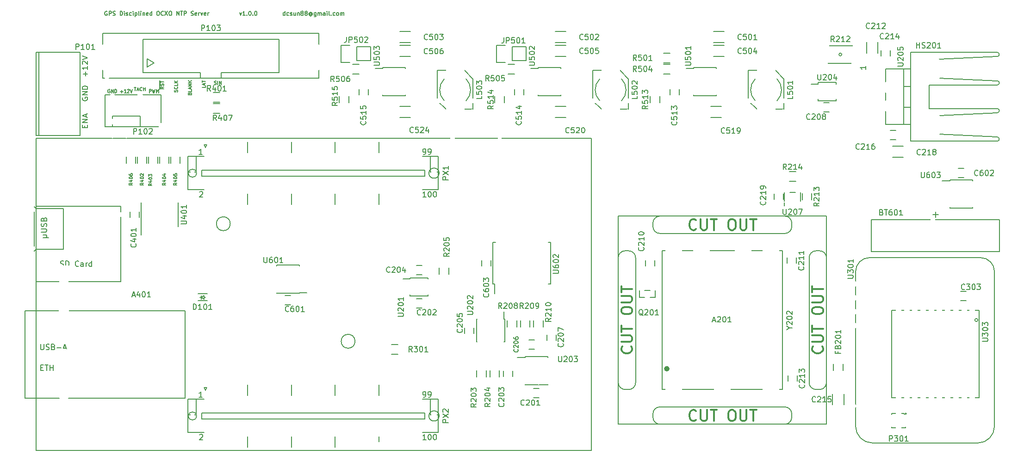
<source format=gbr>
G04 #@! TF.FileFunction,Legend,Top*
%FSLAX46Y46*%
G04 Gerber Fmt 4.6, Leading zero omitted, Abs format (unit mm)*
G04 Created by KiCad (PCBNEW (2015-12-09 BZR 6195)-product) date Tue Feb  2 22:09:14 2016*
%MOMM*%
G01*
G04 APERTURE LIST*
%ADD10C,0.100000*%
%ADD11C,0.127000*%
%ADD12C,0.150000*%
%ADD13C,0.300000*%
%ADD14C,0.508000*%
%ADD15C,1.016000*%
%ADD16C,2.540000*%
%ADD17C,3.175000*%
%ADD18R,0.450000X1.450000*%
%ADD19R,1.500000X1.250000*%
%ADD20R,1.500000X1.300000*%
%ADD21R,1.250000X1.500000*%
%ADD22R,1.600000X2.000000*%
%ADD23R,2.000000X1.600000*%
%ADD24C,5.080000*%
%ADD25R,3.400000X2.850000*%
%ADD26R,3.000000X3.000000*%
%ADD27C,3.000000*%
%ADD28C,2.040000*%
%ADD29R,2.040000X2.040000*%
%ADD30C,1.250000*%
%ADD31R,1.050000X2.200000*%
%ADD32R,1.000000X1.000000*%
%ADD33R,1.300000X1.500000*%
%ADD34R,1.000000X2.000000*%
%ADD35C,1.200000*%
%ADD36R,2.200000X0.500000*%
%ADD37R,2.400000X3.100000*%
%ADD38R,2.032000X2.032000*%
%ADD39O,2.032000X2.032000*%
%ADD40R,0.600000X1.550000*%
%ADD41R,1.550000X0.600000*%
%ADD42R,0.530000X1.980000*%
%ADD43R,3.048000X4.191000*%
%ADD44R,3.048000X4.445000*%
%ADD45R,1.397000X1.143000*%
%ADD46R,1.651000X2.006600*%
%ADD47R,1.450000X0.450000*%
%ADD48R,0.700000X1.000000*%
%ADD49R,0.500000X3.000000*%
%ADD50C,0.800000*%
%ADD51R,1.400000X0.300000*%
%ADD52R,1.778000X1.778000*%
%ADD53C,2.200000*%
%ADD54C,1.778000*%
%ADD55R,0.800000X0.900000*%
%ADD56C,6.000000*%
%ADD57R,1.524000X1.524000*%
%ADD58C,1.524000*%
%ADD59R,0.600000X1.700000*%
%ADD60C,2.032000*%
%ADD61R,2.032000X1.727200*%
%ADD62O,2.032000X1.727200*%
%ADD63C,0.889000*%
G04 APERTURE END LIST*
D10*
D11*
X213885429Y-179779572D02*
X213599714Y-179979572D01*
X213885429Y-180122429D02*
X213285429Y-180122429D01*
X213285429Y-179893857D01*
X213314000Y-179836715D01*
X213342571Y-179808143D01*
X213399714Y-179779572D01*
X213485429Y-179779572D01*
X213542571Y-179808143D01*
X213571143Y-179836715D01*
X213599714Y-179893857D01*
X213599714Y-180122429D01*
X213856857Y-179551000D02*
X213885429Y-179465286D01*
X213885429Y-179322429D01*
X213856857Y-179265286D01*
X213828286Y-179236715D01*
X213771143Y-179208143D01*
X213714000Y-179208143D01*
X213656857Y-179236715D01*
X213628286Y-179265286D01*
X213599714Y-179322429D01*
X213571143Y-179436715D01*
X213542571Y-179493857D01*
X213514000Y-179522429D01*
X213456857Y-179551000D01*
X213399714Y-179551000D01*
X213342571Y-179522429D01*
X213314000Y-179493857D01*
X213285429Y-179436715D01*
X213285429Y-179293857D01*
X213314000Y-179208143D01*
X213285429Y-179036714D02*
X213285429Y-178693857D01*
X213885429Y-178865286D02*
X213285429Y-178865286D01*
X213182000Y-180265286D02*
X213182000Y-178636714D01*
X211247143Y-180865429D02*
X211247143Y-180265429D01*
X211475715Y-180265429D01*
X211532857Y-180294000D01*
X211561429Y-180322571D01*
X211590000Y-180379714D01*
X211590000Y-180465429D01*
X211561429Y-180522571D01*
X211532857Y-180551143D01*
X211475715Y-180579714D01*
X211247143Y-180579714D01*
X211790000Y-180265429D02*
X211932857Y-180865429D01*
X212047143Y-180436857D01*
X212161429Y-180865429D01*
X212304286Y-180265429D01*
X212532857Y-180865429D02*
X212532857Y-180265429D01*
X212732857Y-180694000D01*
X212932857Y-180265429D01*
X212932857Y-180865429D01*
X208507143Y-179884429D02*
X208850000Y-179884429D01*
X208678571Y-180484429D02*
X208678571Y-179884429D01*
X209021429Y-180313000D02*
X209307143Y-180313000D01*
X208964286Y-180484429D02*
X209164286Y-179884429D01*
X209364286Y-180484429D01*
X209907143Y-180427286D02*
X209878572Y-180455857D01*
X209792858Y-180484429D01*
X209735715Y-180484429D01*
X209650000Y-180455857D01*
X209592858Y-180398714D01*
X209564286Y-180341571D01*
X209535715Y-180227286D01*
X209535715Y-180141571D01*
X209564286Y-180027286D01*
X209592858Y-179970143D01*
X209650000Y-179913000D01*
X209735715Y-179884429D01*
X209792858Y-179884429D01*
X209878572Y-179913000D01*
X209907143Y-179941571D01*
X210164286Y-180484429D02*
X210164286Y-179884429D01*
X210164286Y-180170143D02*
X210507143Y-180170143D01*
X210507143Y-180484429D02*
X210507143Y-179884429D01*
X205952857Y-180636857D02*
X206410000Y-180636857D01*
X206181429Y-180865429D02*
X206181429Y-180408286D01*
X207010000Y-180865429D02*
X206667143Y-180865429D01*
X206838571Y-180865429D02*
X206838571Y-180265429D01*
X206781428Y-180351143D01*
X206724286Y-180408286D01*
X206667143Y-180436857D01*
X207238572Y-180322571D02*
X207267143Y-180294000D01*
X207324286Y-180265429D01*
X207467143Y-180265429D01*
X207524286Y-180294000D01*
X207552857Y-180322571D01*
X207581429Y-180379714D01*
X207581429Y-180436857D01*
X207552857Y-180522571D01*
X207210000Y-180865429D01*
X207581429Y-180865429D01*
X207752858Y-180265429D02*
X207952858Y-180865429D01*
X208152858Y-180265429D01*
X204012858Y-180294000D02*
X203955715Y-180265429D01*
X203870001Y-180265429D01*
X203784286Y-180294000D01*
X203727144Y-180351143D01*
X203698572Y-180408286D01*
X203670001Y-180522571D01*
X203670001Y-180608286D01*
X203698572Y-180722571D01*
X203727144Y-180779714D01*
X203784286Y-180836857D01*
X203870001Y-180865429D01*
X203927144Y-180865429D01*
X204012858Y-180836857D01*
X204041429Y-180808286D01*
X204041429Y-180608286D01*
X203927144Y-180608286D01*
X204298572Y-180865429D02*
X204298572Y-180265429D01*
X204641429Y-180865429D01*
X204641429Y-180265429D01*
X204927143Y-180865429D02*
X204927143Y-180265429D01*
X205070000Y-180265429D01*
X205155715Y-180294000D01*
X205212857Y-180351143D01*
X205241429Y-180408286D01*
X205270000Y-180522571D01*
X205270000Y-180608286D01*
X205241429Y-180722571D01*
X205212857Y-180779714D01*
X205155715Y-180836857D01*
X205070000Y-180865429D01*
X204927143Y-180865429D01*
D12*
X199588429Y-177783905D02*
X199588429Y-177022000D01*
X199969381Y-177402952D02*
X199207476Y-177402952D01*
X199969381Y-176022000D02*
X199969381Y-176593429D01*
X199969381Y-176307715D02*
X198969381Y-176307715D01*
X199112238Y-176402953D01*
X199207476Y-176498191D01*
X199255095Y-176593429D01*
X199064619Y-175641048D02*
X199017000Y-175593429D01*
X198969381Y-175498191D01*
X198969381Y-175260095D01*
X199017000Y-175164857D01*
X199064619Y-175117238D01*
X199159857Y-175069619D01*
X199255095Y-175069619D01*
X199397952Y-175117238D01*
X199969381Y-175688667D01*
X199969381Y-175069619D01*
X198969381Y-174783905D02*
X199969381Y-174450572D01*
X198969381Y-174117238D01*
X199017000Y-181736904D02*
X198969381Y-181832142D01*
X198969381Y-181974999D01*
X199017000Y-182117857D01*
X199112238Y-182213095D01*
X199207476Y-182260714D01*
X199397952Y-182308333D01*
X199540810Y-182308333D01*
X199731286Y-182260714D01*
X199826524Y-182213095D01*
X199921762Y-182117857D01*
X199969381Y-181974999D01*
X199969381Y-181879761D01*
X199921762Y-181736904D01*
X199874143Y-181689285D01*
X199540810Y-181689285D01*
X199540810Y-181879761D01*
X199969381Y-181260714D02*
X198969381Y-181260714D01*
X199969381Y-180689285D01*
X198969381Y-180689285D01*
X199969381Y-180213095D02*
X198969381Y-180213095D01*
X198969381Y-179975000D01*
X199017000Y-179832142D01*
X199112238Y-179736904D01*
X199207476Y-179689285D01*
X199397952Y-179641666D01*
X199540810Y-179641666D01*
X199731286Y-179689285D01*
X199826524Y-179736904D01*
X199921762Y-179832142D01*
X199969381Y-179975000D01*
X199969381Y-180213095D01*
X199445571Y-187221667D02*
X199445571Y-186888333D01*
X199969381Y-186745476D02*
X199969381Y-187221667D01*
X198969381Y-187221667D01*
X198969381Y-186745476D01*
X199969381Y-186316905D02*
X198969381Y-186316905D01*
X199969381Y-185745476D01*
X198969381Y-185745476D01*
X199683667Y-185316905D02*
X199683667Y-184840714D01*
X199969381Y-185412143D02*
X198969381Y-185078810D01*
X199969381Y-184745476D01*
D11*
X223145429Y-179312857D02*
X223231143Y-179341429D01*
X223374000Y-179341429D01*
X223431143Y-179312857D01*
X223459714Y-179284286D01*
X223488286Y-179227143D01*
X223488286Y-179170000D01*
X223459714Y-179112857D01*
X223431143Y-179084286D01*
X223374000Y-179055714D01*
X223259714Y-179027143D01*
X223202572Y-178998571D01*
X223174000Y-178970000D01*
X223145429Y-178912857D01*
X223145429Y-178855714D01*
X223174000Y-178798571D01*
X223202572Y-178770000D01*
X223259714Y-178741429D01*
X223402572Y-178741429D01*
X223488286Y-178770000D01*
X223745429Y-179341429D02*
X223745429Y-178741429D01*
X224031143Y-179341429D02*
X224031143Y-178741429D01*
X224374000Y-179341429D01*
X224374000Y-178741429D01*
X221505429Y-179624000D02*
X221505429Y-179909714D01*
X220905429Y-179909714D01*
X221334000Y-179452571D02*
X221334000Y-179166857D01*
X221505429Y-179509714D02*
X220905429Y-179309714D01*
X221505429Y-179109714D01*
X220905429Y-178995428D02*
X220905429Y-178652571D01*
X221505429Y-178824000D02*
X220905429Y-178824000D01*
X218651143Y-181030428D02*
X218679714Y-180944714D01*
X218708286Y-180916142D01*
X218765429Y-180887571D01*
X218851143Y-180887571D01*
X218908286Y-180916142D01*
X218936857Y-180944714D01*
X218965429Y-181001856D01*
X218965429Y-181230428D01*
X218365429Y-181230428D01*
X218365429Y-181030428D01*
X218394000Y-180973285D01*
X218422571Y-180944714D01*
X218479714Y-180916142D01*
X218536857Y-180916142D01*
X218594000Y-180944714D01*
X218622571Y-180973285D01*
X218651143Y-181030428D01*
X218651143Y-181230428D01*
X218965429Y-180344714D02*
X218965429Y-180630428D01*
X218365429Y-180630428D01*
X218794000Y-180173285D02*
X218794000Y-179887571D01*
X218965429Y-180230428D02*
X218365429Y-180030428D01*
X218965429Y-179830428D01*
X218965429Y-179630428D02*
X218365429Y-179630428D01*
X218965429Y-179287571D01*
X218365429Y-179287571D01*
X218965429Y-179001857D02*
X218365429Y-179001857D01*
X218965429Y-178659000D02*
X218622571Y-178916143D01*
X218365429Y-178659000D02*
X218708286Y-179001857D01*
X216396857Y-180719285D02*
X216425429Y-180633571D01*
X216425429Y-180490714D01*
X216396857Y-180433571D01*
X216368286Y-180405000D01*
X216311143Y-180376428D01*
X216254000Y-180376428D01*
X216196857Y-180405000D01*
X216168286Y-180433571D01*
X216139714Y-180490714D01*
X216111143Y-180605000D01*
X216082571Y-180662142D01*
X216054000Y-180690714D01*
X215996857Y-180719285D01*
X215939714Y-180719285D01*
X215882571Y-180690714D01*
X215854000Y-180662142D01*
X215825429Y-180605000D01*
X215825429Y-180462142D01*
X215854000Y-180376428D01*
X216368286Y-179776428D02*
X216396857Y-179804999D01*
X216425429Y-179890713D01*
X216425429Y-179947856D01*
X216396857Y-180033571D01*
X216339714Y-180090713D01*
X216282571Y-180119285D01*
X216168286Y-180147856D01*
X216082571Y-180147856D01*
X215968286Y-180119285D01*
X215911143Y-180090713D01*
X215854000Y-180033571D01*
X215825429Y-179947856D01*
X215825429Y-179890713D01*
X215854000Y-179804999D01*
X215882571Y-179776428D01*
X216425429Y-179233571D02*
X216425429Y-179519285D01*
X215825429Y-179519285D01*
X216425429Y-179033571D02*
X215825429Y-179033571D01*
X216425429Y-178690714D02*
X216082571Y-178947857D01*
X215825429Y-178690714D02*
X216168286Y-179033571D01*
D13*
X334343286Y-227313524D02*
X334438524Y-227408762D01*
X334533762Y-227694477D01*
X334533762Y-227884953D01*
X334438524Y-228170667D01*
X334248048Y-228361143D01*
X334057571Y-228456382D01*
X333676619Y-228551620D01*
X333390905Y-228551620D01*
X333009952Y-228456382D01*
X332819476Y-228361143D01*
X332629000Y-228170667D01*
X332533762Y-227884953D01*
X332533762Y-227694477D01*
X332629000Y-227408762D01*
X332724238Y-227313524D01*
X332533762Y-226456382D02*
X334152810Y-226456382D01*
X334343286Y-226361143D01*
X334438524Y-226265905D01*
X334533762Y-226075429D01*
X334533762Y-225694477D01*
X334438524Y-225504001D01*
X334343286Y-225408762D01*
X334152810Y-225313524D01*
X332533762Y-225313524D01*
X332533762Y-224646858D02*
X332533762Y-223504001D01*
X334533762Y-224075429D02*
X332533762Y-224075429D01*
X332533762Y-220932571D02*
X332533762Y-220551619D01*
X332629000Y-220361143D01*
X332819476Y-220170666D01*
X333200429Y-220075428D01*
X333867095Y-220075428D01*
X334248048Y-220170666D01*
X334438524Y-220361143D01*
X334533762Y-220551619D01*
X334533762Y-220932571D01*
X334438524Y-221123047D01*
X334248048Y-221313524D01*
X333867095Y-221408762D01*
X333200429Y-221408762D01*
X332819476Y-221313524D01*
X332629000Y-221123047D01*
X332533762Y-220932571D01*
X332533762Y-219218286D02*
X334152810Y-219218286D01*
X334343286Y-219123047D01*
X334438524Y-219027809D01*
X334533762Y-218837333D01*
X334533762Y-218456381D01*
X334438524Y-218265905D01*
X334343286Y-218170666D01*
X334152810Y-218075428D01*
X332533762Y-218075428D01*
X332533762Y-217408762D02*
X332533762Y-216265905D01*
X334533762Y-216837333D02*
X332533762Y-216837333D01*
X299418286Y-227313524D02*
X299513524Y-227408762D01*
X299608762Y-227694477D01*
X299608762Y-227884953D01*
X299513524Y-228170667D01*
X299323048Y-228361143D01*
X299132571Y-228456382D01*
X298751619Y-228551620D01*
X298465905Y-228551620D01*
X298084952Y-228456382D01*
X297894476Y-228361143D01*
X297704000Y-228170667D01*
X297608762Y-227884953D01*
X297608762Y-227694477D01*
X297704000Y-227408762D01*
X297799238Y-227313524D01*
X297608762Y-226456382D02*
X299227810Y-226456382D01*
X299418286Y-226361143D01*
X299513524Y-226265905D01*
X299608762Y-226075429D01*
X299608762Y-225694477D01*
X299513524Y-225504001D01*
X299418286Y-225408762D01*
X299227810Y-225313524D01*
X297608762Y-225313524D01*
X297608762Y-224646858D02*
X297608762Y-223504001D01*
X299608762Y-224075429D02*
X297608762Y-224075429D01*
X297608762Y-220932571D02*
X297608762Y-220551619D01*
X297704000Y-220361143D01*
X297894476Y-220170666D01*
X298275429Y-220075428D01*
X298942095Y-220075428D01*
X299323048Y-220170666D01*
X299513524Y-220361143D01*
X299608762Y-220551619D01*
X299608762Y-220932571D01*
X299513524Y-221123047D01*
X299323048Y-221313524D01*
X298942095Y-221408762D01*
X298275429Y-221408762D01*
X297894476Y-221313524D01*
X297704000Y-221123047D01*
X297608762Y-220932571D01*
X297608762Y-219218286D02*
X299227810Y-219218286D01*
X299418286Y-219123047D01*
X299513524Y-219027809D01*
X299608762Y-218837333D01*
X299608762Y-218456381D01*
X299513524Y-218265905D01*
X299418286Y-218170666D01*
X299227810Y-218075428D01*
X297608762Y-218075428D01*
X297608762Y-217408762D02*
X297608762Y-216265905D01*
X299608762Y-216837333D02*
X297608762Y-216837333D01*
X311293476Y-205819286D02*
X311198238Y-205914524D01*
X310912523Y-206009762D01*
X310722047Y-206009762D01*
X310436333Y-205914524D01*
X310245857Y-205724048D01*
X310150618Y-205533571D01*
X310055380Y-205152619D01*
X310055380Y-204866905D01*
X310150618Y-204485952D01*
X310245857Y-204295476D01*
X310436333Y-204105000D01*
X310722047Y-204009762D01*
X310912523Y-204009762D01*
X311198238Y-204105000D01*
X311293476Y-204200238D01*
X312150618Y-204009762D02*
X312150618Y-205628810D01*
X312245857Y-205819286D01*
X312341095Y-205914524D01*
X312531571Y-206009762D01*
X312912523Y-206009762D01*
X313102999Y-205914524D01*
X313198238Y-205819286D01*
X313293476Y-205628810D01*
X313293476Y-204009762D01*
X313960142Y-204009762D02*
X315102999Y-204009762D01*
X314531571Y-206009762D02*
X314531571Y-204009762D01*
X317674429Y-204009762D02*
X318055381Y-204009762D01*
X318245857Y-204105000D01*
X318436334Y-204295476D01*
X318531572Y-204676429D01*
X318531572Y-205343095D01*
X318436334Y-205724048D01*
X318245857Y-205914524D01*
X318055381Y-206009762D01*
X317674429Y-206009762D01*
X317483953Y-205914524D01*
X317293476Y-205724048D01*
X317198238Y-205343095D01*
X317198238Y-204676429D01*
X317293476Y-204295476D01*
X317483953Y-204105000D01*
X317674429Y-204009762D01*
X319388714Y-204009762D02*
X319388714Y-205628810D01*
X319483953Y-205819286D01*
X319579191Y-205914524D01*
X319769667Y-206009762D01*
X320150619Y-206009762D01*
X320341095Y-205914524D01*
X320436334Y-205819286D01*
X320531572Y-205628810D01*
X320531572Y-204009762D01*
X321198238Y-204009762D02*
X322341095Y-204009762D01*
X321769667Y-206009762D02*
X321769667Y-204009762D01*
X311293476Y-240744286D02*
X311198238Y-240839524D01*
X310912523Y-240934762D01*
X310722047Y-240934762D01*
X310436333Y-240839524D01*
X310245857Y-240649048D01*
X310150618Y-240458571D01*
X310055380Y-240077619D01*
X310055380Y-239791905D01*
X310150618Y-239410952D01*
X310245857Y-239220476D01*
X310436333Y-239030000D01*
X310722047Y-238934762D01*
X310912523Y-238934762D01*
X311198238Y-239030000D01*
X311293476Y-239125238D01*
X312150618Y-238934762D02*
X312150618Y-240553810D01*
X312245857Y-240744286D01*
X312341095Y-240839524D01*
X312531571Y-240934762D01*
X312912523Y-240934762D01*
X313102999Y-240839524D01*
X313198238Y-240744286D01*
X313293476Y-240553810D01*
X313293476Y-238934762D01*
X313960142Y-238934762D02*
X315102999Y-238934762D01*
X314531571Y-240934762D02*
X314531571Y-238934762D01*
X317674429Y-238934762D02*
X318055381Y-238934762D01*
X318245857Y-239030000D01*
X318436334Y-239220476D01*
X318531572Y-239601429D01*
X318531572Y-240268095D01*
X318436334Y-240649048D01*
X318245857Y-240839524D01*
X318055381Y-240934762D01*
X317674429Y-240934762D01*
X317483953Y-240839524D01*
X317293476Y-240649048D01*
X317198238Y-240268095D01*
X317198238Y-239601429D01*
X317293476Y-239220476D01*
X317483953Y-239030000D01*
X317674429Y-238934762D01*
X319388714Y-238934762D02*
X319388714Y-240553810D01*
X319483953Y-240744286D01*
X319579191Y-240839524D01*
X319769667Y-240934762D01*
X320150619Y-240934762D01*
X320341095Y-240839524D01*
X320436334Y-240744286D01*
X320531572Y-240553810D01*
X320531572Y-238934762D01*
X321198238Y-238934762D02*
X322341095Y-238934762D01*
X321769667Y-240934762D02*
X321769667Y-238934762D01*
D12*
X203526571Y-165995000D02*
X203455142Y-165959286D01*
X203347999Y-165959286D01*
X203240856Y-165995000D01*
X203169428Y-166066429D01*
X203133713Y-166137857D01*
X203097999Y-166280714D01*
X203097999Y-166387857D01*
X203133713Y-166530714D01*
X203169428Y-166602143D01*
X203240856Y-166673571D01*
X203347999Y-166709286D01*
X203419428Y-166709286D01*
X203526571Y-166673571D01*
X203562285Y-166637857D01*
X203562285Y-166387857D01*
X203419428Y-166387857D01*
X203883713Y-166709286D02*
X203883713Y-165959286D01*
X204169428Y-165959286D01*
X204240856Y-165995000D01*
X204276571Y-166030714D01*
X204312285Y-166102143D01*
X204312285Y-166209286D01*
X204276571Y-166280714D01*
X204240856Y-166316429D01*
X204169428Y-166352143D01*
X203883713Y-166352143D01*
X204597999Y-166673571D02*
X204705142Y-166709286D01*
X204883713Y-166709286D01*
X204955142Y-166673571D01*
X204990856Y-166637857D01*
X205026571Y-166566429D01*
X205026571Y-166495000D01*
X204990856Y-166423571D01*
X204955142Y-166387857D01*
X204883713Y-166352143D01*
X204740856Y-166316429D01*
X204669428Y-166280714D01*
X204633713Y-166245000D01*
X204597999Y-166173571D01*
X204597999Y-166102143D01*
X204633713Y-166030714D01*
X204669428Y-165995000D01*
X204740856Y-165959286D01*
X204919428Y-165959286D01*
X205026571Y-165995000D01*
X205919428Y-166709286D02*
X205919428Y-165959286D01*
X206098000Y-165959286D01*
X206205143Y-165995000D01*
X206276571Y-166066429D01*
X206312286Y-166137857D01*
X206348000Y-166280714D01*
X206348000Y-166387857D01*
X206312286Y-166530714D01*
X206276571Y-166602143D01*
X206205143Y-166673571D01*
X206098000Y-166709286D01*
X205919428Y-166709286D01*
X206669428Y-166709286D02*
X206669428Y-166209286D01*
X206669428Y-165959286D02*
X206633714Y-165995000D01*
X206669428Y-166030714D01*
X206705143Y-165995000D01*
X206669428Y-165959286D01*
X206669428Y-166030714D01*
X206990857Y-166673571D02*
X207062286Y-166709286D01*
X207205143Y-166709286D01*
X207276571Y-166673571D01*
X207312286Y-166602143D01*
X207312286Y-166566429D01*
X207276571Y-166495000D01*
X207205143Y-166459286D01*
X207098000Y-166459286D01*
X207026571Y-166423571D01*
X206990857Y-166352143D01*
X206990857Y-166316429D01*
X207026571Y-166245000D01*
X207098000Y-166209286D01*
X207205143Y-166209286D01*
X207276571Y-166245000D01*
X207955143Y-166673571D02*
X207883714Y-166709286D01*
X207740857Y-166709286D01*
X207669429Y-166673571D01*
X207633714Y-166637857D01*
X207598000Y-166566429D01*
X207598000Y-166352143D01*
X207633714Y-166280714D01*
X207669429Y-166245000D01*
X207740857Y-166209286D01*
X207883714Y-166209286D01*
X207955143Y-166245000D01*
X208276571Y-166709286D02*
X208276571Y-166209286D01*
X208276571Y-165959286D02*
X208240857Y-165995000D01*
X208276571Y-166030714D01*
X208312286Y-165995000D01*
X208276571Y-165959286D01*
X208276571Y-166030714D01*
X208633714Y-166209286D02*
X208633714Y-166959286D01*
X208633714Y-166245000D02*
X208705143Y-166209286D01*
X208848000Y-166209286D01*
X208919429Y-166245000D01*
X208955143Y-166280714D01*
X208990857Y-166352143D01*
X208990857Y-166566429D01*
X208955143Y-166637857D01*
X208919429Y-166673571D01*
X208848000Y-166709286D01*
X208705143Y-166709286D01*
X208633714Y-166673571D01*
X209419428Y-166709286D02*
X209348000Y-166673571D01*
X209312285Y-166602143D01*
X209312285Y-165959286D01*
X209705142Y-166709286D02*
X209705142Y-166209286D01*
X209705142Y-165959286D02*
X209669428Y-165995000D01*
X209705142Y-166030714D01*
X209740857Y-165995000D01*
X209705142Y-165959286D01*
X209705142Y-166030714D01*
X210062285Y-166209286D02*
X210062285Y-166709286D01*
X210062285Y-166280714D02*
X210098000Y-166245000D01*
X210169428Y-166209286D01*
X210276571Y-166209286D01*
X210348000Y-166245000D01*
X210383714Y-166316429D01*
X210383714Y-166709286D01*
X211026571Y-166673571D02*
X210955142Y-166709286D01*
X210812285Y-166709286D01*
X210740856Y-166673571D01*
X210705142Y-166602143D01*
X210705142Y-166316429D01*
X210740856Y-166245000D01*
X210812285Y-166209286D01*
X210955142Y-166209286D01*
X211026571Y-166245000D01*
X211062285Y-166316429D01*
X211062285Y-166387857D01*
X210705142Y-166459286D01*
X211705142Y-166709286D02*
X211705142Y-165959286D01*
X211705142Y-166673571D02*
X211633713Y-166709286D01*
X211490856Y-166709286D01*
X211419428Y-166673571D01*
X211383713Y-166637857D01*
X211347999Y-166566429D01*
X211347999Y-166352143D01*
X211383713Y-166280714D01*
X211419428Y-166245000D01*
X211490856Y-166209286D01*
X211633713Y-166209286D01*
X211705142Y-166245000D01*
X212776571Y-165959286D02*
X212919428Y-165959286D01*
X212990856Y-165995000D01*
X213062285Y-166066429D01*
X213097999Y-166209286D01*
X213097999Y-166459286D01*
X213062285Y-166602143D01*
X212990856Y-166673571D01*
X212919428Y-166709286D01*
X212776571Y-166709286D01*
X212705142Y-166673571D01*
X212633713Y-166602143D01*
X212597999Y-166459286D01*
X212597999Y-166209286D01*
X212633713Y-166066429D01*
X212705142Y-165995000D01*
X212776571Y-165959286D01*
X213847999Y-166637857D02*
X213812285Y-166673571D01*
X213705142Y-166709286D01*
X213633713Y-166709286D01*
X213526570Y-166673571D01*
X213455142Y-166602143D01*
X213419427Y-166530714D01*
X213383713Y-166387857D01*
X213383713Y-166280714D01*
X213419427Y-166137857D01*
X213455142Y-166066429D01*
X213526570Y-165995000D01*
X213633713Y-165959286D01*
X213705142Y-165959286D01*
X213812285Y-165995000D01*
X213847999Y-166030714D01*
X214097999Y-165959286D02*
X214597999Y-166709286D01*
X214597999Y-165959286D02*
X214097999Y-166709286D01*
X215026571Y-165959286D02*
X215169428Y-165959286D01*
X215240856Y-165995000D01*
X215312285Y-166066429D01*
X215347999Y-166209286D01*
X215347999Y-166459286D01*
X215312285Y-166602143D01*
X215240856Y-166673571D01*
X215169428Y-166709286D01*
X215026571Y-166709286D01*
X214955142Y-166673571D01*
X214883713Y-166602143D01*
X214847999Y-166459286D01*
X214847999Y-166209286D01*
X214883713Y-166066429D01*
X214955142Y-165995000D01*
X215026571Y-165959286D01*
X216240856Y-166709286D02*
X216240856Y-165959286D01*
X216669428Y-166709286D01*
X216669428Y-165959286D01*
X216919428Y-165959286D02*
X217347999Y-165959286D01*
X217133713Y-166709286D02*
X217133713Y-165959286D01*
X217597999Y-166709286D02*
X217597999Y-165959286D01*
X217883714Y-165959286D01*
X217955142Y-165995000D01*
X217990857Y-166030714D01*
X218026571Y-166102143D01*
X218026571Y-166209286D01*
X217990857Y-166280714D01*
X217955142Y-166316429D01*
X217883714Y-166352143D01*
X217597999Y-166352143D01*
X218883714Y-166673571D02*
X218990857Y-166709286D01*
X219169428Y-166709286D01*
X219240857Y-166673571D01*
X219276571Y-166637857D01*
X219312286Y-166566429D01*
X219312286Y-166495000D01*
X219276571Y-166423571D01*
X219240857Y-166387857D01*
X219169428Y-166352143D01*
X219026571Y-166316429D01*
X218955143Y-166280714D01*
X218919428Y-166245000D01*
X218883714Y-166173571D01*
X218883714Y-166102143D01*
X218919428Y-166030714D01*
X218955143Y-165995000D01*
X219026571Y-165959286D01*
X219205143Y-165959286D01*
X219312286Y-165995000D01*
X219919429Y-166673571D02*
X219848000Y-166709286D01*
X219705143Y-166709286D01*
X219633714Y-166673571D01*
X219598000Y-166602143D01*
X219598000Y-166316429D01*
X219633714Y-166245000D01*
X219705143Y-166209286D01*
X219848000Y-166209286D01*
X219919429Y-166245000D01*
X219955143Y-166316429D01*
X219955143Y-166387857D01*
X219598000Y-166459286D01*
X220276571Y-166709286D02*
X220276571Y-166209286D01*
X220276571Y-166352143D02*
X220312286Y-166280714D01*
X220348000Y-166245000D01*
X220419429Y-166209286D01*
X220490857Y-166209286D01*
X220669429Y-166209286D02*
X220848000Y-166709286D01*
X221026572Y-166209286D01*
X221598001Y-166673571D02*
X221526572Y-166709286D01*
X221383715Y-166709286D01*
X221312286Y-166673571D01*
X221276572Y-166602143D01*
X221276572Y-166316429D01*
X221312286Y-166245000D01*
X221383715Y-166209286D01*
X221526572Y-166209286D01*
X221598001Y-166245000D01*
X221633715Y-166316429D01*
X221633715Y-166387857D01*
X221276572Y-166459286D01*
X221955143Y-166709286D02*
X221955143Y-166209286D01*
X221955143Y-166352143D02*
X221990858Y-166280714D01*
X222026572Y-166245000D01*
X222098001Y-166209286D01*
X222169429Y-166209286D01*
X227754857Y-166209286D02*
X227933428Y-166709286D01*
X228112000Y-166209286D01*
X228790572Y-166709286D02*
X228362000Y-166709286D01*
X228576286Y-166709286D02*
X228576286Y-165959286D01*
X228504857Y-166066429D01*
X228433429Y-166137857D01*
X228362000Y-166173571D01*
X229112000Y-166637857D02*
X229147715Y-166673571D01*
X229112000Y-166709286D01*
X229076286Y-166673571D01*
X229112000Y-166637857D01*
X229112000Y-166709286D01*
X229612001Y-165959286D02*
X229683429Y-165959286D01*
X229754858Y-165995000D01*
X229790572Y-166030714D01*
X229826286Y-166102143D01*
X229862001Y-166245000D01*
X229862001Y-166423571D01*
X229826286Y-166566429D01*
X229790572Y-166637857D01*
X229754858Y-166673571D01*
X229683429Y-166709286D01*
X229612001Y-166709286D01*
X229540572Y-166673571D01*
X229504858Y-166637857D01*
X229469143Y-166566429D01*
X229433429Y-166423571D01*
X229433429Y-166245000D01*
X229469143Y-166102143D01*
X229504858Y-166030714D01*
X229540572Y-165995000D01*
X229612001Y-165959286D01*
X230183429Y-166637857D02*
X230219144Y-166673571D01*
X230183429Y-166709286D01*
X230147715Y-166673571D01*
X230183429Y-166637857D01*
X230183429Y-166709286D01*
X230683430Y-165959286D02*
X230754858Y-165959286D01*
X230826287Y-165995000D01*
X230862001Y-166030714D01*
X230897715Y-166102143D01*
X230933430Y-166245000D01*
X230933430Y-166423571D01*
X230897715Y-166566429D01*
X230862001Y-166637857D01*
X230826287Y-166673571D01*
X230754858Y-166709286D01*
X230683430Y-166709286D01*
X230612001Y-166673571D01*
X230576287Y-166637857D01*
X230540572Y-166566429D01*
X230504858Y-166423571D01*
X230504858Y-166245000D01*
X230540572Y-166102143D01*
X230576287Y-166030714D01*
X230612001Y-165995000D01*
X230683430Y-165959286D01*
X236067858Y-166709286D02*
X236067858Y-165959286D01*
X236067858Y-166673571D02*
X235996429Y-166709286D01*
X235853572Y-166709286D01*
X235782144Y-166673571D01*
X235746429Y-166637857D01*
X235710715Y-166566429D01*
X235710715Y-166352143D01*
X235746429Y-166280714D01*
X235782144Y-166245000D01*
X235853572Y-166209286D01*
X235996429Y-166209286D01*
X236067858Y-166245000D01*
X236746429Y-166673571D02*
X236675000Y-166709286D01*
X236532143Y-166709286D01*
X236460715Y-166673571D01*
X236425000Y-166637857D01*
X236389286Y-166566429D01*
X236389286Y-166352143D01*
X236425000Y-166280714D01*
X236460715Y-166245000D01*
X236532143Y-166209286D01*
X236675000Y-166209286D01*
X236746429Y-166245000D01*
X237032143Y-166673571D02*
X237103572Y-166709286D01*
X237246429Y-166709286D01*
X237317857Y-166673571D01*
X237353572Y-166602143D01*
X237353572Y-166566429D01*
X237317857Y-166495000D01*
X237246429Y-166459286D01*
X237139286Y-166459286D01*
X237067857Y-166423571D01*
X237032143Y-166352143D01*
X237032143Y-166316429D01*
X237067857Y-166245000D01*
X237139286Y-166209286D01*
X237246429Y-166209286D01*
X237317857Y-166245000D01*
X237996429Y-166209286D02*
X237996429Y-166709286D01*
X237675000Y-166209286D02*
X237675000Y-166602143D01*
X237710715Y-166673571D01*
X237782143Y-166709286D01*
X237889286Y-166709286D01*
X237960715Y-166673571D01*
X237996429Y-166637857D01*
X238353571Y-166209286D02*
X238353571Y-166709286D01*
X238353571Y-166280714D02*
X238389286Y-166245000D01*
X238460714Y-166209286D01*
X238567857Y-166209286D01*
X238639286Y-166245000D01*
X238675000Y-166316429D01*
X238675000Y-166709286D01*
X239139285Y-166280714D02*
X239067857Y-166245000D01*
X239032142Y-166209286D01*
X238996428Y-166137857D01*
X238996428Y-166102143D01*
X239032142Y-166030714D01*
X239067857Y-165995000D01*
X239139285Y-165959286D01*
X239282142Y-165959286D01*
X239353571Y-165995000D01*
X239389285Y-166030714D01*
X239425000Y-166102143D01*
X239425000Y-166137857D01*
X239389285Y-166209286D01*
X239353571Y-166245000D01*
X239282142Y-166280714D01*
X239139285Y-166280714D01*
X239067857Y-166316429D01*
X239032142Y-166352143D01*
X238996428Y-166423571D01*
X238996428Y-166566429D01*
X239032142Y-166637857D01*
X239067857Y-166673571D01*
X239139285Y-166709286D01*
X239282142Y-166709286D01*
X239353571Y-166673571D01*
X239389285Y-166637857D01*
X239425000Y-166566429D01*
X239425000Y-166423571D01*
X239389285Y-166352143D01*
X239353571Y-166316429D01*
X239282142Y-166280714D01*
X239853571Y-166280714D02*
X239782143Y-166245000D01*
X239746428Y-166209286D01*
X239710714Y-166137857D01*
X239710714Y-166102143D01*
X239746428Y-166030714D01*
X239782143Y-165995000D01*
X239853571Y-165959286D01*
X239996428Y-165959286D01*
X240067857Y-165995000D01*
X240103571Y-166030714D01*
X240139286Y-166102143D01*
X240139286Y-166137857D01*
X240103571Y-166209286D01*
X240067857Y-166245000D01*
X239996428Y-166280714D01*
X239853571Y-166280714D01*
X239782143Y-166316429D01*
X239746428Y-166352143D01*
X239710714Y-166423571D01*
X239710714Y-166566429D01*
X239746428Y-166637857D01*
X239782143Y-166673571D01*
X239853571Y-166709286D01*
X239996428Y-166709286D01*
X240067857Y-166673571D01*
X240103571Y-166637857D01*
X240139286Y-166566429D01*
X240139286Y-166423571D01*
X240103571Y-166352143D01*
X240067857Y-166316429D01*
X239996428Y-166280714D01*
X240925000Y-166352143D02*
X240889286Y-166316429D01*
X240817857Y-166280714D01*
X240746429Y-166280714D01*
X240675000Y-166316429D01*
X240639286Y-166352143D01*
X240603572Y-166423571D01*
X240603572Y-166495000D01*
X240639286Y-166566429D01*
X240675000Y-166602143D01*
X240746429Y-166637857D01*
X240817857Y-166637857D01*
X240889286Y-166602143D01*
X240925000Y-166566429D01*
X240925000Y-166280714D02*
X240925000Y-166566429D01*
X240960714Y-166602143D01*
X240996429Y-166602143D01*
X241067857Y-166566429D01*
X241103572Y-166495000D01*
X241103572Y-166316429D01*
X241032143Y-166209286D01*
X240925000Y-166137857D01*
X240782143Y-166102143D01*
X240639286Y-166137857D01*
X240532143Y-166209286D01*
X240460714Y-166316429D01*
X240425000Y-166459286D01*
X240460714Y-166602143D01*
X240532143Y-166709286D01*
X240639286Y-166780714D01*
X240782143Y-166816429D01*
X240925000Y-166780714D01*
X241032143Y-166709286D01*
X241746429Y-166209286D02*
X241746429Y-166816429D01*
X241710715Y-166887857D01*
X241675000Y-166923571D01*
X241603572Y-166959286D01*
X241496429Y-166959286D01*
X241425000Y-166923571D01*
X241746429Y-166673571D02*
X241675000Y-166709286D01*
X241532143Y-166709286D01*
X241460715Y-166673571D01*
X241425000Y-166637857D01*
X241389286Y-166566429D01*
X241389286Y-166352143D01*
X241425000Y-166280714D01*
X241460715Y-166245000D01*
X241532143Y-166209286D01*
X241675000Y-166209286D01*
X241746429Y-166245000D01*
X242103571Y-166709286D02*
X242103571Y-166209286D01*
X242103571Y-166280714D02*
X242139286Y-166245000D01*
X242210714Y-166209286D01*
X242317857Y-166209286D01*
X242389286Y-166245000D01*
X242425000Y-166316429D01*
X242425000Y-166709286D01*
X242425000Y-166316429D02*
X242460714Y-166245000D01*
X242532143Y-166209286D01*
X242639286Y-166209286D01*
X242710714Y-166245000D01*
X242746429Y-166316429D01*
X242746429Y-166709286D01*
X243425000Y-166709286D02*
X243425000Y-166316429D01*
X243389286Y-166245000D01*
X243317857Y-166209286D01*
X243175000Y-166209286D01*
X243103571Y-166245000D01*
X243425000Y-166673571D02*
X243353571Y-166709286D01*
X243175000Y-166709286D01*
X243103571Y-166673571D01*
X243067857Y-166602143D01*
X243067857Y-166530714D01*
X243103571Y-166459286D01*
X243175000Y-166423571D01*
X243353571Y-166423571D01*
X243425000Y-166387857D01*
X243782142Y-166709286D02*
X243782142Y-166209286D01*
X243782142Y-165959286D02*
X243746428Y-165995000D01*
X243782142Y-166030714D01*
X243817857Y-165995000D01*
X243782142Y-165959286D01*
X243782142Y-166030714D01*
X244246428Y-166709286D02*
X244175000Y-166673571D01*
X244139285Y-166602143D01*
X244139285Y-165959286D01*
X244532142Y-166637857D02*
X244567857Y-166673571D01*
X244532142Y-166709286D01*
X244496428Y-166673571D01*
X244532142Y-166637857D01*
X244532142Y-166709286D01*
X245210714Y-166673571D02*
X245139285Y-166709286D01*
X244996428Y-166709286D01*
X244925000Y-166673571D01*
X244889285Y-166637857D01*
X244853571Y-166566429D01*
X244853571Y-166352143D01*
X244889285Y-166280714D01*
X244925000Y-166245000D01*
X244996428Y-166209286D01*
X245139285Y-166209286D01*
X245210714Y-166245000D01*
X245639285Y-166709286D02*
X245567857Y-166673571D01*
X245532142Y-166637857D01*
X245496428Y-166566429D01*
X245496428Y-166352143D01*
X245532142Y-166280714D01*
X245567857Y-166245000D01*
X245639285Y-166209286D01*
X245746428Y-166209286D01*
X245817857Y-166245000D01*
X245853571Y-166280714D01*
X245889285Y-166352143D01*
X245889285Y-166566429D01*
X245853571Y-166637857D01*
X245817857Y-166673571D01*
X245746428Y-166709286D01*
X245639285Y-166709286D01*
X246210713Y-166709286D02*
X246210713Y-166209286D01*
X246210713Y-166280714D02*
X246246428Y-166245000D01*
X246317856Y-166209286D01*
X246424999Y-166209286D01*
X246496428Y-166245000D01*
X246532142Y-166316429D01*
X246532142Y-166709286D01*
X246532142Y-166316429D02*
X246567856Y-166245000D01*
X246639285Y-166209286D01*
X246746428Y-166209286D01*
X246817856Y-166245000D01*
X246853571Y-166316429D01*
X246853571Y-166709286D01*
X190220000Y-208900000D02*
X190220000Y-202700000D01*
X190500000Y-209550000D02*
X190220000Y-209830000D01*
X190500000Y-202050000D02*
X190220000Y-201770000D01*
X190500000Y-202050000D02*
X195500000Y-202050000D01*
X195500000Y-202050000D02*
X195500000Y-209550000D01*
X195500000Y-209550000D02*
X190500000Y-209550000D01*
X190500000Y-215442800D02*
X206000000Y-215442800D01*
X206000000Y-215442800D02*
X206000000Y-201642800D01*
X206000000Y-201642800D02*
X190500000Y-201642800D01*
X190500000Y-201642800D02*
X190500000Y-215442800D01*
X217805000Y-236778800D02*
X217805000Y-220776800D01*
X217805000Y-220776800D02*
X188468000Y-220776800D01*
X188468000Y-220776800D02*
X188468000Y-236778800D01*
X188468000Y-236778800D02*
X217805000Y-236778800D01*
X221234000Y-234823000D02*
X221488000Y-235331000D01*
X221742000Y-234823000D02*
X221234000Y-234823000D01*
X221488000Y-235331000D02*
X221742000Y-234823000D01*
X221488000Y-190881000D02*
X221742000Y-190373000D01*
X221742000Y-190373000D02*
X221234000Y-190373000D01*
X221234000Y-190373000D02*
X221488000Y-190881000D01*
X248894600Y-226364800D02*
G75*
G03X248894600Y-226364800I-1270000J0D01*
G01*
X226060000Y-204851000D02*
G75*
G03X226060000Y-204851000I-1270000J0D01*
G01*
X219883800Y-240042700D02*
G75*
G03X219883800Y-240042700I-736600J0D01*
G01*
X219883800Y-195592700D02*
G75*
G03X219883800Y-195592700I-736600J0D01*
G01*
X264287000Y-240042700D02*
G75*
G03X264287000Y-240042700I-939800J0D01*
G01*
X264287000Y-195592700D02*
G75*
G03X264287000Y-195592700I-939800J0D01*
G01*
X190500000Y-246380000D02*
X292100000Y-246380000D01*
X292100000Y-246380000D02*
X292100000Y-189230000D01*
X292100000Y-189230000D02*
X190500000Y-189230000D01*
X190500000Y-189230000D02*
X190500000Y-246380000D01*
X216524000Y-205403999D02*
X216524000Y-200953999D01*
X209774000Y-206928999D02*
X209774000Y-200953999D01*
X359672000Y-218909000D02*
X360672000Y-218909000D01*
X360672000Y-217209000D02*
X359672000Y-217209000D01*
X248447000Y-175655000D02*
X249647000Y-175655000D01*
X249647000Y-177405000D02*
X248447000Y-177405000D01*
X281567000Y-236689000D02*
X282567000Y-236689000D01*
X282567000Y-234989000D02*
X281567000Y-234989000D01*
X261104000Y-218606000D02*
X260104000Y-218606000D01*
X260104000Y-220306000D02*
X261104000Y-220306000D01*
X277710000Y-232783000D02*
X277710000Y-231783000D01*
X276010000Y-231783000D02*
X276010000Y-232783000D01*
X260104000Y-214210000D02*
X261104000Y-214210000D01*
X261104000Y-212510000D02*
X260104000Y-212510000D01*
X268898000Y-223909000D02*
X268898000Y-224909000D01*
X270598000Y-224909000D02*
X270598000Y-223909000D01*
X281678000Y-226099000D02*
X280678000Y-226099000D01*
X280678000Y-227799000D02*
X281678000Y-227799000D01*
X284011000Y-225179000D02*
X284011000Y-226179000D01*
X285711000Y-226179000D02*
X285711000Y-225179000D01*
X334653000Y-184415800D02*
X335653000Y-184415800D01*
X335653000Y-182715800D02*
X334653000Y-182715800D01*
X302045000Y-211590000D02*
X302045000Y-212590000D01*
X303745000Y-212590000D02*
X303745000Y-211590000D01*
X328080000Y-232672000D02*
X328080000Y-233672000D01*
X329780000Y-233672000D02*
X329780000Y-232672000D01*
X345098000Y-173109000D02*
X345098000Y-174109000D01*
X346798000Y-174109000D02*
X346798000Y-173109000D01*
X338337000Y-237982000D02*
X338337000Y-235982000D01*
X336287000Y-235982000D02*
X336287000Y-237982000D01*
X347845000Y-187745000D02*
X346845000Y-187745000D01*
X346845000Y-189445000D02*
X347845000Y-189445000D01*
X327240000Y-200398000D02*
X327240000Y-199398000D01*
X325540000Y-199398000D02*
X325540000Y-200398000D01*
X314468000Y-171713000D02*
X316468000Y-171713000D01*
X316468000Y-169663000D02*
X314468000Y-169663000D01*
X285512000Y-171713000D02*
X287512000Y-171713000D01*
X287512000Y-169663000D02*
X285512000Y-169663000D01*
X257064000Y-171713000D02*
X259064000Y-171713000D01*
X259064000Y-169663000D02*
X257064000Y-169663000D01*
X314468000Y-174253000D02*
X316468000Y-174253000D01*
X316468000Y-172203000D02*
X314468000Y-172203000D01*
X285512000Y-174253000D02*
X287512000Y-174253000D01*
X287512000Y-172203000D02*
X285512000Y-172203000D01*
X257064000Y-174253000D02*
X259064000Y-174253000D01*
X259064000Y-172203000D02*
X257064000Y-172203000D01*
X308190000Y-181221000D02*
X308190000Y-180221000D01*
X306490000Y-180221000D02*
X306490000Y-181221000D01*
X279742000Y-181221000D02*
X279742000Y-180221000D01*
X278042000Y-180221000D02*
X278042000Y-181221000D01*
X251294000Y-181221000D02*
X251294000Y-180221000D01*
X249594000Y-180221000D02*
X249594000Y-181221000D01*
X313960000Y-185429000D02*
X315960000Y-185429000D01*
X315960000Y-183379000D02*
X313960000Y-183379000D01*
X285512000Y-185429000D02*
X287512000Y-185429000D01*
X287512000Y-183379000D02*
X285512000Y-183379000D01*
X257064000Y-185429000D02*
X259064000Y-185429000D01*
X259064000Y-183379000D02*
X257064000Y-183379000D01*
X237101000Y-217971000D02*
X236101000Y-217971000D01*
X236101000Y-219671000D02*
X237101000Y-219671000D01*
X359291000Y-196430000D02*
X360291000Y-196430000D01*
X360291000Y-194730000D02*
X359291000Y-194730000D01*
X272073000Y-211590000D02*
X272073000Y-212590000D01*
X273773000Y-212590000D02*
X273773000Y-211590000D01*
X355752400Y-178181000D02*
X366395000Y-178689000D01*
X366395000Y-174244000D02*
X355752400Y-174752000D01*
X366395000Y-174244000D02*
G75*
G03X366395000Y-173482000I0J381000D01*
G01*
X366395000Y-179451000D02*
G75*
G03X366395000Y-178689000I0J381000D01*
G01*
X366395000Y-184531000D02*
X355752400Y-185039000D01*
X366395000Y-184531000D02*
G75*
G03X366395000Y-183769000I0J381000D01*
G01*
X366395000Y-189738000D02*
G75*
G03X366395000Y-188976000I0J381000D01*
G01*
X355752400Y-188468000D02*
X366395000Y-188976000D01*
X353974400Y-179451000D02*
X353974400Y-183769000D01*
X353974400Y-183769000D02*
X366395000Y-183769000D01*
X353974400Y-179451000D02*
X366395000Y-179451000D01*
X350520000Y-173482000D02*
X366395000Y-173482000D01*
X350520000Y-173482000D02*
X350520000Y-189738000D01*
X350520000Y-189738000D02*
X366395000Y-189738000D01*
X322404000Y-183890000D02*
X320854000Y-182340000D01*
X327354000Y-178340000D02*
X325804000Y-176790000D01*
X322104000Y-178340000D02*
G75*
G03X322104000Y-182340000I2000000J-2000000D01*
G01*
X326104000Y-182340000D02*
G75*
G03X326104000Y-178340000I-2000000J2000000D01*
G01*
X327354000Y-183890000D02*
X325804000Y-183890000D01*
X320854000Y-176790000D02*
X322404000Y-176790000D01*
X320854000Y-182340000D02*
X320854000Y-176790000D01*
X327354000Y-178340000D02*
X327354000Y-183890000D01*
X293956000Y-183890000D02*
X292406000Y-182340000D01*
X298906000Y-178340000D02*
X297356000Y-176790000D01*
X293656000Y-178340000D02*
G75*
G03X293656000Y-182340000I2000000J-2000000D01*
G01*
X297656000Y-182340000D02*
G75*
G03X297656000Y-178340000I-2000000J2000000D01*
G01*
X298906000Y-183890000D02*
X297356000Y-183890000D01*
X292406000Y-176790000D02*
X293956000Y-176790000D01*
X292406000Y-182340000D02*
X292406000Y-176790000D01*
X298906000Y-178340000D02*
X298906000Y-183890000D01*
X265508000Y-183890000D02*
X263958000Y-182340000D01*
X270458000Y-178340000D02*
X268908000Y-176790000D01*
X265208000Y-178340000D02*
G75*
G03X265208000Y-182340000I2000000J-2000000D01*
G01*
X269208000Y-182340000D02*
G75*
G03X269208000Y-178340000I-2000000J2000000D01*
G01*
X270458000Y-183890000D02*
X268908000Y-183890000D01*
X263958000Y-176790000D02*
X265508000Y-176790000D01*
X263958000Y-182340000D02*
X263958000Y-176790000D01*
X270458000Y-178340000D02*
X270458000Y-183890000D01*
X191022000Y-173482000D02*
X191022000Y-188722000D01*
X190514000Y-173482000D02*
X190514000Y-188722000D01*
X190514000Y-188722000D02*
X198614000Y-188722000D01*
X198614000Y-188722000D02*
X198614000Y-173482000D01*
X198614000Y-173482000D02*
X190514000Y-173482000D01*
X209550000Y-187069000D02*
X209550000Y-185174000D01*
X209550000Y-185174000D02*
X204470000Y-185174000D01*
X204470000Y-185174000D02*
X204470000Y-187069000D01*
X213380000Y-187069000D02*
X213380000Y-181229000D01*
X213380000Y-181229000D02*
X203180000Y-181229000D01*
X203180000Y-181229000D02*
X203180000Y-187069000D01*
X203180000Y-187069000D02*
X213380000Y-187069000D01*
X349761000Y-239619000D02*
G75*
G03X349761000Y-239619000I-100000J0D01*
G01*
X349261000Y-239619000D02*
X349661000Y-240019000D01*
X349661000Y-242219000D02*
X349661000Y-240019000D01*
X349261000Y-239619000D02*
X347061000Y-239619000D01*
X347061000Y-239619000D02*
X347061000Y-242219000D01*
X347061000Y-242219000D02*
X349661000Y-242219000D01*
X272909000Y-231683000D02*
X272909000Y-232883000D01*
X271159000Y-232883000D02*
X271159000Y-231683000D01*
X273572000Y-232883000D02*
X273572000Y-231683000D01*
X275322000Y-231683000D02*
X275322000Y-232883000D01*
X264301000Y-214087000D02*
X264301000Y-212887000D01*
X266051000Y-212887000D02*
X266051000Y-214087000D01*
X276747000Y-223739000D02*
X276747000Y-222539000D01*
X278497000Y-222539000D02*
X278497000Y-223739000D01*
X281573000Y-223739000D02*
X281573000Y-222539000D01*
X283323000Y-222539000D02*
X283323000Y-223739000D01*
X256759000Y-228713000D02*
X255559000Y-228713000D01*
X255559000Y-226963000D02*
X256759000Y-226963000D01*
X224120000Y-182612000D02*
X222920000Y-182612000D01*
X222920000Y-180862000D02*
X224120000Y-180862000D01*
X209056000Y-193767000D02*
X209056000Y-192567000D01*
X210806000Y-192567000D02*
X210806000Y-193767000D01*
X211088000Y-193767000D02*
X211088000Y-192567000D01*
X212838000Y-192567000D02*
X212838000Y-193767000D01*
X213120000Y-193767000D02*
X213120000Y-192567000D01*
X214870000Y-192567000D02*
X214870000Y-193767000D01*
X215152000Y-193767000D02*
X215152000Y-192567000D01*
X216902000Y-192567000D02*
X216902000Y-193767000D01*
X207024000Y-193767000D02*
X207024000Y-192567000D01*
X208774000Y-192567000D02*
X208774000Y-193767000D01*
X222920000Y-182894000D02*
X224120000Y-182894000D01*
X224120000Y-184644000D02*
X222920000Y-184644000D01*
X305343000Y-173623000D02*
X306543000Y-173623000D01*
X306543000Y-175373000D02*
X305343000Y-175373000D01*
X305343000Y-175655000D02*
X306543000Y-175655000D01*
X306543000Y-177405000D02*
X305343000Y-177405000D01*
X276895000Y-175655000D02*
X278095000Y-175655000D01*
X278095000Y-177405000D02*
X276895000Y-177405000D01*
X304659000Y-181518000D02*
X304659000Y-182718000D01*
X302909000Y-182718000D02*
X302909000Y-181518000D01*
X276211000Y-181518000D02*
X276211000Y-182718000D01*
X274461000Y-182718000D02*
X274461000Y-181518000D01*
X247763000Y-181518000D02*
X247763000Y-182718000D01*
X246013000Y-182718000D02*
X246013000Y-181518000D01*
X362872000Y-222477000D02*
G75*
G03X362872000Y-222477000I-280000J0D01*
G01*
X363092000Y-220727000D02*
X347092000Y-220727000D01*
X347092000Y-220727000D02*
X347092000Y-236727000D01*
X347092000Y-236727000D02*
X363092000Y-236727000D01*
X363092000Y-236727000D02*
X363092000Y-220727000D01*
X310853000Y-176241000D02*
X310853000Y-176386000D01*
X315003000Y-176241000D02*
X315003000Y-176386000D01*
X315003000Y-181391000D02*
X315003000Y-181246000D01*
X310853000Y-181391000D02*
X310853000Y-181246000D01*
X310853000Y-176241000D02*
X315003000Y-176241000D01*
X310853000Y-181391000D02*
X315003000Y-181391000D01*
X310853000Y-176386000D02*
X309453000Y-176386000D01*
X282405000Y-176241000D02*
X282405000Y-176386000D01*
X286555000Y-176241000D02*
X286555000Y-176386000D01*
X286555000Y-181391000D02*
X286555000Y-181246000D01*
X282405000Y-181391000D02*
X282405000Y-181246000D01*
X282405000Y-176241000D02*
X286555000Y-176241000D01*
X282405000Y-181391000D02*
X286555000Y-181391000D01*
X282405000Y-176386000D02*
X281005000Y-176386000D01*
X253957000Y-176241000D02*
X253957000Y-176386000D01*
X258107000Y-176241000D02*
X258107000Y-176386000D01*
X258107000Y-181391000D02*
X258107000Y-181246000D01*
X253957000Y-181391000D02*
X253957000Y-181246000D01*
X253957000Y-176241000D02*
X258107000Y-176241000D01*
X253957000Y-181391000D02*
X258107000Y-181391000D01*
X253957000Y-176386000D02*
X252557000Y-176386000D01*
X277622000Y-172466000D02*
X280162000Y-172466000D01*
X274802000Y-172186000D02*
X276352000Y-172186000D01*
X277622000Y-172466000D02*
X277622000Y-175006000D01*
X276352000Y-175286000D02*
X274802000Y-175286000D01*
X274802000Y-175286000D02*
X274802000Y-172186000D01*
X277622000Y-175006000D02*
X280162000Y-175006000D01*
X280162000Y-175006000D02*
X280162000Y-172466000D01*
X249174000Y-172466000D02*
X251714000Y-172466000D01*
X246354000Y-172186000D02*
X247904000Y-172186000D01*
X249174000Y-172466000D02*
X249174000Y-175006000D01*
X247904000Y-175286000D02*
X246354000Y-175286000D01*
X246354000Y-175286000D02*
X246354000Y-172186000D01*
X249174000Y-175006000D02*
X251714000Y-175006000D01*
X251714000Y-175006000D02*
X251714000Y-172466000D01*
X276260000Y-222334000D02*
X276115000Y-222334000D01*
X276260000Y-226484000D02*
X276115000Y-226484000D01*
X271110000Y-226484000D02*
X271255000Y-226484000D01*
X271110000Y-222334000D02*
X271255000Y-222334000D01*
X276260000Y-222334000D02*
X276260000Y-226484000D01*
X271110000Y-222334000D02*
X271110000Y-226484000D01*
X276115000Y-222334000D02*
X276115000Y-220934000D01*
X279992000Y-229200000D02*
X279992000Y-229345000D01*
X284142000Y-229200000D02*
X284142000Y-229345000D01*
X284142000Y-234350000D02*
X284142000Y-234205000D01*
X279992000Y-234350000D02*
X279992000Y-234205000D01*
X279992000Y-229200000D02*
X284142000Y-229200000D01*
X279992000Y-234350000D02*
X284142000Y-234350000D01*
X279992000Y-229345000D02*
X278592000Y-229345000D01*
X238676000Y-217586000D02*
X238676000Y-217441000D01*
X234526000Y-217586000D02*
X234526000Y-217441000D01*
X234526000Y-212436000D02*
X234526000Y-212581000D01*
X238676000Y-212436000D02*
X238676000Y-212581000D01*
X238676000Y-217586000D02*
X234526000Y-217586000D01*
X238676000Y-212436000D02*
X234526000Y-212436000D01*
X238676000Y-217441000D02*
X240076000Y-217441000D01*
X357716000Y-196815000D02*
X357716000Y-196960000D01*
X361866000Y-196815000D02*
X361866000Y-196960000D01*
X361866000Y-201965000D02*
X361866000Y-201820000D01*
X357716000Y-201965000D02*
X357716000Y-201820000D01*
X357716000Y-196815000D02*
X361866000Y-196815000D01*
X357716000Y-201965000D02*
X361866000Y-201965000D01*
X357716000Y-196960000D02*
X356316000Y-196960000D01*
X274142200Y-215900000D02*
X274447000Y-215900000D01*
X274142200Y-208280000D02*
X274574000Y-208280000D01*
X284657800Y-208280000D02*
X284226000Y-208280000D01*
X284657800Y-215900000D02*
X284226000Y-215900000D01*
X274142200Y-215900000D02*
X274142200Y-208280000D01*
X284657800Y-215900000D02*
X284657800Y-208280000D01*
X274447000Y-215900000D02*
X274447000Y-217678000D01*
D14*
X306197000Y-231394000D02*
G75*
G03X306197000Y-231394000I-254000J0D01*
G01*
D12*
X305104800Y-209804000D02*
X305104800Y-235204000D01*
X305104800Y-235204000D02*
X327101200Y-235204000D01*
X327101200Y-235204000D02*
X327101200Y-209804000D01*
X327101200Y-209804000D02*
X305104800Y-209804000D01*
X329653000Y-212082000D02*
X329653000Y-211082000D01*
X327953000Y-211082000D02*
X327953000Y-212082000D01*
X342510000Y-171593000D02*
X342510000Y-173593000D01*
X344560000Y-173593000D02*
X344560000Y-171593000D01*
X349234000Y-190618000D02*
X347234000Y-190618000D01*
X347234000Y-192668000D02*
X349234000Y-192668000D01*
X280910000Y-222539000D02*
X280910000Y-223739000D01*
X279160000Y-223739000D02*
X279160000Y-222539000D01*
X337947000Y-173863000D02*
G75*
G03X337947000Y-173863000I-254000J0D01*
G01*
X334518000Y-172275500D02*
X340868000Y-172275500D01*
X334518000Y-175450500D02*
X340868000Y-175450500D01*
X330722000Y-200498000D02*
X330722000Y-199298000D01*
X332472000Y-199298000D02*
X332472000Y-200498000D01*
X329530000Y-197090000D02*
X328330000Y-197090000D01*
X328330000Y-195340000D02*
X329530000Y-195340000D01*
X258929000Y-214733000D02*
X258929000Y-214983000D01*
X262279000Y-214733000D02*
X262279000Y-214983000D01*
X262279000Y-218083000D02*
X262279000Y-217833000D01*
X258929000Y-218083000D02*
X258929000Y-217833000D01*
X258929000Y-214733000D02*
X262279000Y-214733000D01*
X258929000Y-218083000D02*
X262279000Y-218083000D01*
X258929000Y-214983000D02*
X257679000Y-214983000D01*
X327480000Y-200998000D02*
X327480000Y-201598000D01*
X327480000Y-199098000D02*
X327480000Y-200698000D01*
X329430000Y-199098000D02*
X328430000Y-199098000D01*
X330380000Y-200698000D02*
X330380000Y-199098000D01*
X220847200Y-196112700D02*
X261647200Y-196112700D01*
X261647200Y-196112700D02*
X261647200Y-195072700D01*
X261647200Y-195072700D02*
X220847200Y-195072700D01*
X220847200Y-195072700D02*
X220847200Y-196112700D01*
X264147200Y-195342700D02*
X262697200Y-195342700D01*
X262697200Y-195342700D02*
X262697200Y-192542700D01*
X218347200Y-195342700D02*
X219797200Y-195342700D01*
X219797200Y-195342700D02*
X219797200Y-192542700D01*
X229247200Y-191842700D02*
X229247200Y-189842700D01*
X237247200Y-191842700D02*
X237247200Y-189842700D01*
X245247200Y-191842700D02*
X245247200Y-189842700D01*
X253247200Y-191842700D02*
X253247200Y-189842700D01*
X253247200Y-201342700D02*
X253247200Y-199342700D01*
X245247200Y-201342700D02*
X245247200Y-199342700D01*
X237247200Y-201342700D02*
X237247200Y-199342700D01*
X229247200Y-201342700D02*
X229247200Y-199342700D01*
X264147200Y-192542700D02*
X261247200Y-192542700D01*
X264147200Y-198642700D02*
X261247200Y-198642700D01*
X264147200Y-192542700D02*
X264147200Y-198642700D01*
X218347200Y-198642700D02*
X218347200Y-192542700D01*
X218347200Y-192542700D02*
X221247200Y-192542700D01*
X221247200Y-198642700D02*
X218347200Y-198642700D01*
X220847200Y-240562700D02*
X261647200Y-240562700D01*
X261647200Y-240562700D02*
X261647200Y-239522700D01*
X261647200Y-239522700D02*
X220847200Y-239522700D01*
X220847200Y-239522700D02*
X220847200Y-240562700D01*
X264147200Y-239792700D02*
X262697200Y-239792700D01*
X262697200Y-239792700D02*
X262697200Y-236992700D01*
X218347200Y-239792700D02*
X219797200Y-239792700D01*
X219797200Y-239792700D02*
X219797200Y-236992700D01*
X229247200Y-236292700D02*
X229247200Y-234292700D01*
X237247200Y-236292700D02*
X237247200Y-234292700D01*
X245247200Y-236292700D02*
X245247200Y-234292700D01*
X253247200Y-236292700D02*
X253247200Y-234292700D01*
X253247200Y-245792700D02*
X253247200Y-243792700D01*
X245247200Y-245792700D02*
X245247200Y-243792700D01*
X237247200Y-245792700D02*
X237247200Y-243792700D01*
X229247200Y-245792700D02*
X229247200Y-243792700D01*
X264147200Y-236992700D02*
X261247200Y-236992700D01*
X264147200Y-243092700D02*
X261247200Y-243092700D01*
X264147200Y-236992700D02*
X264147200Y-243092700D01*
X218347200Y-243092700D02*
X218347200Y-236992700D01*
X218347200Y-236992700D02*
X221247200Y-236992700D01*
X221247200Y-243092700D02*
X218347200Y-243092700D01*
X209384000Y-203700000D02*
X209384000Y-202700000D01*
X207684000Y-202700000D02*
X207684000Y-203700000D01*
X336437000Y-231740000D02*
X336437000Y-230540000D01*
X338187000Y-230540000D02*
X338187000Y-231740000D01*
X355600000Y-203200000D02*
X354584000Y-203200000D01*
X355092000Y-203708000D02*
X355092000Y-202692000D01*
X366802000Y-204132000D02*
X343382000Y-204132000D01*
X343382000Y-204132000D02*
X343382000Y-209932000D01*
X343382000Y-209932000D02*
X366802000Y-209932000D01*
X366802000Y-209932000D02*
X366802000Y-204132000D01*
X333605000Y-178969800D02*
X333605000Y-179269800D01*
X336955000Y-178969800D02*
X336955000Y-179269800D01*
X336955000Y-182319800D02*
X336955000Y-182019800D01*
X333605000Y-182319800D02*
X333605000Y-182019800D01*
X333605000Y-178969800D02*
X336955000Y-178969800D01*
X333605000Y-182319800D02*
X336955000Y-182319800D01*
X333605000Y-179269800D02*
X332380000Y-179269800D01*
X343535000Y-244983000D02*
G75*
G02X340487000Y-241935000I0J3048000D01*
G01*
X362839000Y-244983000D02*
G75*
G03X365887000Y-241935000I0J3048000D01*
G01*
X343027000Y-211058000D02*
G75*
G03X340487000Y-213598000I0J-2540000D01*
G01*
X365887000Y-213598000D02*
G75*
G03X363347000Y-211058000I-2540000J0D01*
G01*
X362839000Y-244983000D02*
X343535000Y-244983000D01*
X363347000Y-211058000D02*
X343027000Y-211058000D01*
X340487000Y-241935000D02*
X340487000Y-213598000D01*
X365887000Y-241935000D02*
X365887000Y-213598000D01*
X298323000Y-235204000D02*
X298958000Y-235204000D01*
X297053000Y-233934000D02*
G75*
G03X298323000Y-235204000I1270000J0D01*
G01*
X298958000Y-235204000D02*
G75*
G03X300228000Y-233934000I0J1270000D01*
G01*
X298958000Y-209804000D02*
X298323000Y-209804000D01*
X298323000Y-209804000D02*
G75*
G03X297053000Y-211074000I0J-1270000D01*
G01*
X300228000Y-211074000D02*
G75*
G03X298958000Y-209804000I-1270000J0D01*
G01*
X303403000Y-204724000D02*
X303403000Y-205359000D01*
X304673000Y-203454000D02*
G75*
G03X303403000Y-204724000I0J-1270000D01*
G01*
X303403000Y-205359000D02*
G75*
G03X304673000Y-206629000I1270000J0D01*
G01*
X328803000Y-204724000D02*
X328803000Y-205359000D01*
X328803000Y-204724000D02*
G75*
G03X327533000Y-203454000I-1270000J0D01*
G01*
X327533000Y-206629000D02*
G75*
G03X328803000Y-205359000I0J1270000D01*
G01*
X303403000Y-239649000D02*
X303403000Y-240284000D01*
X303403000Y-240284000D02*
G75*
G03X304673000Y-241554000I1270000J0D01*
G01*
X304673000Y-238379000D02*
G75*
G03X303403000Y-239649000I0J-1270000D01*
G01*
X328803000Y-239649000D02*
X328803000Y-240284000D01*
X328803000Y-239649000D02*
G75*
G03X327533000Y-238379000I-1270000J0D01*
G01*
X327533000Y-241554000D02*
G75*
G03X328803000Y-240284000I0J1270000D01*
G01*
X333248000Y-235204000D02*
X333883000Y-235204000D01*
X331978000Y-233934000D02*
G75*
G03X333248000Y-235204000I1270000J0D01*
G01*
X333883000Y-235204000D02*
G75*
G03X335153000Y-233934000I0J1270000D01*
G01*
X333248000Y-209804000D02*
X333883000Y-209804000D01*
X335153000Y-211074000D02*
G75*
G03X333883000Y-209804000I-1270000J0D01*
G01*
X333248000Y-209804000D02*
G75*
G03X331978000Y-211074000I0J-1270000D01*
G01*
X327533000Y-238379000D02*
X304673000Y-238379000D01*
X300228000Y-211074000D02*
X300228000Y-233934000D01*
X327533000Y-206629000D02*
X304673000Y-206629000D01*
X335153000Y-203454000D02*
X335153000Y-241554000D01*
X335153000Y-241554000D02*
X297053000Y-241554000D01*
X297053000Y-241554000D02*
X297053000Y-203454000D01*
X297053000Y-203454000D02*
X335153000Y-203454000D01*
X331978000Y-211074000D02*
X331978000Y-233934000D01*
X221230000Y-218313000D02*
X221480000Y-218313000D01*
X220730000Y-218313000D02*
X220480000Y-218313000D01*
X220730000Y-218313000D02*
X221230000Y-217963000D01*
X221230000Y-217963000D02*
X221230000Y-218663000D01*
X221230000Y-218663000D02*
X220730000Y-218313000D01*
X220730000Y-217963000D02*
X220730000Y-218663000D01*
X220130000Y-218938000D02*
X221830000Y-218938000D01*
X220130000Y-217688000D02*
X221830000Y-217688000D01*
X220604000Y-178217000D02*
X220604000Y-177167000D01*
X220604000Y-177167000D02*
X210054000Y-177167000D01*
X210054000Y-177167000D02*
X210054000Y-171067000D01*
X210054000Y-171067000D02*
X234954000Y-171067000D01*
X234954000Y-171067000D02*
X234954000Y-177167000D01*
X234954000Y-177167000D02*
X224404000Y-177167000D01*
X224404000Y-177167000D02*
X224404000Y-178217000D01*
X202704000Y-178217000D02*
X202704000Y-170017000D01*
X202704000Y-170017000D02*
X242304000Y-170017000D01*
X242304000Y-170017000D02*
X242304000Y-178217000D01*
X242304000Y-178217000D02*
X202704000Y-178217000D01*
X212090000Y-175387000D02*
X210820000Y-174625000D01*
X210820000Y-174625000D02*
X210820000Y-176149000D01*
X210820000Y-176149000D02*
X212090000Y-175387000D01*
X303837000Y-217028000D02*
X303837000Y-218328000D01*
X303837000Y-218328000D02*
X302862000Y-218328000D01*
X301912000Y-218328000D02*
X300937000Y-218328000D01*
X300937000Y-218328000D02*
X300937000Y-217028000D01*
X302862000Y-217028000D02*
X301912000Y-217028000D01*
X345948000Y-176530000D02*
X345948000Y-186690000D01*
X350520000Y-179692300D02*
X349250000Y-179692300D01*
X350520000Y-183527700D02*
X349250000Y-183527700D01*
X350520000Y-186690000D02*
X345948000Y-186690000D01*
X345948000Y-176530000D02*
X350520000Y-176530000D01*
X349250000Y-186690000D02*
X349250000Y-176530000D01*
X350520000Y-176530000D02*
X350520000Y-186690000D01*
X208137333Y-217971667D02*
X208613524Y-217971667D01*
X208042095Y-218257381D02*
X208375428Y-217257381D01*
X208708762Y-218257381D01*
X209470667Y-217590714D02*
X209470667Y-218257381D01*
X209232571Y-217209762D02*
X208994476Y-217924048D01*
X209613524Y-217924048D01*
X210184952Y-217257381D02*
X210280191Y-217257381D01*
X210375429Y-217305000D01*
X210423048Y-217352619D01*
X210470667Y-217447857D01*
X210518286Y-217638333D01*
X210518286Y-217876429D01*
X210470667Y-218066905D01*
X210423048Y-218162143D01*
X210375429Y-218209762D01*
X210280191Y-218257381D01*
X210184952Y-218257381D01*
X210089714Y-218209762D01*
X210042095Y-218162143D01*
X209994476Y-218066905D01*
X209946857Y-217876429D01*
X209946857Y-217638333D01*
X209994476Y-217447857D01*
X210042095Y-217352619D01*
X210089714Y-217305000D01*
X210184952Y-217257381D01*
X211470667Y-218257381D02*
X210899238Y-218257381D01*
X211184952Y-218257381D02*
X211184952Y-217257381D01*
X211089714Y-217400238D01*
X210994476Y-217495476D01*
X210899238Y-217543095D01*
X191809714Y-207398714D02*
X192809714Y-207398714D01*
X192333524Y-206922523D02*
X192428762Y-206874904D01*
X192476381Y-206779666D01*
X192333524Y-207398714D02*
X192428762Y-207351095D01*
X192476381Y-207255857D01*
X192476381Y-207065380D01*
X192428762Y-206970142D01*
X192333524Y-206922523D01*
X191809714Y-206922523D01*
X191476381Y-206351095D02*
X192285905Y-206351095D01*
X192381143Y-206303476D01*
X192428762Y-206255857D01*
X192476381Y-206160619D01*
X192476381Y-205970142D01*
X192428762Y-205874904D01*
X192381143Y-205827285D01*
X192285905Y-205779666D01*
X191476381Y-205779666D01*
X192428762Y-205351095D02*
X192476381Y-205208238D01*
X192476381Y-204970142D01*
X192428762Y-204874904D01*
X192381143Y-204827285D01*
X192285905Y-204779666D01*
X192190667Y-204779666D01*
X192095429Y-204827285D01*
X192047810Y-204874904D01*
X192000190Y-204970142D01*
X191952571Y-205160619D01*
X191904952Y-205255857D01*
X191857333Y-205303476D01*
X191762095Y-205351095D01*
X191666857Y-205351095D01*
X191571619Y-205303476D01*
X191524000Y-205255857D01*
X191476381Y-205160619D01*
X191476381Y-204922523D01*
X191524000Y-204779666D01*
X191952571Y-204017761D02*
X192000190Y-203874904D01*
X192047810Y-203827285D01*
X192143048Y-203779666D01*
X192285905Y-203779666D01*
X192381143Y-203827285D01*
X192428762Y-203874904D01*
X192476381Y-203970142D01*
X192476381Y-204351095D01*
X191476381Y-204351095D01*
X191476381Y-204017761D01*
X191524000Y-203922523D01*
X191571619Y-203874904D01*
X191666857Y-203827285D01*
X191762095Y-203827285D01*
X191857333Y-203874904D01*
X191904952Y-203922523D01*
X191952571Y-204017761D01*
X191952571Y-204351095D01*
X194985047Y-212621762D02*
X195127904Y-212669381D01*
X195366000Y-212669381D01*
X195461238Y-212621762D01*
X195508857Y-212574143D01*
X195556476Y-212478905D01*
X195556476Y-212383667D01*
X195508857Y-212288429D01*
X195461238Y-212240810D01*
X195366000Y-212193190D01*
X195175523Y-212145571D01*
X195080285Y-212097952D01*
X195032666Y-212050333D01*
X194985047Y-211955095D01*
X194985047Y-211859857D01*
X195032666Y-211764619D01*
X195080285Y-211717000D01*
X195175523Y-211669381D01*
X195413619Y-211669381D01*
X195556476Y-211717000D01*
X195985047Y-212669381D02*
X195985047Y-211669381D01*
X196223142Y-211669381D01*
X196366000Y-211717000D01*
X196461238Y-211812238D01*
X196508857Y-211907476D01*
X196556476Y-212097952D01*
X196556476Y-212240810D01*
X196508857Y-212431286D01*
X196461238Y-212526524D01*
X196366000Y-212621762D01*
X196223142Y-212669381D01*
X195985047Y-212669381D01*
X198318381Y-212574143D02*
X198270762Y-212621762D01*
X198127905Y-212669381D01*
X198032667Y-212669381D01*
X197889809Y-212621762D01*
X197794571Y-212526524D01*
X197746952Y-212431286D01*
X197699333Y-212240810D01*
X197699333Y-212097952D01*
X197746952Y-211907476D01*
X197794571Y-211812238D01*
X197889809Y-211717000D01*
X198032667Y-211669381D01*
X198127905Y-211669381D01*
X198270762Y-211717000D01*
X198318381Y-211764619D01*
X199175524Y-212669381D02*
X199175524Y-212145571D01*
X199127905Y-212050333D01*
X199032667Y-212002714D01*
X198842190Y-212002714D01*
X198746952Y-212050333D01*
X199175524Y-212621762D02*
X199080286Y-212669381D01*
X198842190Y-212669381D01*
X198746952Y-212621762D01*
X198699333Y-212526524D01*
X198699333Y-212431286D01*
X198746952Y-212336048D01*
X198842190Y-212288429D01*
X199080286Y-212288429D01*
X199175524Y-212240810D01*
X199651714Y-212669381D02*
X199651714Y-212002714D01*
X199651714Y-212193190D02*
X199699333Y-212097952D01*
X199746952Y-212050333D01*
X199842190Y-212002714D01*
X199937429Y-212002714D01*
X200699334Y-212669381D02*
X200699334Y-211669381D01*
X200699334Y-212621762D02*
X200604096Y-212669381D01*
X200413619Y-212669381D01*
X200318381Y-212621762D01*
X200270762Y-212574143D01*
X200223143Y-212478905D01*
X200223143Y-212193190D01*
X200270762Y-212097952D01*
X200318381Y-212050333D01*
X200413619Y-212002714D01*
X200604096Y-212002714D01*
X200699334Y-212050333D01*
X191365476Y-226909381D02*
X191365476Y-227718905D01*
X191413095Y-227814143D01*
X191460714Y-227861762D01*
X191555952Y-227909381D01*
X191746429Y-227909381D01*
X191841667Y-227861762D01*
X191889286Y-227814143D01*
X191936905Y-227718905D01*
X191936905Y-226909381D01*
X192365476Y-227861762D02*
X192508333Y-227909381D01*
X192746429Y-227909381D01*
X192841667Y-227861762D01*
X192889286Y-227814143D01*
X192936905Y-227718905D01*
X192936905Y-227623667D01*
X192889286Y-227528429D01*
X192841667Y-227480810D01*
X192746429Y-227433190D01*
X192555952Y-227385571D01*
X192460714Y-227337952D01*
X192413095Y-227290333D01*
X192365476Y-227195095D01*
X192365476Y-227099857D01*
X192413095Y-227004619D01*
X192460714Y-226957000D01*
X192555952Y-226909381D01*
X192794048Y-226909381D01*
X192936905Y-226957000D01*
X193698810Y-227385571D02*
X193841667Y-227433190D01*
X193889286Y-227480810D01*
X193936905Y-227576048D01*
X193936905Y-227718905D01*
X193889286Y-227814143D01*
X193841667Y-227861762D01*
X193746429Y-227909381D01*
X193365476Y-227909381D01*
X193365476Y-226909381D01*
X193698810Y-226909381D01*
X193794048Y-226957000D01*
X193841667Y-227004619D01*
X193889286Y-227099857D01*
X193889286Y-227195095D01*
X193841667Y-227290333D01*
X193794048Y-227337952D01*
X193698810Y-227385571D01*
X193365476Y-227385571D01*
X194365476Y-227528429D02*
X195127381Y-227528429D01*
X195555952Y-227623667D02*
X196032143Y-227623667D01*
X195460714Y-227909381D02*
X195794047Y-226909381D01*
X196127381Y-227909381D01*
X191412952Y-231195571D02*
X191746286Y-231195571D01*
X191889143Y-231719381D02*
X191412952Y-231719381D01*
X191412952Y-230719381D01*
X191889143Y-230719381D01*
X192174857Y-230719381D02*
X192746286Y-230719381D01*
X192460571Y-231719381D02*
X192460571Y-230719381D01*
X193079619Y-231719381D02*
X193079619Y-230719381D01*
X193079619Y-231195571D02*
X193651048Y-231195571D01*
X193651048Y-231719381D02*
X193651048Y-230719381D01*
X217066881Y-204893285D02*
X217876405Y-204893285D01*
X217971643Y-204845666D01*
X218019262Y-204798047D01*
X218066881Y-204702809D01*
X218066881Y-204512332D01*
X218019262Y-204417094D01*
X217971643Y-204369475D01*
X217876405Y-204321856D01*
X217066881Y-204321856D01*
X217400214Y-203417094D02*
X218066881Y-203417094D01*
X217019262Y-203655190D02*
X217733548Y-203893285D01*
X217733548Y-203274237D01*
X217066881Y-202702809D02*
X217066881Y-202607570D01*
X217114500Y-202512332D01*
X217162119Y-202464713D01*
X217257357Y-202417094D01*
X217447833Y-202369475D01*
X217685929Y-202369475D01*
X217876405Y-202417094D01*
X217971643Y-202464713D01*
X218019262Y-202512332D01*
X218066881Y-202607570D01*
X218066881Y-202702809D01*
X218019262Y-202798047D01*
X217971643Y-202845666D01*
X217876405Y-202893285D01*
X217685929Y-202940904D01*
X217447833Y-202940904D01*
X217257357Y-202893285D01*
X217162119Y-202845666D01*
X217114500Y-202798047D01*
X217066881Y-202702809D01*
X218066881Y-201417094D02*
X218066881Y-201988523D01*
X218066881Y-201702809D02*
X217066881Y-201702809D01*
X217209738Y-201798047D01*
X217304976Y-201893285D01*
X217352595Y-201988523D01*
X360449953Y-216815943D02*
X360402334Y-216863562D01*
X360259477Y-216911181D01*
X360164239Y-216911181D01*
X360021381Y-216863562D01*
X359926143Y-216768324D01*
X359878524Y-216673086D01*
X359830905Y-216482610D01*
X359830905Y-216339752D01*
X359878524Y-216149276D01*
X359926143Y-216054038D01*
X360021381Y-215958800D01*
X360164239Y-215911181D01*
X360259477Y-215911181D01*
X360402334Y-215958800D01*
X360449953Y-216006419D01*
X360783286Y-215911181D02*
X361402334Y-215911181D01*
X361069000Y-216292133D01*
X361211858Y-216292133D01*
X361307096Y-216339752D01*
X361354715Y-216387371D01*
X361402334Y-216482610D01*
X361402334Y-216720705D01*
X361354715Y-216815943D01*
X361307096Y-216863562D01*
X361211858Y-216911181D01*
X360926143Y-216911181D01*
X360830905Y-216863562D01*
X360783286Y-216815943D01*
X362021381Y-215911181D02*
X362116620Y-215911181D01*
X362211858Y-215958800D01*
X362259477Y-216006419D01*
X362307096Y-216101657D01*
X362354715Y-216292133D01*
X362354715Y-216530229D01*
X362307096Y-216720705D01*
X362259477Y-216815943D01*
X362211858Y-216863562D01*
X362116620Y-216911181D01*
X362021381Y-216911181D01*
X361926143Y-216863562D01*
X361878524Y-216815943D01*
X361830905Y-216720705D01*
X361783286Y-216530229D01*
X361783286Y-216292133D01*
X361830905Y-216101657D01*
X361878524Y-216006419D01*
X361926143Y-215958800D01*
X362021381Y-215911181D01*
X362688048Y-215911181D02*
X363307096Y-215911181D01*
X362973762Y-216292133D01*
X363116620Y-216292133D01*
X363211858Y-216339752D01*
X363259477Y-216387371D01*
X363307096Y-216482610D01*
X363307096Y-216720705D01*
X363259477Y-216815943D01*
X363211858Y-216863562D01*
X363116620Y-216911181D01*
X362830905Y-216911181D01*
X362735667Y-216863562D01*
X362688048Y-216815943D01*
X245070453Y-178823881D02*
X244737119Y-178347690D01*
X244499024Y-178823881D02*
X244499024Y-177823881D01*
X244879977Y-177823881D01*
X244975215Y-177871500D01*
X245022834Y-177919119D01*
X245070453Y-178014357D01*
X245070453Y-178157214D01*
X245022834Y-178252452D01*
X244975215Y-178300071D01*
X244879977Y-178347690D01*
X244499024Y-178347690D01*
X245975215Y-177823881D02*
X245499024Y-177823881D01*
X245451405Y-178300071D01*
X245499024Y-178252452D01*
X245594262Y-178204833D01*
X245832358Y-178204833D01*
X245927596Y-178252452D01*
X245975215Y-178300071D01*
X246022834Y-178395310D01*
X246022834Y-178633405D01*
X245975215Y-178728643D01*
X245927596Y-178776262D01*
X245832358Y-178823881D01*
X245594262Y-178823881D01*
X245499024Y-178776262D01*
X245451405Y-178728643D01*
X246641881Y-177823881D02*
X246737120Y-177823881D01*
X246832358Y-177871500D01*
X246879977Y-177919119D01*
X246927596Y-178014357D01*
X246975215Y-178204833D01*
X246975215Y-178442929D01*
X246927596Y-178633405D01*
X246879977Y-178728643D01*
X246832358Y-178776262D01*
X246737120Y-178823881D01*
X246641881Y-178823881D01*
X246546643Y-178776262D01*
X246499024Y-178728643D01*
X246451405Y-178633405D01*
X246403786Y-178442929D01*
X246403786Y-178204833D01*
X246451405Y-178014357D01*
X246499024Y-177919119D01*
X246546643Y-177871500D01*
X246641881Y-177823881D01*
X247832358Y-177823881D02*
X247641881Y-177823881D01*
X247546643Y-177871500D01*
X247499024Y-177919119D01*
X247403786Y-178061976D01*
X247356167Y-178252452D01*
X247356167Y-178633405D01*
X247403786Y-178728643D01*
X247451405Y-178776262D01*
X247546643Y-178823881D01*
X247737120Y-178823881D01*
X247832358Y-178776262D01*
X247879977Y-178728643D01*
X247927596Y-178633405D01*
X247927596Y-178395310D01*
X247879977Y-178300071D01*
X247832358Y-178252452D01*
X247737120Y-178204833D01*
X247546643Y-178204833D01*
X247451405Y-178252452D01*
X247403786Y-178300071D01*
X247356167Y-178395310D01*
X279855753Y-237999543D02*
X279808134Y-238047162D01*
X279665277Y-238094781D01*
X279570039Y-238094781D01*
X279427181Y-238047162D01*
X279331943Y-237951924D01*
X279284324Y-237856686D01*
X279236705Y-237666210D01*
X279236705Y-237523352D01*
X279284324Y-237332876D01*
X279331943Y-237237638D01*
X279427181Y-237142400D01*
X279570039Y-237094781D01*
X279665277Y-237094781D01*
X279808134Y-237142400D01*
X279855753Y-237190019D01*
X280236705Y-237190019D02*
X280284324Y-237142400D01*
X280379562Y-237094781D01*
X280617658Y-237094781D01*
X280712896Y-237142400D01*
X280760515Y-237190019D01*
X280808134Y-237285257D01*
X280808134Y-237380495D01*
X280760515Y-237523352D01*
X280189086Y-238094781D01*
X280808134Y-238094781D01*
X281427181Y-237094781D02*
X281522420Y-237094781D01*
X281617658Y-237142400D01*
X281665277Y-237190019D01*
X281712896Y-237285257D01*
X281760515Y-237475733D01*
X281760515Y-237713829D01*
X281712896Y-237904305D01*
X281665277Y-237999543D01*
X281617658Y-238047162D01*
X281522420Y-238094781D01*
X281427181Y-238094781D01*
X281331943Y-238047162D01*
X281284324Y-237999543D01*
X281236705Y-237904305D01*
X281189086Y-237713829D01*
X281189086Y-237475733D01*
X281236705Y-237285257D01*
X281284324Y-237190019D01*
X281331943Y-237142400D01*
X281427181Y-237094781D01*
X282712896Y-238094781D02*
X282141467Y-238094781D01*
X282427181Y-238094781D02*
X282427181Y-237094781D01*
X282331943Y-237237638D01*
X282236705Y-237332876D01*
X282141467Y-237380495D01*
X260881953Y-221464143D02*
X260834334Y-221511762D01*
X260691477Y-221559381D01*
X260596239Y-221559381D01*
X260453381Y-221511762D01*
X260358143Y-221416524D01*
X260310524Y-221321286D01*
X260262905Y-221130810D01*
X260262905Y-220987952D01*
X260310524Y-220797476D01*
X260358143Y-220702238D01*
X260453381Y-220607000D01*
X260596239Y-220559381D01*
X260691477Y-220559381D01*
X260834334Y-220607000D01*
X260881953Y-220654619D01*
X261262905Y-220654619D02*
X261310524Y-220607000D01*
X261405762Y-220559381D01*
X261643858Y-220559381D01*
X261739096Y-220607000D01*
X261786715Y-220654619D01*
X261834334Y-220749857D01*
X261834334Y-220845095D01*
X261786715Y-220987952D01*
X261215286Y-221559381D01*
X261834334Y-221559381D01*
X262453381Y-220559381D02*
X262548620Y-220559381D01*
X262643858Y-220607000D01*
X262691477Y-220654619D01*
X262739096Y-220749857D01*
X262786715Y-220940333D01*
X262786715Y-221178429D01*
X262739096Y-221368905D01*
X262691477Y-221464143D01*
X262643858Y-221511762D01*
X262548620Y-221559381D01*
X262453381Y-221559381D01*
X262358143Y-221511762D01*
X262310524Y-221464143D01*
X262262905Y-221368905D01*
X262215286Y-221178429D01*
X262215286Y-220940333D01*
X262262905Y-220749857D01*
X262310524Y-220654619D01*
X262358143Y-220607000D01*
X262453381Y-220559381D01*
X263167667Y-220654619D02*
X263215286Y-220607000D01*
X263310524Y-220559381D01*
X263548620Y-220559381D01*
X263643858Y-220607000D01*
X263691477Y-220654619D01*
X263739096Y-220749857D01*
X263739096Y-220845095D01*
X263691477Y-220987952D01*
X263120048Y-221559381D01*
X263739096Y-221559381D01*
X276074143Y-237720047D02*
X276121762Y-237767666D01*
X276169381Y-237910523D01*
X276169381Y-238005761D01*
X276121762Y-238148619D01*
X276026524Y-238243857D01*
X275931286Y-238291476D01*
X275740810Y-238339095D01*
X275597952Y-238339095D01*
X275407476Y-238291476D01*
X275312238Y-238243857D01*
X275217000Y-238148619D01*
X275169381Y-238005761D01*
X275169381Y-237910523D01*
X275217000Y-237767666D01*
X275264619Y-237720047D01*
X275264619Y-237339095D02*
X275217000Y-237291476D01*
X275169381Y-237196238D01*
X275169381Y-236958142D01*
X275217000Y-236862904D01*
X275264619Y-236815285D01*
X275359857Y-236767666D01*
X275455095Y-236767666D01*
X275597952Y-236815285D01*
X276169381Y-237386714D01*
X276169381Y-236767666D01*
X275169381Y-236148619D02*
X275169381Y-236053380D01*
X275217000Y-235958142D01*
X275264619Y-235910523D01*
X275359857Y-235862904D01*
X275550333Y-235815285D01*
X275788429Y-235815285D01*
X275978905Y-235862904D01*
X276074143Y-235910523D01*
X276121762Y-235958142D01*
X276169381Y-236053380D01*
X276169381Y-236148619D01*
X276121762Y-236243857D01*
X276074143Y-236291476D01*
X275978905Y-236339095D01*
X275788429Y-236386714D01*
X275550333Y-236386714D01*
X275359857Y-236339095D01*
X275264619Y-236291476D01*
X275217000Y-236243857D01*
X275169381Y-236148619D01*
X275169381Y-235481952D02*
X275169381Y-234862904D01*
X275550333Y-235196238D01*
X275550333Y-235053380D01*
X275597952Y-234958142D01*
X275645571Y-234910523D01*
X275740810Y-234862904D01*
X275978905Y-234862904D01*
X276074143Y-234910523D01*
X276121762Y-234958142D01*
X276169381Y-235053380D01*
X276169381Y-235339095D01*
X276121762Y-235434333D01*
X276074143Y-235481952D01*
X255268553Y-213666343D02*
X255220934Y-213713962D01*
X255078077Y-213761581D01*
X254982839Y-213761581D01*
X254839981Y-213713962D01*
X254744743Y-213618724D01*
X254697124Y-213523486D01*
X254649505Y-213333010D01*
X254649505Y-213190152D01*
X254697124Y-212999676D01*
X254744743Y-212904438D01*
X254839981Y-212809200D01*
X254982839Y-212761581D01*
X255078077Y-212761581D01*
X255220934Y-212809200D01*
X255268553Y-212856819D01*
X255649505Y-212856819D02*
X255697124Y-212809200D01*
X255792362Y-212761581D01*
X256030458Y-212761581D01*
X256125696Y-212809200D01*
X256173315Y-212856819D01*
X256220934Y-212952057D01*
X256220934Y-213047295D01*
X256173315Y-213190152D01*
X255601886Y-213761581D01*
X256220934Y-213761581D01*
X256839981Y-212761581D02*
X256935220Y-212761581D01*
X257030458Y-212809200D01*
X257078077Y-212856819D01*
X257125696Y-212952057D01*
X257173315Y-213142533D01*
X257173315Y-213380629D01*
X257125696Y-213571105D01*
X257078077Y-213666343D01*
X257030458Y-213713962D01*
X256935220Y-213761581D01*
X256839981Y-213761581D01*
X256744743Y-213713962D01*
X256697124Y-213666343D01*
X256649505Y-213571105D01*
X256601886Y-213380629D01*
X256601886Y-213142533D01*
X256649505Y-212952057D01*
X256697124Y-212856819D01*
X256744743Y-212809200D01*
X256839981Y-212761581D01*
X258030458Y-213094914D02*
X258030458Y-213761581D01*
X257792362Y-212713962D02*
X257554267Y-213428248D01*
X258173315Y-213428248D01*
X268454143Y-224131047D02*
X268501762Y-224178666D01*
X268549381Y-224321523D01*
X268549381Y-224416761D01*
X268501762Y-224559619D01*
X268406524Y-224654857D01*
X268311286Y-224702476D01*
X268120810Y-224750095D01*
X267977952Y-224750095D01*
X267787476Y-224702476D01*
X267692238Y-224654857D01*
X267597000Y-224559619D01*
X267549381Y-224416761D01*
X267549381Y-224321523D01*
X267597000Y-224178666D01*
X267644619Y-224131047D01*
X267644619Y-223750095D02*
X267597000Y-223702476D01*
X267549381Y-223607238D01*
X267549381Y-223369142D01*
X267597000Y-223273904D01*
X267644619Y-223226285D01*
X267739857Y-223178666D01*
X267835095Y-223178666D01*
X267977952Y-223226285D01*
X268549381Y-223797714D01*
X268549381Y-223178666D01*
X267549381Y-222559619D02*
X267549381Y-222464380D01*
X267597000Y-222369142D01*
X267644619Y-222321523D01*
X267739857Y-222273904D01*
X267930333Y-222226285D01*
X268168429Y-222226285D01*
X268358905Y-222273904D01*
X268454143Y-222321523D01*
X268501762Y-222369142D01*
X268549381Y-222464380D01*
X268549381Y-222559619D01*
X268501762Y-222654857D01*
X268454143Y-222702476D01*
X268358905Y-222750095D01*
X268168429Y-222797714D01*
X267930333Y-222797714D01*
X267739857Y-222750095D01*
X267644619Y-222702476D01*
X267597000Y-222654857D01*
X267549381Y-222559619D01*
X267549381Y-221321523D02*
X267549381Y-221797714D01*
X268025571Y-221845333D01*
X267977952Y-221797714D01*
X267930333Y-221702476D01*
X267930333Y-221464380D01*
X267977952Y-221369142D01*
X268025571Y-221321523D01*
X268120810Y-221273904D01*
X268358905Y-221273904D01*
X268454143Y-221321523D01*
X268501762Y-221369142D01*
X268549381Y-221464380D01*
X268549381Y-221702476D01*
X268501762Y-221797714D01*
X268454143Y-221845333D01*
X278669714Y-227844238D02*
X278707810Y-227882333D01*
X278745905Y-227996619D01*
X278745905Y-228072809D01*
X278707810Y-228187095D01*
X278631619Y-228263286D01*
X278555429Y-228301381D01*
X278403048Y-228339476D01*
X278288762Y-228339476D01*
X278136381Y-228301381D01*
X278060190Y-228263286D01*
X277984000Y-228187095D01*
X277945905Y-228072809D01*
X277945905Y-227996619D01*
X277984000Y-227882333D01*
X278022095Y-227844238D01*
X278022095Y-227539476D02*
X277984000Y-227501381D01*
X277945905Y-227425190D01*
X277945905Y-227234714D01*
X277984000Y-227158524D01*
X278022095Y-227120428D01*
X278098286Y-227082333D01*
X278174476Y-227082333D01*
X278288762Y-227120428D01*
X278745905Y-227577571D01*
X278745905Y-227082333D01*
X277945905Y-226587095D02*
X277945905Y-226510904D01*
X277984000Y-226434714D01*
X278022095Y-226396619D01*
X278098286Y-226358523D01*
X278250667Y-226320428D01*
X278441143Y-226320428D01*
X278593524Y-226358523D01*
X278669714Y-226396619D01*
X278707810Y-226434714D01*
X278745905Y-226510904D01*
X278745905Y-226587095D01*
X278707810Y-226663285D01*
X278669714Y-226701381D01*
X278593524Y-226739476D01*
X278441143Y-226777571D01*
X278250667Y-226777571D01*
X278098286Y-226739476D01*
X278022095Y-226701381D01*
X277984000Y-226663285D01*
X277945905Y-226587095D01*
X277945905Y-225634714D02*
X277945905Y-225787095D01*
X277984000Y-225863285D01*
X278022095Y-225901380D01*
X278136381Y-225977571D01*
X278288762Y-226015666D01*
X278593524Y-226015666D01*
X278669714Y-225977571D01*
X278707810Y-225939476D01*
X278745905Y-225863285D01*
X278745905Y-225710904D01*
X278707810Y-225634714D01*
X278669714Y-225596618D01*
X278593524Y-225558523D01*
X278403048Y-225558523D01*
X278326857Y-225596618D01*
X278288762Y-225634714D01*
X278250667Y-225710904D01*
X278250667Y-225863285D01*
X278288762Y-225939476D01*
X278326857Y-225977571D01*
X278403048Y-226015666D01*
X286919943Y-226772647D02*
X286967562Y-226820266D01*
X287015181Y-226963123D01*
X287015181Y-227058361D01*
X286967562Y-227201219D01*
X286872324Y-227296457D01*
X286777086Y-227344076D01*
X286586610Y-227391695D01*
X286443752Y-227391695D01*
X286253276Y-227344076D01*
X286158038Y-227296457D01*
X286062800Y-227201219D01*
X286015181Y-227058361D01*
X286015181Y-226963123D01*
X286062800Y-226820266D01*
X286110419Y-226772647D01*
X286110419Y-226391695D02*
X286062800Y-226344076D01*
X286015181Y-226248838D01*
X286015181Y-226010742D01*
X286062800Y-225915504D01*
X286110419Y-225867885D01*
X286205657Y-225820266D01*
X286300895Y-225820266D01*
X286443752Y-225867885D01*
X287015181Y-226439314D01*
X287015181Y-225820266D01*
X286015181Y-225201219D02*
X286015181Y-225105980D01*
X286062800Y-225010742D01*
X286110419Y-224963123D01*
X286205657Y-224915504D01*
X286396133Y-224867885D01*
X286634229Y-224867885D01*
X286824705Y-224915504D01*
X286919943Y-224963123D01*
X286967562Y-225010742D01*
X287015181Y-225105980D01*
X287015181Y-225201219D01*
X286967562Y-225296457D01*
X286919943Y-225344076D01*
X286824705Y-225391695D01*
X286634229Y-225439314D01*
X286396133Y-225439314D01*
X286205657Y-225391695D01*
X286110419Y-225344076D01*
X286062800Y-225296457D01*
X286015181Y-225201219D01*
X286015181Y-224534552D02*
X286015181Y-223867885D01*
X287015181Y-224296457D01*
X332128953Y-185650143D02*
X332081334Y-185697762D01*
X331938477Y-185745381D01*
X331843239Y-185745381D01*
X331700381Y-185697762D01*
X331605143Y-185602524D01*
X331557524Y-185507286D01*
X331509905Y-185316810D01*
X331509905Y-185173952D01*
X331557524Y-184983476D01*
X331605143Y-184888238D01*
X331700381Y-184793000D01*
X331843239Y-184745381D01*
X331938477Y-184745381D01*
X332081334Y-184793000D01*
X332128953Y-184840619D01*
X332509905Y-184840619D02*
X332557524Y-184793000D01*
X332652762Y-184745381D01*
X332890858Y-184745381D01*
X332986096Y-184793000D01*
X333033715Y-184840619D01*
X333081334Y-184935857D01*
X333081334Y-185031095D01*
X333033715Y-185173952D01*
X332462286Y-185745381D01*
X333081334Y-185745381D01*
X333700381Y-184745381D02*
X333795620Y-184745381D01*
X333890858Y-184793000D01*
X333938477Y-184840619D01*
X333986096Y-184935857D01*
X334033715Y-185126333D01*
X334033715Y-185364429D01*
X333986096Y-185554905D01*
X333938477Y-185650143D01*
X333890858Y-185697762D01*
X333795620Y-185745381D01*
X333700381Y-185745381D01*
X333605143Y-185697762D01*
X333557524Y-185650143D01*
X333509905Y-185554905D01*
X333462286Y-185364429D01*
X333462286Y-185126333D01*
X333509905Y-184935857D01*
X333557524Y-184840619D01*
X333605143Y-184793000D01*
X333700381Y-184745381D01*
X334605143Y-185173952D02*
X334509905Y-185126333D01*
X334462286Y-185078714D01*
X334414667Y-184983476D01*
X334414667Y-184935857D01*
X334462286Y-184840619D01*
X334509905Y-184793000D01*
X334605143Y-184745381D01*
X334795620Y-184745381D01*
X334890858Y-184793000D01*
X334938477Y-184840619D01*
X334986096Y-184935857D01*
X334986096Y-184983476D01*
X334938477Y-185078714D01*
X334890858Y-185126333D01*
X334795620Y-185173952D01*
X334605143Y-185173952D01*
X334509905Y-185221571D01*
X334462286Y-185269190D01*
X334414667Y-185364429D01*
X334414667Y-185554905D01*
X334462286Y-185650143D01*
X334509905Y-185697762D01*
X334605143Y-185745381D01*
X334795620Y-185745381D01*
X334890858Y-185697762D01*
X334938477Y-185650143D01*
X334986096Y-185554905D01*
X334986096Y-185364429D01*
X334938477Y-185269190D01*
X334890858Y-185221571D01*
X334795620Y-185173952D01*
X301651943Y-209195847D02*
X301699562Y-209243466D01*
X301747181Y-209386323D01*
X301747181Y-209481561D01*
X301699562Y-209624419D01*
X301604324Y-209719657D01*
X301509086Y-209767276D01*
X301318610Y-209814895D01*
X301175752Y-209814895D01*
X300985276Y-209767276D01*
X300890038Y-209719657D01*
X300794800Y-209624419D01*
X300747181Y-209481561D01*
X300747181Y-209386323D01*
X300794800Y-209243466D01*
X300842419Y-209195847D01*
X300842419Y-208814895D02*
X300794800Y-208767276D01*
X300747181Y-208672038D01*
X300747181Y-208433942D01*
X300794800Y-208338704D01*
X300842419Y-208291085D01*
X300937657Y-208243466D01*
X301032895Y-208243466D01*
X301175752Y-208291085D01*
X301747181Y-208862514D01*
X301747181Y-208243466D01*
X301747181Y-207291085D02*
X301747181Y-207862514D01*
X301747181Y-207576800D02*
X300747181Y-207576800D01*
X300890038Y-207672038D01*
X300985276Y-207767276D01*
X301032895Y-207862514D01*
X300747181Y-206672038D02*
X300747181Y-206576799D01*
X300794800Y-206481561D01*
X300842419Y-206433942D01*
X300937657Y-206386323D01*
X301128133Y-206338704D01*
X301366229Y-206338704D01*
X301556705Y-206386323D01*
X301651943Y-206433942D01*
X301699562Y-206481561D01*
X301747181Y-206576799D01*
X301747181Y-206672038D01*
X301699562Y-206767276D01*
X301651943Y-206814895D01*
X301556705Y-206862514D01*
X301366229Y-206910133D01*
X301128133Y-206910133D01*
X300937657Y-206862514D01*
X300842419Y-206814895D01*
X300794800Y-206767276D01*
X300747181Y-206672038D01*
X331065143Y-234291047D02*
X331112762Y-234338666D01*
X331160381Y-234481523D01*
X331160381Y-234576761D01*
X331112762Y-234719619D01*
X331017524Y-234814857D01*
X330922286Y-234862476D01*
X330731810Y-234910095D01*
X330588952Y-234910095D01*
X330398476Y-234862476D01*
X330303238Y-234814857D01*
X330208000Y-234719619D01*
X330160381Y-234576761D01*
X330160381Y-234481523D01*
X330208000Y-234338666D01*
X330255619Y-234291047D01*
X330255619Y-233910095D02*
X330208000Y-233862476D01*
X330160381Y-233767238D01*
X330160381Y-233529142D01*
X330208000Y-233433904D01*
X330255619Y-233386285D01*
X330350857Y-233338666D01*
X330446095Y-233338666D01*
X330588952Y-233386285D01*
X331160381Y-233957714D01*
X331160381Y-233338666D01*
X331160381Y-232386285D02*
X331160381Y-232957714D01*
X331160381Y-232672000D02*
X330160381Y-232672000D01*
X330303238Y-232767238D01*
X330398476Y-232862476D01*
X330446095Y-232957714D01*
X330160381Y-232052952D02*
X330160381Y-231433904D01*
X330541333Y-231767238D01*
X330541333Y-231624380D01*
X330588952Y-231529142D01*
X330636571Y-231481523D01*
X330731810Y-231433904D01*
X330969905Y-231433904D01*
X331065143Y-231481523D01*
X331112762Y-231529142D01*
X331160381Y-231624380D01*
X331160381Y-231910095D01*
X331112762Y-232005333D01*
X331065143Y-232052952D01*
X345590953Y-170918143D02*
X345543334Y-170965762D01*
X345400477Y-171013381D01*
X345305239Y-171013381D01*
X345162381Y-170965762D01*
X345067143Y-170870524D01*
X345019524Y-170775286D01*
X344971905Y-170584810D01*
X344971905Y-170441952D01*
X345019524Y-170251476D01*
X345067143Y-170156238D01*
X345162381Y-170061000D01*
X345305239Y-170013381D01*
X345400477Y-170013381D01*
X345543334Y-170061000D01*
X345590953Y-170108619D01*
X345971905Y-170108619D02*
X346019524Y-170061000D01*
X346114762Y-170013381D01*
X346352858Y-170013381D01*
X346448096Y-170061000D01*
X346495715Y-170108619D01*
X346543334Y-170203857D01*
X346543334Y-170299095D01*
X346495715Y-170441952D01*
X345924286Y-171013381D01*
X346543334Y-171013381D01*
X347495715Y-171013381D02*
X346924286Y-171013381D01*
X347210000Y-171013381D02*
X347210000Y-170013381D01*
X347114762Y-170156238D01*
X347019524Y-170251476D01*
X346924286Y-170299095D01*
X348352858Y-170346714D02*
X348352858Y-171013381D01*
X348114762Y-169965762D02*
X347876667Y-170680048D01*
X348495715Y-170680048D01*
X333144953Y-237389943D02*
X333097334Y-237437562D01*
X332954477Y-237485181D01*
X332859239Y-237485181D01*
X332716381Y-237437562D01*
X332621143Y-237342324D01*
X332573524Y-237247086D01*
X332525905Y-237056610D01*
X332525905Y-236913752D01*
X332573524Y-236723276D01*
X332621143Y-236628038D01*
X332716381Y-236532800D01*
X332859239Y-236485181D01*
X332954477Y-236485181D01*
X333097334Y-236532800D01*
X333144953Y-236580419D01*
X333525905Y-236580419D02*
X333573524Y-236532800D01*
X333668762Y-236485181D01*
X333906858Y-236485181D01*
X334002096Y-236532800D01*
X334049715Y-236580419D01*
X334097334Y-236675657D01*
X334097334Y-236770895D01*
X334049715Y-236913752D01*
X333478286Y-237485181D01*
X334097334Y-237485181D01*
X335049715Y-237485181D02*
X334478286Y-237485181D01*
X334764000Y-237485181D02*
X334764000Y-236485181D01*
X334668762Y-236628038D01*
X334573524Y-236723276D01*
X334478286Y-236770895D01*
X335954477Y-236485181D02*
X335478286Y-236485181D01*
X335430667Y-236961371D01*
X335478286Y-236913752D01*
X335573524Y-236866133D01*
X335811620Y-236866133D01*
X335906858Y-236913752D01*
X335954477Y-236961371D01*
X336002096Y-237056610D01*
X336002096Y-237294705D01*
X335954477Y-237389943D01*
X335906858Y-237437562D01*
X335811620Y-237485181D01*
X335573524Y-237485181D01*
X335478286Y-237437562D01*
X335430667Y-237389943D01*
X341145953Y-191111143D02*
X341098334Y-191158762D01*
X340955477Y-191206381D01*
X340860239Y-191206381D01*
X340717381Y-191158762D01*
X340622143Y-191063524D01*
X340574524Y-190968286D01*
X340526905Y-190777810D01*
X340526905Y-190634952D01*
X340574524Y-190444476D01*
X340622143Y-190349238D01*
X340717381Y-190254000D01*
X340860239Y-190206381D01*
X340955477Y-190206381D01*
X341098334Y-190254000D01*
X341145953Y-190301619D01*
X341526905Y-190301619D02*
X341574524Y-190254000D01*
X341669762Y-190206381D01*
X341907858Y-190206381D01*
X342003096Y-190254000D01*
X342050715Y-190301619D01*
X342098334Y-190396857D01*
X342098334Y-190492095D01*
X342050715Y-190634952D01*
X341479286Y-191206381D01*
X342098334Y-191206381D01*
X343050715Y-191206381D02*
X342479286Y-191206381D01*
X342765000Y-191206381D02*
X342765000Y-190206381D01*
X342669762Y-190349238D01*
X342574524Y-190444476D01*
X342479286Y-190492095D01*
X343907858Y-190206381D02*
X343717381Y-190206381D01*
X343622143Y-190254000D01*
X343574524Y-190301619D01*
X343479286Y-190444476D01*
X343431667Y-190634952D01*
X343431667Y-191015905D01*
X343479286Y-191111143D01*
X343526905Y-191158762D01*
X343622143Y-191206381D01*
X343812620Y-191206381D01*
X343907858Y-191158762D01*
X343955477Y-191111143D01*
X344003096Y-191015905D01*
X344003096Y-190777810D01*
X343955477Y-190682571D01*
X343907858Y-190634952D01*
X343812620Y-190587333D01*
X343622143Y-190587333D01*
X343526905Y-190634952D01*
X343479286Y-190682571D01*
X343431667Y-190777810D01*
X323953143Y-200763047D02*
X324000762Y-200810666D01*
X324048381Y-200953523D01*
X324048381Y-201048761D01*
X324000762Y-201191619D01*
X323905524Y-201286857D01*
X323810286Y-201334476D01*
X323619810Y-201382095D01*
X323476952Y-201382095D01*
X323286476Y-201334476D01*
X323191238Y-201286857D01*
X323096000Y-201191619D01*
X323048381Y-201048761D01*
X323048381Y-200953523D01*
X323096000Y-200810666D01*
X323143619Y-200763047D01*
X323143619Y-200382095D02*
X323096000Y-200334476D01*
X323048381Y-200239238D01*
X323048381Y-200001142D01*
X323096000Y-199905904D01*
X323143619Y-199858285D01*
X323238857Y-199810666D01*
X323334095Y-199810666D01*
X323476952Y-199858285D01*
X324048381Y-200429714D01*
X324048381Y-199810666D01*
X324048381Y-198858285D02*
X324048381Y-199429714D01*
X324048381Y-199144000D02*
X323048381Y-199144000D01*
X323191238Y-199239238D01*
X323286476Y-199334476D01*
X323334095Y-199429714D01*
X324048381Y-198382095D02*
X324048381Y-198191619D01*
X324000762Y-198096380D01*
X323953143Y-198048761D01*
X323810286Y-197953523D01*
X323619810Y-197905904D01*
X323238857Y-197905904D01*
X323143619Y-197953523D01*
X323096000Y-198001142D01*
X323048381Y-198096380D01*
X323048381Y-198286857D01*
X323096000Y-198382095D01*
X323143619Y-198429714D01*
X323238857Y-198477333D01*
X323476952Y-198477333D01*
X323572190Y-198429714D01*
X323619810Y-198382095D01*
X323667429Y-198286857D01*
X323667429Y-198096380D01*
X323619810Y-198001142D01*
X323572190Y-197953523D01*
X323476952Y-197905904D01*
X319555953Y-171045143D02*
X319508334Y-171092762D01*
X319365477Y-171140381D01*
X319270239Y-171140381D01*
X319127381Y-171092762D01*
X319032143Y-170997524D01*
X318984524Y-170902286D01*
X318936905Y-170711810D01*
X318936905Y-170568952D01*
X318984524Y-170378476D01*
X319032143Y-170283238D01*
X319127381Y-170188000D01*
X319270239Y-170140381D01*
X319365477Y-170140381D01*
X319508334Y-170188000D01*
X319555953Y-170235619D01*
X320460715Y-170140381D02*
X319984524Y-170140381D01*
X319936905Y-170616571D01*
X319984524Y-170568952D01*
X320079762Y-170521333D01*
X320317858Y-170521333D01*
X320413096Y-170568952D01*
X320460715Y-170616571D01*
X320508334Y-170711810D01*
X320508334Y-170949905D01*
X320460715Y-171045143D01*
X320413096Y-171092762D01*
X320317858Y-171140381D01*
X320079762Y-171140381D01*
X319984524Y-171092762D01*
X319936905Y-171045143D01*
X321127381Y-170140381D02*
X321222620Y-170140381D01*
X321317858Y-170188000D01*
X321365477Y-170235619D01*
X321413096Y-170330857D01*
X321460715Y-170521333D01*
X321460715Y-170759429D01*
X321413096Y-170949905D01*
X321365477Y-171045143D01*
X321317858Y-171092762D01*
X321222620Y-171140381D01*
X321127381Y-171140381D01*
X321032143Y-171092762D01*
X320984524Y-171045143D01*
X320936905Y-170949905D01*
X320889286Y-170759429D01*
X320889286Y-170521333D01*
X320936905Y-170330857D01*
X320984524Y-170235619D01*
X321032143Y-170188000D01*
X321127381Y-170140381D01*
X322413096Y-171140381D02*
X321841667Y-171140381D01*
X322127381Y-171140381D02*
X322127381Y-170140381D01*
X322032143Y-170283238D01*
X321936905Y-170378476D01*
X321841667Y-170426095D01*
X290599953Y-171045143D02*
X290552334Y-171092762D01*
X290409477Y-171140381D01*
X290314239Y-171140381D01*
X290171381Y-171092762D01*
X290076143Y-170997524D01*
X290028524Y-170902286D01*
X289980905Y-170711810D01*
X289980905Y-170568952D01*
X290028524Y-170378476D01*
X290076143Y-170283238D01*
X290171381Y-170188000D01*
X290314239Y-170140381D01*
X290409477Y-170140381D01*
X290552334Y-170188000D01*
X290599953Y-170235619D01*
X291504715Y-170140381D02*
X291028524Y-170140381D01*
X290980905Y-170616571D01*
X291028524Y-170568952D01*
X291123762Y-170521333D01*
X291361858Y-170521333D01*
X291457096Y-170568952D01*
X291504715Y-170616571D01*
X291552334Y-170711810D01*
X291552334Y-170949905D01*
X291504715Y-171045143D01*
X291457096Y-171092762D01*
X291361858Y-171140381D01*
X291123762Y-171140381D01*
X291028524Y-171092762D01*
X290980905Y-171045143D01*
X292171381Y-170140381D02*
X292266620Y-170140381D01*
X292361858Y-170188000D01*
X292409477Y-170235619D01*
X292457096Y-170330857D01*
X292504715Y-170521333D01*
X292504715Y-170759429D01*
X292457096Y-170949905D01*
X292409477Y-171045143D01*
X292361858Y-171092762D01*
X292266620Y-171140381D01*
X292171381Y-171140381D01*
X292076143Y-171092762D01*
X292028524Y-171045143D01*
X291980905Y-170949905D01*
X291933286Y-170759429D01*
X291933286Y-170521333D01*
X291980905Y-170330857D01*
X292028524Y-170235619D01*
X292076143Y-170188000D01*
X292171381Y-170140381D01*
X292885667Y-170235619D02*
X292933286Y-170188000D01*
X293028524Y-170140381D01*
X293266620Y-170140381D01*
X293361858Y-170188000D01*
X293409477Y-170235619D01*
X293457096Y-170330857D01*
X293457096Y-170426095D01*
X293409477Y-170568952D01*
X292838048Y-171140381D01*
X293457096Y-171140381D01*
X262151953Y-171045143D02*
X262104334Y-171092762D01*
X261961477Y-171140381D01*
X261866239Y-171140381D01*
X261723381Y-171092762D01*
X261628143Y-170997524D01*
X261580524Y-170902286D01*
X261532905Y-170711810D01*
X261532905Y-170568952D01*
X261580524Y-170378476D01*
X261628143Y-170283238D01*
X261723381Y-170188000D01*
X261866239Y-170140381D01*
X261961477Y-170140381D01*
X262104334Y-170188000D01*
X262151953Y-170235619D01*
X263056715Y-170140381D02*
X262580524Y-170140381D01*
X262532905Y-170616571D01*
X262580524Y-170568952D01*
X262675762Y-170521333D01*
X262913858Y-170521333D01*
X263009096Y-170568952D01*
X263056715Y-170616571D01*
X263104334Y-170711810D01*
X263104334Y-170949905D01*
X263056715Y-171045143D01*
X263009096Y-171092762D01*
X262913858Y-171140381D01*
X262675762Y-171140381D01*
X262580524Y-171092762D01*
X262532905Y-171045143D01*
X263723381Y-170140381D02*
X263818620Y-170140381D01*
X263913858Y-170188000D01*
X263961477Y-170235619D01*
X264009096Y-170330857D01*
X264056715Y-170521333D01*
X264056715Y-170759429D01*
X264009096Y-170949905D01*
X263961477Y-171045143D01*
X263913858Y-171092762D01*
X263818620Y-171140381D01*
X263723381Y-171140381D01*
X263628143Y-171092762D01*
X263580524Y-171045143D01*
X263532905Y-170949905D01*
X263485286Y-170759429D01*
X263485286Y-170521333D01*
X263532905Y-170330857D01*
X263580524Y-170235619D01*
X263628143Y-170188000D01*
X263723381Y-170140381D01*
X264390048Y-170140381D02*
X265009096Y-170140381D01*
X264675762Y-170521333D01*
X264818620Y-170521333D01*
X264913858Y-170568952D01*
X264961477Y-170616571D01*
X265009096Y-170711810D01*
X265009096Y-170949905D01*
X264961477Y-171045143D01*
X264913858Y-171092762D01*
X264818620Y-171140381D01*
X264532905Y-171140381D01*
X264437667Y-171092762D01*
X264390048Y-171045143D01*
X319555953Y-173585143D02*
X319508334Y-173632762D01*
X319365477Y-173680381D01*
X319270239Y-173680381D01*
X319127381Y-173632762D01*
X319032143Y-173537524D01*
X318984524Y-173442286D01*
X318936905Y-173251810D01*
X318936905Y-173108952D01*
X318984524Y-172918476D01*
X319032143Y-172823238D01*
X319127381Y-172728000D01*
X319270239Y-172680381D01*
X319365477Y-172680381D01*
X319508334Y-172728000D01*
X319555953Y-172775619D01*
X320460715Y-172680381D02*
X319984524Y-172680381D01*
X319936905Y-173156571D01*
X319984524Y-173108952D01*
X320079762Y-173061333D01*
X320317858Y-173061333D01*
X320413096Y-173108952D01*
X320460715Y-173156571D01*
X320508334Y-173251810D01*
X320508334Y-173489905D01*
X320460715Y-173585143D01*
X320413096Y-173632762D01*
X320317858Y-173680381D01*
X320079762Y-173680381D01*
X319984524Y-173632762D01*
X319936905Y-173585143D01*
X321127381Y-172680381D02*
X321222620Y-172680381D01*
X321317858Y-172728000D01*
X321365477Y-172775619D01*
X321413096Y-172870857D01*
X321460715Y-173061333D01*
X321460715Y-173299429D01*
X321413096Y-173489905D01*
X321365477Y-173585143D01*
X321317858Y-173632762D01*
X321222620Y-173680381D01*
X321127381Y-173680381D01*
X321032143Y-173632762D01*
X320984524Y-173585143D01*
X320936905Y-173489905D01*
X320889286Y-173299429D01*
X320889286Y-173061333D01*
X320936905Y-172870857D01*
X320984524Y-172775619D01*
X321032143Y-172728000D01*
X321127381Y-172680381D01*
X322317858Y-173013714D02*
X322317858Y-173680381D01*
X322079762Y-172632762D02*
X321841667Y-173347048D01*
X322460715Y-173347048D01*
X290599953Y-173585143D02*
X290552334Y-173632762D01*
X290409477Y-173680381D01*
X290314239Y-173680381D01*
X290171381Y-173632762D01*
X290076143Y-173537524D01*
X290028524Y-173442286D01*
X289980905Y-173251810D01*
X289980905Y-173108952D01*
X290028524Y-172918476D01*
X290076143Y-172823238D01*
X290171381Y-172728000D01*
X290314239Y-172680381D01*
X290409477Y-172680381D01*
X290552334Y-172728000D01*
X290599953Y-172775619D01*
X291504715Y-172680381D02*
X291028524Y-172680381D01*
X290980905Y-173156571D01*
X291028524Y-173108952D01*
X291123762Y-173061333D01*
X291361858Y-173061333D01*
X291457096Y-173108952D01*
X291504715Y-173156571D01*
X291552334Y-173251810D01*
X291552334Y-173489905D01*
X291504715Y-173585143D01*
X291457096Y-173632762D01*
X291361858Y-173680381D01*
X291123762Y-173680381D01*
X291028524Y-173632762D01*
X290980905Y-173585143D01*
X292171381Y-172680381D02*
X292266620Y-172680381D01*
X292361858Y-172728000D01*
X292409477Y-172775619D01*
X292457096Y-172870857D01*
X292504715Y-173061333D01*
X292504715Y-173299429D01*
X292457096Y-173489905D01*
X292409477Y-173585143D01*
X292361858Y-173632762D01*
X292266620Y-173680381D01*
X292171381Y-173680381D01*
X292076143Y-173632762D01*
X292028524Y-173585143D01*
X291980905Y-173489905D01*
X291933286Y-173299429D01*
X291933286Y-173061333D01*
X291980905Y-172870857D01*
X292028524Y-172775619D01*
X292076143Y-172728000D01*
X292171381Y-172680381D01*
X293409477Y-172680381D02*
X292933286Y-172680381D01*
X292885667Y-173156571D01*
X292933286Y-173108952D01*
X293028524Y-173061333D01*
X293266620Y-173061333D01*
X293361858Y-173108952D01*
X293409477Y-173156571D01*
X293457096Y-173251810D01*
X293457096Y-173489905D01*
X293409477Y-173585143D01*
X293361858Y-173632762D01*
X293266620Y-173680381D01*
X293028524Y-173680381D01*
X292933286Y-173632762D01*
X292885667Y-173585143D01*
X262151953Y-173648643D02*
X262104334Y-173696262D01*
X261961477Y-173743881D01*
X261866239Y-173743881D01*
X261723381Y-173696262D01*
X261628143Y-173601024D01*
X261580524Y-173505786D01*
X261532905Y-173315310D01*
X261532905Y-173172452D01*
X261580524Y-172981976D01*
X261628143Y-172886738D01*
X261723381Y-172791500D01*
X261866239Y-172743881D01*
X261961477Y-172743881D01*
X262104334Y-172791500D01*
X262151953Y-172839119D01*
X263056715Y-172743881D02*
X262580524Y-172743881D01*
X262532905Y-173220071D01*
X262580524Y-173172452D01*
X262675762Y-173124833D01*
X262913858Y-173124833D01*
X263009096Y-173172452D01*
X263056715Y-173220071D01*
X263104334Y-173315310D01*
X263104334Y-173553405D01*
X263056715Y-173648643D01*
X263009096Y-173696262D01*
X262913858Y-173743881D01*
X262675762Y-173743881D01*
X262580524Y-173696262D01*
X262532905Y-173648643D01*
X263723381Y-172743881D02*
X263818620Y-172743881D01*
X263913858Y-172791500D01*
X263961477Y-172839119D01*
X264009096Y-172934357D01*
X264056715Y-173124833D01*
X264056715Y-173362929D01*
X264009096Y-173553405D01*
X263961477Y-173648643D01*
X263913858Y-173696262D01*
X263818620Y-173743881D01*
X263723381Y-173743881D01*
X263628143Y-173696262D01*
X263580524Y-173648643D01*
X263532905Y-173553405D01*
X263485286Y-173362929D01*
X263485286Y-173124833D01*
X263532905Y-172934357D01*
X263580524Y-172839119D01*
X263628143Y-172791500D01*
X263723381Y-172743881D01*
X264913858Y-172743881D02*
X264723381Y-172743881D01*
X264628143Y-172791500D01*
X264580524Y-172839119D01*
X264485286Y-172981976D01*
X264437667Y-173172452D01*
X264437667Y-173553405D01*
X264485286Y-173648643D01*
X264532905Y-173696262D01*
X264628143Y-173743881D01*
X264818620Y-173743881D01*
X264913858Y-173696262D01*
X264961477Y-173648643D01*
X265009096Y-173553405D01*
X265009096Y-173315310D01*
X264961477Y-173220071D01*
X264913858Y-173172452D01*
X264818620Y-173124833D01*
X264628143Y-173124833D01*
X264532905Y-173172452D01*
X264485286Y-173220071D01*
X264437667Y-173315310D01*
X307697143Y-186158047D02*
X307744762Y-186205666D01*
X307792381Y-186348523D01*
X307792381Y-186443761D01*
X307744762Y-186586619D01*
X307649524Y-186681857D01*
X307554286Y-186729476D01*
X307363810Y-186777095D01*
X307220952Y-186777095D01*
X307030476Y-186729476D01*
X306935238Y-186681857D01*
X306840000Y-186586619D01*
X306792381Y-186443761D01*
X306792381Y-186348523D01*
X306840000Y-186205666D01*
X306887619Y-186158047D01*
X306792381Y-185253285D02*
X306792381Y-185729476D01*
X307268571Y-185777095D01*
X307220952Y-185729476D01*
X307173333Y-185634238D01*
X307173333Y-185396142D01*
X307220952Y-185300904D01*
X307268571Y-185253285D01*
X307363810Y-185205666D01*
X307601905Y-185205666D01*
X307697143Y-185253285D01*
X307744762Y-185300904D01*
X307792381Y-185396142D01*
X307792381Y-185634238D01*
X307744762Y-185729476D01*
X307697143Y-185777095D01*
X307792381Y-184253285D02*
X307792381Y-184824714D01*
X307792381Y-184539000D02*
X306792381Y-184539000D01*
X306935238Y-184634238D01*
X307030476Y-184729476D01*
X307078095Y-184824714D01*
X306792381Y-183919952D02*
X306792381Y-183300904D01*
X307173333Y-183634238D01*
X307173333Y-183491380D01*
X307220952Y-183396142D01*
X307268571Y-183348523D01*
X307363810Y-183300904D01*
X307601905Y-183300904D01*
X307697143Y-183348523D01*
X307744762Y-183396142D01*
X307792381Y-183491380D01*
X307792381Y-183777095D01*
X307744762Y-183872333D01*
X307697143Y-183919952D01*
X279249143Y-186094547D02*
X279296762Y-186142166D01*
X279344381Y-186285023D01*
X279344381Y-186380261D01*
X279296762Y-186523119D01*
X279201524Y-186618357D01*
X279106286Y-186665976D01*
X278915810Y-186713595D01*
X278772952Y-186713595D01*
X278582476Y-186665976D01*
X278487238Y-186618357D01*
X278392000Y-186523119D01*
X278344381Y-186380261D01*
X278344381Y-186285023D01*
X278392000Y-186142166D01*
X278439619Y-186094547D01*
X278344381Y-185189785D02*
X278344381Y-185665976D01*
X278820571Y-185713595D01*
X278772952Y-185665976D01*
X278725333Y-185570738D01*
X278725333Y-185332642D01*
X278772952Y-185237404D01*
X278820571Y-185189785D01*
X278915810Y-185142166D01*
X279153905Y-185142166D01*
X279249143Y-185189785D01*
X279296762Y-185237404D01*
X279344381Y-185332642D01*
X279344381Y-185570738D01*
X279296762Y-185665976D01*
X279249143Y-185713595D01*
X279344381Y-184189785D02*
X279344381Y-184761214D01*
X279344381Y-184475500D02*
X278344381Y-184475500D01*
X278487238Y-184570738D01*
X278582476Y-184665976D01*
X278630095Y-184761214D01*
X278677714Y-183332642D02*
X279344381Y-183332642D01*
X278296762Y-183570738D02*
X279011048Y-183808833D01*
X279011048Y-183189785D01*
X250801143Y-186094547D02*
X250848762Y-186142166D01*
X250896381Y-186285023D01*
X250896381Y-186380261D01*
X250848762Y-186523119D01*
X250753524Y-186618357D01*
X250658286Y-186665976D01*
X250467810Y-186713595D01*
X250324952Y-186713595D01*
X250134476Y-186665976D01*
X250039238Y-186618357D01*
X249944000Y-186523119D01*
X249896381Y-186380261D01*
X249896381Y-186285023D01*
X249944000Y-186142166D01*
X249991619Y-186094547D01*
X249896381Y-185189785D02*
X249896381Y-185665976D01*
X250372571Y-185713595D01*
X250324952Y-185665976D01*
X250277333Y-185570738D01*
X250277333Y-185332642D01*
X250324952Y-185237404D01*
X250372571Y-185189785D01*
X250467810Y-185142166D01*
X250705905Y-185142166D01*
X250801143Y-185189785D01*
X250848762Y-185237404D01*
X250896381Y-185332642D01*
X250896381Y-185570738D01*
X250848762Y-185665976D01*
X250801143Y-185713595D01*
X250896381Y-184189785D02*
X250896381Y-184761214D01*
X250896381Y-184475500D02*
X249896381Y-184475500D01*
X250039238Y-184570738D01*
X250134476Y-184665976D01*
X250182095Y-184761214D01*
X249896381Y-183285023D02*
X249896381Y-183761214D01*
X250372571Y-183808833D01*
X250324952Y-183761214D01*
X250277333Y-183665976D01*
X250277333Y-183427880D01*
X250324952Y-183332642D01*
X250372571Y-183285023D01*
X250467810Y-183237404D01*
X250705905Y-183237404D01*
X250801143Y-183285023D01*
X250848762Y-183332642D01*
X250896381Y-183427880D01*
X250896381Y-183665976D01*
X250848762Y-183761214D01*
X250801143Y-183808833D01*
X316507953Y-188190143D02*
X316460334Y-188237762D01*
X316317477Y-188285381D01*
X316222239Y-188285381D01*
X316079381Y-188237762D01*
X315984143Y-188142524D01*
X315936524Y-188047286D01*
X315888905Y-187856810D01*
X315888905Y-187713952D01*
X315936524Y-187523476D01*
X315984143Y-187428238D01*
X316079381Y-187333000D01*
X316222239Y-187285381D01*
X316317477Y-187285381D01*
X316460334Y-187333000D01*
X316507953Y-187380619D01*
X317412715Y-187285381D02*
X316936524Y-187285381D01*
X316888905Y-187761571D01*
X316936524Y-187713952D01*
X317031762Y-187666333D01*
X317269858Y-187666333D01*
X317365096Y-187713952D01*
X317412715Y-187761571D01*
X317460334Y-187856810D01*
X317460334Y-188094905D01*
X317412715Y-188190143D01*
X317365096Y-188237762D01*
X317269858Y-188285381D01*
X317031762Y-188285381D01*
X316936524Y-188237762D01*
X316888905Y-188190143D01*
X318412715Y-188285381D02*
X317841286Y-188285381D01*
X318127000Y-188285381D02*
X318127000Y-187285381D01*
X318031762Y-187428238D01*
X317936524Y-187523476D01*
X317841286Y-187571095D01*
X318888905Y-188285381D02*
X319079381Y-188285381D01*
X319174620Y-188237762D01*
X319222239Y-188190143D01*
X319317477Y-188047286D01*
X319365096Y-187856810D01*
X319365096Y-187475857D01*
X319317477Y-187380619D01*
X319269858Y-187333000D01*
X319174620Y-187285381D01*
X318984143Y-187285381D01*
X318888905Y-187333000D01*
X318841286Y-187380619D01*
X318793667Y-187475857D01*
X318793667Y-187713952D01*
X318841286Y-187809190D01*
X318888905Y-187856810D01*
X318984143Y-187904429D01*
X319174620Y-187904429D01*
X319269858Y-187856810D01*
X319317477Y-187809190D01*
X319365096Y-187713952D01*
X288059953Y-188126643D02*
X288012334Y-188174262D01*
X287869477Y-188221881D01*
X287774239Y-188221881D01*
X287631381Y-188174262D01*
X287536143Y-188079024D01*
X287488524Y-187983786D01*
X287440905Y-187793310D01*
X287440905Y-187650452D01*
X287488524Y-187459976D01*
X287536143Y-187364738D01*
X287631381Y-187269500D01*
X287774239Y-187221881D01*
X287869477Y-187221881D01*
X288012334Y-187269500D01*
X288059953Y-187317119D01*
X288964715Y-187221881D02*
X288488524Y-187221881D01*
X288440905Y-187698071D01*
X288488524Y-187650452D01*
X288583762Y-187602833D01*
X288821858Y-187602833D01*
X288917096Y-187650452D01*
X288964715Y-187698071D01*
X289012334Y-187793310D01*
X289012334Y-188031405D01*
X288964715Y-188126643D01*
X288917096Y-188174262D01*
X288821858Y-188221881D01*
X288583762Y-188221881D01*
X288488524Y-188174262D01*
X288440905Y-188126643D01*
X289393286Y-187317119D02*
X289440905Y-187269500D01*
X289536143Y-187221881D01*
X289774239Y-187221881D01*
X289869477Y-187269500D01*
X289917096Y-187317119D01*
X289964715Y-187412357D01*
X289964715Y-187507595D01*
X289917096Y-187650452D01*
X289345667Y-188221881D01*
X289964715Y-188221881D01*
X290583762Y-187221881D02*
X290679001Y-187221881D01*
X290774239Y-187269500D01*
X290821858Y-187317119D01*
X290869477Y-187412357D01*
X290917096Y-187602833D01*
X290917096Y-187840929D01*
X290869477Y-188031405D01*
X290821858Y-188126643D01*
X290774239Y-188174262D01*
X290679001Y-188221881D01*
X290583762Y-188221881D01*
X290488524Y-188174262D01*
X290440905Y-188126643D01*
X290393286Y-188031405D01*
X290345667Y-187840929D01*
X290345667Y-187602833D01*
X290393286Y-187412357D01*
X290440905Y-187317119D01*
X290488524Y-187269500D01*
X290583762Y-187221881D01*
X259548453Y-188063143D02*
X259500834Y-188110762D01*
X259357977Y-188158381D01*
X259262739Y-188158381D01*
X259119881Y-188110762D01*
X259024643Y-188015524D01*
X258977024Y-187920286D01*
X258929405Y-187729810D01*
X258929405Y-187586952D01*
X258977024Y-187396476D01*
X259024643Y-187301238D01*
X259119881Y-187206000D01*
X259262739Y-187158381D01*
X259357977Y-187158381D01*
X259500834Y-187206000D01*
X259548453Y-187253619D01*
X260453215Y-187158381D02*
X259977024Y-187158381D01*
X259929405Y-187634571D01*
X259977024Y-187586952D01*
X260072262Y-187539333D01*
X260310358Y-187539333D01*
X260405596Y-187586952D01*
X260453215Y-187634571D01*
X260500834Y-187729810D01*
X260500834Y-187967905D01*
X260453215Y-188063143D01*
X260405596Y-188110762D01*
X260310358Y-188158381D01*
X260072262Y-188158381D01*
X259977024Y-188110762D01*
X259929405Y-188063143D01*
X260881786Y-187253619D02*
X260929405Y-187206000D01*
X261024643Y-187158381D01*
X261262739Y-187158381D01*
X261357977Y-187206000D01*
X261405596Y-187253619D01*
X261453215Y-187348857D01*
X261453215Y-187444095D01*
X261405596Y-187586952D01*
X260834167Y-188158381D01*
X261453215Y-188158381D01*
X262310358Y-187491714D02*
X262310358Y-188158381D01*
X262072262Y-187110762D02*
X261834167Y-187825048D01*
X262453215Y-187825048D01*
X236751953Y-220829143D02*
X236704334Y-220876762D01*
X236561477Y-220924381D01*
X236466239Y-220924381D01*
X236323381Y-220876762D01*
X236228143Y-220781524D01*
X236180524Y-220686286D01*
X236132905Y-220495810D01*
X236132905Y-220352952D01*
X236180524Y-220162476D01*
X236228143Y-220067238D01*
X236323381Y-219972000D01*
X236466239Y-219924381D01*
X236561477Y-219924381D01*
X236704334Y-219972000D01*
X236751953Y-220019619D01*
X237609096Y-219924381D02*
X237418619Y-219924381D01*
X237323381Y-219972000D01*
X237275762Y-220019619D01*
X237180524Y-220162476D01*
X237132905Y-220352952D01*
X237132905Y-220733905D01*
X237180524Y-220829143D01*
X237228143Y-220876762D01*
X237323381Y-220924381D01*
X237513858Y-220924381D01*
X237609096Y-220876762D01*
X237656715Y-220829143D01*
X237704334Y-220733905D01*
X237704334Y-220495810D01*
X237656715Y-220400571D01*
X237609096Y-220352952D01*
X237513858Y-220305333D01*
X237323381Y-220305333D01*
X237228143Y-220352952D01*
X237180524Y-220400571D01*
X237132905Y-220495810D01*
X238323381Y-219924381D02*
X238418620Y-219924381D01*
X238513858Y-219972000D01*
X238561477Y-220019619D01*
X238609096Y-220114857D01*
X238656715Y-220305333D01*
X238656715Y-220543429D01*
X238609096Y-220733905D01*
X238561477Y-220829143D01*
X238513858Y-220876762D01*
X238418620Y-220924381D01*
X238323381Y-220924381D01*
X238228143Y-220876762D01*
X238180524Y-220829143D01*
X238132905Y-220733905D01*
X238085286Y-220543429D01*
X238085286Y-220305333D01*
X238132905Y-220114857D01*
X238180524Y-220019619D01*
X238228143Y-219972000D01*
X238323381Y-219924381D01*
X239609096Y-220924381D02*
X239037667Y-220924381D01*
X239323381Y-220924381D02*
X239323381Y-219924381D01*
X239228143Y-220067238D01*
X239132905Y-220162476D01*
X239037667Y-220210095D01*
X362862953Y-195937143D02*
X362815334Y-195984762D01*
X362672477Y-196032381D01*
X362577239Y-196032381D01*
X362434381Y-195984762D01*
X362339143Y-195889524D01*
X362291524Y-195794286D01*
X362243905Y-195603810D01*
X362243905Y-195460952D01*
X362291524Y-195270476D01*
X362339143Y-195175238D01*
X362434381Y-195080000D01*
X362577239Y-195032381D01*
X362672477Y-195032381D01*
X362815334Y-195080000D01*
X362862953Y-195127619D01*
X363720096Y-195032381D02*
X363529619Y-195032381D01*
X363434381Y-195080000D01*
X363386762Y-195127619D01*
X363291524Y-195270476D01*
X363243905Y-195460952D01*
X363243905Y-195841905D01*
X363291524Y-195937143D01*
X363339143Y-195984762D01*
X363434381Y-196032381D01*
X363624858Y-196032381D01*
X363720096Y-195984762D01*
X363767715Y-195937143D01*
X363815334Y-195841905D01*
X363815334Y-195603810D01*
X363767715Y-195508571D01*
X363720096Y-195460952D01*
X363624858Y-195413333D01*
X363434381Y-195413333D01*
X363339143Y-195460952D01*
X363291524Y-195508571D01*
X363243905Y-195603810D01*
X364434381Y-195032381D02*
X364529620Y-195032381D01*
X364624858Y-195080000D01*
X364672477Y-195127619D01*
X364720096Y-195222857D01*
X364767715Y-195413333D01*
X364767715Y-195651429D01*
X364720096Y-195841905D01*
X364672477Y-195937143D01*
X364624858Y-195984762D01*
X364529620Y-196032381D01*
X364434381Y-196032381D01*
X364339143Y-195984762D01*
X364291524Y-195937143D01*
X364243905Y-195841905D01*
X364196286Y-195651429D01*
X364196286Y-195413333D01*
X364243905Y-195222857D01*
X364291524Y-195127619D01*
X364339143Y-195080000D01*
X364434381Y-195032381D01*
X365148667Y-195127619D02*
X365196286Y-195080000D01*
X365291524Y-195032381D01*
X365529620Y-195032381D01*
X365624858Y-195080000D01*
X365672477Y-195127619D01*
X365720096Y-195222857D01*
X365720096Y-195318095D01*
X365672477Y-195460952D01*
X365101048Y-196032381D01*
X365720096Y-196032381D01*
X273280143Y-217654047D02*
X273327762Y-217701666D01*
X273375381Y-217844523D01*
X273375381Y-217939761D01*
X273327762Y-218082619D01*
X273232524Y-218177857D01*
X273137286Y-218225476D01*
X272946810Y-218273095D01*
X272803952Y-218273095D01*
X272613476Y-218225476D01*
X272518238Y-218177857D01*
X272423000Y-218082619D01*
X272375381Y-217939761D01*
X272375381Y-217844523D01*
X272423000Y-217701666D01*
X272470619Y-217654047D01*
X272375381Y-216796904D02*
X272375381Y-216987381D01*
X272423000Y-217082619D01*
X272470619Y-217130238D01*
X272613476Y-217225476D01*
X272803952Y-217273095D01*
X273184905Y-217273095D01*
X273280143Y-217225476D01*
X273327762Y-217177857D01*
X273375381Y-217082619D01*
X273375381Y-216892142D01*
X273327762Y-216796904D01*
X273280143Y-216749285D01*
X273184905Y-216701666D01*
X272946810Y-216701666D01*
X272851571Y-216749285D01*
X272803952Y-216796904D01*
X272756333Y-216892142D01*
X272756333Y-217082619D01*
X272803952Y-217177857D01*
X272851571Y-217225476D01*
X272946810Y-217273095D01*
X272375381Y-216082619D02*
X272375381Y-215987380D01*
X272423000Y-215892142D01*
X272470619Y-215844523D01*
X272565857Y-215796904D01*
X272756333Y-215749285D01*
X272994429Y-215749285D01*
X273184905Y-215796904D01*
X273280143Y-215844523D01*
X273327762Y-215892142D01*
X273375381Y-215987380D01*
X273375381Y-216082619D01*
X273327762Y-216177857D01*
X273280143Y-216225476D01*
X273184905Y-216273095D01*
X272994429Y-216320714D01*
X272756333Y-216320714D01*
X272565857Y-216273095D01*
X272470619Y-216225476D01*
X272423000Y-216177857D01*
X272375381Y-216082619D01*
X272375381Y-215415952D02*
X272375381Y-214796904D01*
X272756333Y-215130238D01*
X272756333Y-214987380D01*
X272803952Y-214892142D01*
X272851571Y-214844523D01*
X272946810Y-214796904D01*
X273184905Y-214796904D01*
X273280143Y-214844523D01*
X273327762Y-214892142D01*
X273375381Y-214987380D01*
X273375381Y-215273095D01*
X273327762Y-215368333D01*
X273280143Y-215415952D01*
X351631524Y-172664381D02*
X351631524Y-171664381D01*
X351631524Y-172140571D02*
X352202953Y-172140571D01*
X352202953Y-172664381D02*
X352202953Y-171664381D01*
X352631524Y-172616762D02*
X352774381Y-172664381D01*
X353012477Y-172664381D01*
X353107715Y-172616762D01*
X353155334Y-172569143D01*
X353202953Y-172473905D01*
X353202953Y-172378667D01*
X353155334Y-172283429D01*
X353107715Y-172235810D01*
X353012477Y-172188190D01*
X352822000Y-172140571D01*
X352726762Y-172092952D01*
X352679143Y-172045333D01*
X352631524Y-171950095D01*
X352631524Y-171854857D01*
X352679143Y-171759619D01*
X352726762Y-171712000D01*
X352822000Y-171664381D01*
X353060096Y-171664381D01*
X353202953Y-171712000D01*
X353583905Y-171759619D02*
X353631524Y-171712000D01*
X353726762Y-171664381D01*
X353964858Y-171664381D01*
X354060096Y-171712000D01*
X354107715Y-171759619D01*
X354155334Y-171854857D01*
X354155334Y-171950095D01*
X354107715Y-172092952D01*
X353536286Y-172664381D01*
X354155334Y-172664381D01*
X354774381Y-171664381D02*
X354869620Y-171664381D01*
X354964858Y-171712000D01*
X355012477Y-171759619D01*
X355060096Y-171854857D01*
X355107715Y-172045333D01*
X355107715Y-172283429D01*
X355060096Y-172473905D01*
X355012477Y-172569143D01*
X354964858Y-172616762D01*
X354869620Y-172664381D01*
X354774381Y-172664381D01*
X354679143Y-172616762D01*
X354631524Y-172569143D01*
X354583905Y-172473905D01*
X354536286Y-172283429D01*
X354536286Y-172045333D01*
X354583905Y-171854857D01*
X354631524Y-171759619D01*
X354679143Y-171712000D01*
X354774381Y-171664381D01*
X356060096Y-172664381D02*
X355488667Y-172664381D01*
X355774381Y-172664381D02*
X355774381Y-171664381D01*
X355679143Y-171807238D01*
X355583905Y-171902476D01*
X355488667Y-171950095D01*
X329001381Y-181459047D02*
X329001381Y-181935238D01*
X328001381Y-181935238D01*
X328001381Y-180649523D02*
X328001381Y-181125714D01*
X328477571Y-181173333D01*
X328429952Y-181125714D01*
X328382333Y-181030476D01*
X328382333Y-180792380D01*
X328429952Y-180697142D01*
X328477571Y-180649523D01*
X328572810Y-180601904D01*
X328810905Y-180601904D01*
X328906143Y-180649523D01*
X328953762Y-180697142D01*
X329001381Y-180792380D01*
X329001381Y-181030476D01*
X328953762Y-181125714D01*
X328906143Y-181173333D01*
X328001381Y-179982857D02*
X328001381Y-179887618D01*
X328049000Y-179792380D01*
X328096619Y-179744761D01*
X328191857Y-179697142D01*
X328382333Y-179649523D01*
X328620429Y-179649523D01*
X328810905Y-179697142D01*
X328906143Y-179744761D01*
X328953762Y-179792380D01*
X329001381Y-179887618D01*
X329001381Y-179982857D01*
X328953762Y-180078095D01*
X328906143Y-180125714D01*
X328810905Y-180173333D01*
X328620429Y-180220952D01*
X328382333Y-180220952D01*
X328191857Y-180173333D01*
X328096619Y-180125714D01*
X328049000Y-180078095D01*
X328001381Y-179982857D01*
X329001381Y-178697142D02*
X329001381Y-179268571D01*
X329001381Y-178982857D02*
X328001381Y-178982857D01*
X328144238Y-179078095D01*
X328239476Y-179173333D01*
X328287095Y-179268571D01*
X300553381Y-181459047D02*
X300553381Y-181935238D01*
X299553381Y-181935238D01*
X299553381Y-180649523D02*
X299553381Y-181125714D01*
X300029571Y-181173333D01*
X299981952Y-181125714D01*
X299934333Y-181030476D01*
X299934333Y-180792380D01*
X299981952Y-180697142D01*
X300029571Y-180649523D01*
X300124810Y-180601904D01*
X300362905Y-180601904D01*
X300458143Y-180649523D01*
X300505762Y-180697142D01*
X300553381Y-180792380D01*
X300553381Y-181030476D01*
X300505762Y-181125714D01*
X300458143Y-181173333D01*
X299553381Y-179982857D02*
X299553381Y-179887618D01*
X299601000Y-179792380D01*
X299648619Y-179744761D01*
X299743857Y-179697142D01*
X299934333Y-179649523D01*
X300172429Y-179649523D01*
X300362905Y-179697142D01*
X300458143Y-179744761D01*
X300505762Y-179792380D01*
X300553381Y-179887618D01*
X300553381Y-179982857D01*
X300505762Y-180078095D01*
X300458143Y-180125714D01*
X300362905Y-180173333D01*
X300172429Y-180220952D01*
X299934333Y-180220952D01*
X299743857Y-180173333D01*
X299648619Y-180125714D01*
X299601000Y-180078095D01*
X299553381Y-179982857D01*
X299648619Y-179268571D02*
X299601000Y-179220952D01*
X299553381Y-179125714D01*
X299553381Y-178887618D01*
X299601000Y-178792380D01*
X299648619Y-178744761D01*
X299743857Y-178697142D01*
X299839095Y-178697142D01*
X299981952Y-178744761D01*
X300553381Y-179316190D01*
X300553381Y-178697142D01*
X272105381Y-181459047D02*
X272105381Y-181935238D01*
X271105381Y-181935238D01*
X271105381Y-180649523D02*
X271105381Y-181125714D01*
X271581571Y-181173333D01*
X271533952Y-181125714D01*
X271486333Y-181030476D01*
X271486333Y-180792380D01*
X271533952Y-180697142D01*
X271581571Y-180649523D01*
X271676810Y-180601904D01*
X271914905Y-180601904D01*
X272010143Y-180649523D01*
X272057762Y-180697142D01*
X272105381Y-180792380D01*
X272105381Y-181030476D01*
X272057762Y-181125714D01*
X272010143Y-181173333D01*
X271105381Y-179982857D02*
X271105381Y-179887618D01*
X271153000Y-179792380D01*
X271200619Y-179744761D01*
X271295857Y-179697142D01*
X271486333Y-179649523D01*
X271724429Y-179649523D01*
X271914905Y-179697142D01*
X272010143Y-179744761D01*
X272057762Y-179792380D01*
X272105381Y-179887618D01*
X272105381Y-179982857D01*
X272057762Y-180078095D01*
X272010143Y-180125714D01*
X271914905Y-180173333D01*
X271724429Y-180220952D01*
X271486333Y-180220952D01*
X271295857Y-180173333D01*
X271200619Y-180125714D01*
X271153000Y-180078095D01*
X271105381Y-179982857D01*
X271105381Y-179316190D02*
X271105381Y-178697142D01*
X271486333Y-179030476D01*
X271486333Y-178887618D01*
X271533952Y-178792380D01*
X271581571Y-178744761D01*
X271676810Y-178697142D01*
X271914905Y-178697142D01*
X272010143Y-178744761D01*
X272057762Y-178792380D01*
X272105381Y-178887618D01*
X272105381Y-179173333D01*
X272057762Y-179268571D01*
X272010143Y-179316190D01*
X197826524Y-172918381D02*
X197826524Y-171918381D01*
X198207477Y-171918381D01*
X198302715Y-171966000D01*
X198350334Y-172013619D01*
X198397953Y-172108857D01*
X198397953Y-172251714D01*
X198350334Y-172346952D01*
X198302715Y-172394571D01*
X198207477Y-172442190D01*
X197826524Y-172442190D01*
X199350334Y-172918381D02*
X198778905Y-172918381D01*
X199064619Y-172918381D02*
X199064619Y-171918381D01*
X198969381Y-172061238D01*
X198874143Y-172156476D01*
X198778905Y-172204095D01*
X199969381Y-171918381D02*
X200064620Y-171918381D01*
X200159858Y-171966000D01*
X200207477Y-172013619D01*
X200255096Y-172108857D01*
X200302715Y-172299333D01*
X200302715Y-172537429D01*
X200255096Y-172727905D01*
X200207477Y-172823143D01*
X200159858Y-172870762D01*
X200064620Y-172918381D01*
X199969381Y-172918381D01*
X199874143Y-172870762D01*
X199826524Y-172823143D01*
X199778905Y-172727905D01*
X199731286Y-172537429D01*
X199731286Y-172299333D01*
X199778905Y-172108857D01*
X199826524Y-172013619D01*
X199874143Y-171966000D01*
X199969381Y-171918381D01*
X201255096Y-172918381D02*
X200683667Y-172918381D01*
X200969381Y-172918381D02*
X200969381Y-171918381D01*
X200874143Y-172061238D01*
X200778905Y-172156476D01*
X200683667Y-172204095D01*
X208367524Y-188412381D02*
X208367524Y-187412381D01*
X208748477Y-187412381D01*
X208843715Y-187460000D01*
X208891334Y-187507619D01*
X208938953Y-187602857D01*
X208938953Y-187745714D01*
X208891334Y-187840952D01*
X208843715Y-187888571D01*
X208748477Y-187936190D01*
X208367524Y-187936190D01*
X209891334Y-188412381D02*
X209319905Y-188412381D01*
X209605619Y-188412381D02*
X209605619Y-187412381D01*
X209510381Y-187555238D01*
X209415143Y-187650476D01*
X209319905Y-187698095D01*
X210510381Y-187412381D02*
X210605620Y-187412381D01*
X210700858Y-187460000D01*
X210748477Y-187507619D01*
X210796096Y-187602857D01*
X210843715Y-187793333D01*
X210843715Y-188031429D01*
X210796096Y-188221905D01*
X210748477Y-188317143D01*
X210700858Y-188364762D01*
X210605620Y-188412381D01*
X210510381Y-188412381D01*
X210415143Y-188364762D01*
X210367524Y-188317143D01*
X210319905Y-188221905D01*
X210272286Y-188031429D01*
X210272286Y-187793333D01*
X210319905Y-187602857D01*
X210367524Y-187507619D01*
X210415143Y-187460000D01*
X210510381Y-187412381D01*
X211224667Y-187507619D02*
X211272286Y-187460000D01*
X211367524Y-187412381D01*
X211605620Y-187412381D01*
X211700858Y-187460000D01*
X211748477Y-187507619D01*
X211796096Y-187602857D01*
X211796096Y-187698095D01*
X211748477Y-187840952D01*
X211177048Y-188412381D01*
X211796096Y-188412381D01*
X346670524Y-244673381D02*
X346670524Y-243673381D01*
X347051477Y-243673381D01*
X347146715Y-243721000D01*
X347194334Y-243768619D01*
X347241953Y-243863857D01*
X347241953Y-244006714D01*
X347194334Y-244101952D01*
X347146715Y-244149571D01*
X347051477Y-244197190D01*
X346670524Y-244197190D01*
X347575286Y-243673381D02*
X348194334Y-243673381D01*
X347861000Y-244054333D01*
X348003858Y-244054333D01*
X348099096Y-244101952D01*
X348146715Y-244149571D01*
X348194334Y-244244810D01*
X348194334Y-244482905D01*
X348146715Y-244578143D01*
X348099096Y-244625762D01*
X348003858Y-244673381D01*
X347718143Y-244673381D01*
X347622905Y-244625762D01*
X347575286Y-244578143D01*
X348813381Y-243673381D02*
X348908620Y-243673381D01*
X349003858Y-243721000D01*
X349051477Y-243768619D01*
X349099096Y-243863857D01*
X349146715Y-244054333D01*
X349146715Y-244292429D01*
X349099096Y-244482905D01*
X349051477Y-244578143D01*
X349003858Y-244625762D01*
X348908620Y-244673381D01*
X348813381Y-244673381D01*
X348718143Y-244625762D01*
X348670524Y-244578143D01*
X348622905Y-244482905D01*
X348575286Y-244292429D01*
X348575286Y-244054333D01*
X348622905Y-243863857D01*
X348670524Y-243768619D01*
X348718143Y-243721000D01*
X348813381Y-243673381D01*
X350099096Y-244673381D02*
X349527667Y-244673381D01*
X349813381Y-244673381D02*
X349813381Y-243673381D01*
X349718143Y-243816238D01*
X349622905Y-243911476D01*
X349527667Y-243959095D01*
X271089381Y-237796247D02*
X270613190Y-238129581D01*
X271089381Y-238367676D02*
X270089381Y-238367676D01*
X270089381Y-237986723D01*
X270137000Y-237891485D01*
X270184619Y-237843866D01*
X270279857Y-237796247D01*
X270422714Y-237796247D01*
X270517952Y-237843866D01*
X270565571Y-237891485D01*
X270613190Y-237986723D01*
X270613190Y-238367676D01*
X270184619Y-237415295D02*
X270137000Y-237367676D01*
X270089381Y-237272438D01*
X270089381Y-237034342D01*
X270137000Y-236939104D01*
X270184619Y-236891485D01*
X270279857Y-236843866D01*
X270375095Y-236843866D01*
X270517952Y-236891485D01*
X271089381Y-237462914D01*
X271089381Y-236843866D01*
X270089381Y-236224819D02*
X270089381Y-236129580D01*
X270137000Y-236034342D01*
X270184619Y-235986723D01*
X270279857Y-235939104D01*
X270470333Y-235891485D01*
X270708429Y-235891485D01*
X270898905Y-235939104D01*
X270994143Y-235986723D01*
X271041762Y-236034342D01*
X271089381Y-236129580D01*
X271089381Y-236224819D01*
X271041762Y-236320057D01*
X270994143Y-236367676D01*
X270898905Y-236415295D01*
X270708429Y-236462914D01*
X270470333Y-236462914D01*
X270279857Y-236415295D01*
X270184619Y-236367676D01*
X270137000Y-236320057D01*
X270089381Y-236224819D01*
X270089381Y-235558152D02*
X270089381Y-234939104D01*
X270470333Y-235272438D01*
X270470333Y-235129580D01*
X270517952Y-235034342D01*
X270565571Y-234986723D01*
X270660810Y-234939104D01*
X270898905Y-234939104D01*
X270994143Y-234986723D01*
X271041762Y-235034342D01*
X271089381Y-235129580D01*
X271089381Y-235415295D01*
X271041762Y-235510533D01*
X270994143Y-235558152D01*
X273629381Y-237720047D02*
X273153190Y-238053381D01*
X273629381Y-238291476D02*
X272629381Y-238291476D01*
X272629381Y-237910523D01*
X272677000Y-237815285D01*
X272724619Y-237767666D01*
X272819857Y-237720047D01*
X272962714Y-237720047D01*
X273057952Y-237767666D01*
X273105571Y-237815285D01*
X273153190Y-237910523D01*
X273153190Y-238291476D01*
X272724619Y-237339095D02*
X272677000Y-237291476D01*
X272629381Y-237196238D01*
X272629381Y-236958142D01*
X272677000Y-236862904D01*
X272724619Y-236815285D01*
X272819857Y-236767666D01*
X272915095Y-236767666D01*
X273057952Y-236815285D01*
X273629381Y-237386714D01*
X273629381Y-236767666D01*
X272629381Y-236148619D02*
X272629381Y-236053380D01*
X272677000Y-235958142D01*
X272724619Y-235910523D01*
X272819857Y-235862904D01*
X273010333Y-235815285D01*
X273248429Y-235815285D01*
X273438905Y-235862904D01*
X273534143Y-235910523D01*
X273581762Y-235958142D01*
X273629381Y-236053380D01*
X273629381Y-236148619D01*
X273581762Y-236243857D01*
X273534143Y-236291476D01*
X273438905Y-236339095D01*
X273248429Y-236386714D01*
X273010333Y-236386714D01*
X272819857Y-236339095D01*
X272724619Y-236291476D01*
X272677000Y-236243857D01*
X272629381Y-236148619D01*
X272962714Y-234958142D02*
X273629381Y-234958142D01*
X272581762Y-235196238D02*
X273296048Y-235434333D01*
X273296048Y-234815285D01*
X266136381Y-210224547D02*
X265660190Y-210557881D01*
X266136381Y-210795976D02*
X265136381Y-210795976D01*
X265136381Y-210415023D01*
X265184000Y-210319785D01*
X265231619Y-210272166D01*
X265326857Y-210224547D01*
X265469714Y-210224547D01*
X265564952Y-210272166D01*
X265612571Y-210319785D01*
X265660190Y-210415023D01*
X265660190Y-210795976D01*
X265231619Y-209843595D02*
X265184000Y-209795976D01*
X265136381Y-209700738D01*
X265136381Y-209462642D01*
X265184000Y-209367404D01*
X265231619Y-209319785D01*
X265326857Y-209272166D01*
X265422095Y-209272166D01*
X265564952Y-209319785D01*
X266136381Y-209891214D01*
X266136381Y-209272166D01*
X265136381Y-208653119D02*
X265136381Y-208557880D01*
X265184000Y-208462642D01*
X265231619Y-208415023D01*
X265326857Y-208367404D01*
X265517333Y-208319785D01*
X265755429Y-208319785D01*
X265945905Y-208367404D01*
X266041143Y-208415023D01*
X266088762Y-208462642D01*
X266136381Y-208557880D01*
X266136381Y-208653119D01*
X266088762Y-208748357D01*
X266041143Y-208795976D01*
X265945905Y-208843595D01*
X265755429Y-208891214D01*
X265517333Y-208891214D01*
X265326857Y-208843595D01*
X265231619Y-208795976D01*
X265184000Y-208748357D01*
X265136381Y-208653119D01*
X265136381Y-207415023D02*
X265136381Y-207891214D01*
X265612571Y-207938833D01*
X265564952Y-207891214D01*
X265517333Y-207795976D01*
X265517333Y-207557880D01*
X265564952Y-207462642D01*
X265612571Y-207415023D01*
X265707810Y-207367404D01*
X265945905Y-207367404D01*
X266041143Y-207415023D01*
X266088762Y-207462642D01*
X266136381Y-207557880D01*
X266136381Y-207795976D01*
X266088762Y-207891214D01*
X266041143Y-207938833D01*
X275740953Y-220365581D02*
X275407619Y-219889390D01*
X275169524Y-220365581D02*
X275169524Y-219365581D01*
X275550477Y-219365581D01*
X275645715Y-219413200D01*
X275693334Y-219460819D01*
X275740953Y-219556057D01*
X275740953Y-219698914D01*
X275693334Y-219794152D01*
X275645715Y-219841771D01*
X275550477Y-219889390D01*
X275169524Y-219889390D01*
X276121905Y-219460819D02*
X276169524Y-219413200D01*
X276264762Y-219365581D01*
X276502858Y-219365581D01*
X276598096Y-219413200D01*
X276645715Y-219460819D01*
X276693334Y-219556057D01*
X276693334Y-219651295D01*
X276645715Y-219794152D01*
X276074286Y-220365581D01*
X276693334Y-220365581D01*
X277312381Y-219365581D02*
X277407620Y-219365581D01*
X277502858Y-219413200D01*
X277550477Y-219460819D01*
X277598096Y-219556057D01*
X277645715Y-219746533D01*
X277645715Y-219984629D01*
X277598096Y-220175105D01*
X277550477Y-220270343D01*
X277502858Y-220317962D01*
X277407620Y-220365581D01*
X277312381Y-220365581D01*
X277217143Y-220317962D01*
X277169524Y-220270343D01*
X277121905Y-220175105D01*
X277074286Y-219984629D01*
X277074286Y-219746533D01*
X277121905Y-219556057D01*
X277169524Y-219460819D01*
X277217143Y-219413200D01*
X277312381Y-219365581D01*
X278217143Y-219794152D02*
X278121905Y-219746533D01*
X278074286Y-219698914D01*
X278026667Y-219603676D01*
X278026667Y-219556057D01*
X278074286Y-219460819D01*
X278121905Y-219413200D01*
X278217143Y-219365581D01*
X278407620Y-219365581D01*
X278502858Y-219413200D01*
X278550477Y-219460819D01*
X278598096Y-219556057D01*
X278598096Y-219603676D01*
X278550477Y-219698914D01*
X278502858Y-219746533D01*
X278407620Y-219794152D01*
X278217143Y-219794152D01*
X278121905Y-219841771D01*
X278074286Y-219889390D01*
X278026667Y-219984629D01*
X278026667Y-220175105D01*
X278074286Y-220270343D01*
X278121905Y-220317962D01*
X278217143Y-220365581D01*
X278407620Y-220365581D01*
X278502858Y-220317962D01*
X278550477Y-220270343D01*
X278598096Y-220175105D01*
X278598096Y-219984629D01*
X278550477Y-219889390D01*
X278502858Y-219841771D01*
X278407620Y-219794152D01*
X284729181Y-222149847D02*
X284252990Y-222483181D01*
X284729181Y-222721276D02*
X283729181Y-222721276D01*
X283729181Y-222340323D01*
X283776800Y-222245085D01*
X283824419Y-222197466D01*
X283919657Y-222149847D01*
X284062514Y-222149847D01*
X284157752Y-222197466D01*
X284205371Y-222245085D01*
X284252990Y-222340323D01*
X284252990Y-222721276D01*
X283824419Y-221768895D02*
X283776800Y-221721276D01*
X283729181Y-221626038D01*
X283729181Y-221387942D01*
X283776800Y-221292704D01*
X283824419Y-221245085D01*
X283919657Y-221197466D01*
X284014895Y-221197466D01*
X284157752Y-221245085D01*
X284729181Y-221816514D01*
X284729181Y-221197466D01*
X284729181Y-220245085D02*
X284729181Y-220816514D01*
X284729181Y-220530800D02*
X283729181Y-220530800D01*
X283872038Y-220626038D01*
X283967276Y-220721276D01*
X284014895Y-220816514D01*
X283729181Y-219626038D02*
X283729181Y-219530799D01*
X283776800Y-219435561D01*
X283824419Y-219387942D01*
X283919657Y-219340323D01*
X284110133Y-219292704D01*
X284348229Y-219292704D01*
X284538705Y-219340323D01*
X284633943Y-219387942D01*
X284681562Y-219435561D01*
X284729181Y-219530799D01*
X284729181Y-219626038D01*
X284681562Y-219721276D01*
X284633943Y-219768895D01*
X284538705Y-219816514D01*
X284348229Y-219864133D01*
X284110133Y-219864133D01*
X283919657Y-219816514D01*
X283824419Y-219768895D01*
X283776800Y-219721276D01*
X283729181Y-219626038D01*
X259357953Y-228290381D02*
X259024619Y-227814190D01*
X258786524Y-228290381D02*
X258786524Y-227290381D01*
X259167477Y-227290381D01*
X259262715Y-227338000D01*
X259310334Y-227385619D01*
X259357953Y-227480857D01*
X259357953Y-227623714D01*
X259310334Y-227718952D01*
X259262715Y-227766571D01*
X259167477Y-227814190D01*
X258786524Y-227814190D01*
X259691286Y-227290381D02*
X260310334Y-227290381D01*
X259977000Y-227671333D01*
X260119858Y-227671333D01*
X260215096Y-227718952D01*
X260262715Y-227766571D01*
X260310334Y-227861810D01*
X260310334Y-228099905D01*
X260262715Y-228195143D01*
X260215096Y-228242762D01*
X260119858Y-228290381D01*
X259834143Y-228290381D01*
X259738905Y-228242762D01*
X259691286Y-228195143D01*
X260929381Y-227290381D02*
X261024620Y-227290381D01*
X261119858Y-227338000D01*
X261167477Y-227385619D01*
X261215096Y-227480857D01*
X261262715Y-227671333D01*
X261262715Y-227909429D01*
X261215096Y-228099905D01*
X261167477Y-228195143D01*
X261119858Y-228242762D01*
X261024620Y-228290381D01*
X260929381Y-228290381D01*
X260834143Y-228242762D01*
X260786524Y-228195143D01*
X260738905Y-228099905D01*
X260691286Y-227909429D01*
X260691286Y-227671333D01*
X260738905Y-227480857D01*
X260786524Y-227385619D01*
X260834143Y-227338000D01*
X260929381Y-227290381D01*
X262215096Y-228290381D02*
X261643667Y-228290381D01*
X261929381Y-228290381D02*
X261929381Y-227290381D01*
X261834143Y-227433238D01*
X261738905Y-227528476D01*
X261643667Y-227576095D01*
X222464453Y-180538381D02*
X222131119Y-180062190D01*
X221893024Y-180538381D02*
X221893024Y-179538381D01*
X222273977Y-179538381D01*
X222369215Y-179586000D01*
X222416834Y-179633619D01*
X222464453Y-179728857D01*
X222464453Y-179871714D01*
X222416834Y-179966952D01*
X222369215Y-180014571D01*
X222273977Y-180062190D01*
X221893024Y-180062190D01*
X223321596Y-179871714D02*
X223321596Y-180538381D01*
X223083500Y-179490762D02*
X222845405Y-180205048D01*
X223464453Y-180205048D01*
X224035881Y-179538381D02*
X224131120Y-179538381D01*
X224226358Y-179586000D01*
X224273977Y-179633619D01*
X224321596Y-179728857D01*
X224369215Y-179919333D01*
X224369215Y-180157429D01*
X224321596Y-180347905D01*
X224273977Y-180443143D01*
X224226358Y-180490762D01*
X224131120Y-180538381D01*
X224035881Y-180538381D01*
X223940643Y-180490762D01*
X223893024Y-180443143D01*
X223845405Y-180347905D01*
X223797786Y-180157429D01*
X223797786Y-179919333D01*
X223845405Y-179728857D01*
X223893024Y-179633619D01*
X223940643Y-179586000D01*
X224035881Y-179538381D01*
X225321596Y-180538381D02*
X224750167Y-180538381D01*
X225035881Y-180538381D02*
X225035881Y-179538381D01*
X224940643Y-179681238D01*
X224845405Y-179776476D01*
X224750167Y-179824095D01*
D11*
X210202429Y-197394429D02*
X209916714Y-197594429D01*
X210202429Y-197737286D02*
X209602429Y-197737286D01*
X209602429Y-197508714D01*
X209631000Y-197451572D01*
X209659571Y-197423000D01*
X209716714Y-197394429D01*
X209802429Y-197394429D01*
X209859571Y-197423000D01*
X209888143Y-197451572D01*
X209916714Y-197508714D01*
X209916714Y-197737286D01*
X209802429Y-196880143D02*
X210202429Y-196880143D01*
X209573857Y-197023000D02*
X210002429Y-197165857D01*
X210002429Y-196794429D01*
X209602429Y-196451571D02*
X209602429Y-196394428D01*
X209631000Y-196337285D01*
X209659571Y-196308714D01*
X209716714Y-196280143D01*
X209831000Y-196251571D01*
X209973857Y-196251571D01*
X210088143Y-196280143D01*
X210145286Y-196308714D01*
X210173857Y-196337285D01*
X210202429Y-196394428D01*
X210202429Y-196451571D01*
X210173857Y-196508714D01*
X210145286Y-196537285D01*
X210088143Y-196565857D01*
X209973857Y-196594428D01*
X209831000Y-196594428D01*
X209716714Y-196565857D01*
X209659571Y-196537285D01*
X209631000Y-196508714D01*
X209602429Y-196451571D01*
X209659571Y-196022999D02*
X209631000Y-195994428D01*
X209602429Y-195937285D01*
X209602429Y-195794428D01*
X209631000Y-195737285D01*
X209659571Y-195708714D01*
X209716714Y-195680142D01*
X209773857Y-195680142D01*
X209859571Y-195708714D01*
X210202429Y-196051571D01*
X210202429Y-195680142D01*
X211726429Y-197521429D02*
X211440714Y-197721429D01*
X211726429Y-197864286D02*
X211126429Y-197864286D01*
X211126429Y-197635714D01*
X211155000Y-197578572D01*
X211183571Y-197550000D01*
X211240714Y-197521429D01*
X211326429Y-197521429D01*
X211383571Y-197550000D01*
X211412143Y-197578572D01*
X211440714Y-197635714D01*
X211440714Y-197864286D01*
X211326429Y-197007143D02*
X211726429Y-197007143D01*
X211097857Y-197150000D02*
X211526429Y-197292857D01*
X211526429Y-196921429D01*
X211126429Y-196578571D02*
X211126429Y-196521428D01*
X211155000Y-196464285D01*
X211183571Y-196435714D01*
X211240714Y-196407143D01*
X211355000Y-196378571D01*
X211497857Y-196378571D01*
X211612143Y-196407143D01*
X211669286Y-196435714D01*
X211697857Y-196464285D01*
X211726429Y-196521428D01*
X211726429Y-196578571D01*
X211697857Y-196635714D01*
X211669286Y-196664285D01*
X211612143Y-196692857D01*
X211497857Y-196721428D01*
X211355000Y-196721428D01*
X211240714Y-196692857D01*
X211183571Y-196664285D01*
X211155000Y-196635714D01*
X211126429Y-196578571D01*
X211126429Y-196178571D02*
X211126429Y-195807142D01*
X211355000Y-196007142D01*
X211355000Y-195921428D01*
X211383571Y-195864285D01*
X211412143Y-195835714D01*
X211469286Y-195807142D01*
X211612143Y-195807142D01*
X211669286Y-195835714D01*
X211697857Y-195864285D01*
X211726429Y-195921428D01*
X211726429Y-196092856D01*
X211697857Y-196149999D01*
X211669286Y-196178571D01*
X214266429Y-197394429D02*
X213980714Y-197594429D01*
X214266429Y-197737286D02*
X213666429Y-197737286D01*
X213666429Y-197508714D01*
X213695000Y-197451572D01*
X213723571Y-197423000D01*
X213780714Y-197394429D01*
X213866429Y-197394429D01*
X213923571Y-197423000D01*
X213952143Y-197451572D01*
X213980714Y-197508714D01*
X213980714Y-197737286D01*
X213866429Y-196880143D02*
X214266429Y-196880143D01*
X213637857Y-197023000D02*
X214066429Y-197165857D01*
X214066429Y-196794429D01*
X213666429Y-196451571D02*
X213666429Y-196394428D01*
X213695000Y-196337285D01*
X213723571Y-196308714D01*
X213780714Y-196280143D01*
X213895000Y-196251571D01*
X214037857Y-196251571D01*
X214152143Y-196280143D01*
X214209286Y-196308714D01*
X214237857Y-196337285D01*
X214266429Y-196394428D01*
X214266429Y-196451571D01*
X214237857Y-196508714D01*
X214209286Y-196537285D01*
X214152143Y-196565857D01*
X214037857Y-196594428D01*
X213895000Y-196594428D01*
X213780714Y-196565857D01*
X213723571Y-196537285D01*
X213695000Y-196508714D01*
X213666429Y-196451571D01*
X213866429Y-195737285D02*
X214266429Y-195737285D01*
X213637857Y-195880142D02*
X214066429Y-196022999D01*
X214066429Y-195651571D01*
X216298429Y-197394429D02*
X216012714Y-197594429D01*
X216298429Y-197737286D02*
X215698429Y-197737286D01*
X215698429Y-197508714D01*
X215727000Y-197451572D01*
X215755571Y-197423000D01*
X215812714Y-197394429D01*
X215898429Y-197394429D01*
X215955571Y-197423000D01*
X215984143Y-197451572D01*
X216012714Y-197508714D01*
X216012714Y-197737286D01*
X215898429Y-196880143D02*
X216298429Y-196880143D01*
X215669857Y-197023000D02*
X216098429Y-197165857D01*
X216098429Y-196794429D01*
X215698429Y-196451571D02*
X215698429Y-196394428D01*
X215727000Y-196337285D01*
X215755571Y-196308714D01*
X215812714Y-196280143D01*
X215927000Y-196251571D01*
X216069857Y-196251571D01*
X216184143Y-196280143D01*
X216241286Y-196308714D01*
X216269857Y-196337285D01*
X216298429Y-196394428D01*
X216298429Y-196451571D01*
X216269857Y-196508714D01*
X216241286Y-196537285D01*
X216184143Y-196565857D01*
X216069857Y-196594428D01*
X215927000Y-196594428D01*
X215812714Y-196565857D01*
X215755571Y-196537285D01*
X215727000Y-196508714D01*
X215698429Y-196451571D01*
X215698429Y-195708714D02*
X215698429Y-195994428D01*
X215984143Y-196022999D01*
X215955571Y-195994428D01*
X215927000Y-195937285D01*
X215927000Y-195794428D01*
X215955571Y-195737285D01*
X215984143Y-195708714D01*
X216041286Y-195680142D01*
X216184143Y-195680142D01*
X216241286Y-195708714D01*
X216269857Y-195737285D01*
X216298429Y-195794428D01*
X216298429Y-195937285D01*
X216269857Y-195994428D01*
X216241286Y-196022999D01*
X208170429Y-197394429D02*
X207884714Y-197594429D01*
X208170429Y-197737286D02*
X207570429Y-197737286D01*
X207570429Y-197508714D01*
X207599000Y-197451572D01*
X207627571Y-197423000D01*
X207684714Y-197394429D01*
X207770429Y-197394429D01*
X207827571Y-197423000D01*
X207856143Y-197451572D01*
X207884714Y-197508714D01*
X207884714Y-197737286D01*
X207770429Y-196880143D02*
X208170429Y-196880143D01*
X207541857Y-197023000D02*
X207970429Y-197165857D01*
X207970429Y-196794429D01*
X207570429Y-196451571D02*
X207570429Y-196394428D01*
X207599000Y-196337285D01*
X207627571Y-196308714D01*
X207684714Y-196280143D01*
X207799000Y-196251571D01*
X207941857Y-196251571D01*
X208056143Y-196280143D01*
X208113286Y-196308714D01*
X208141857Y-196337285D01*
X208170429Y-196394428D01*
X208170429Y-196451571D01*
X208141857Y-196508714D01*
X208113286Y-196537285D01*
X208056143Y-196565857D01*
X207941857Y-196594428D01*
X207799000Y-196594428D01*
X207684714Y-196565857D01*
X207627571Y-196537285D01*
X207599000Y-196508714D01*
X207570429Y-196451571D01*
X207570429Y-195737285D02*
X207570429Y-195851571D01*
X207599000Y-195908714D01*
X207627571Y-195937285D01*
X207713286Y-195994428D01*
X207827571Y-196022999D01*
X208056143Y-196022999D01*
X208113286Y-195994428D01*
X208141857Y-195965856D01*
X208170429Y-195908714D01*
X208170429Y-195794428D01*
X208141857Y-195737285D01*
X208113286Y-195708714D01*
X208056143Y-195680142D01*
X207913286Y-195680142D01*
X207856143Y-195708714D01*
X207827571Y-195737285D01*
X207799000Y-195794428D01*
X207799000Y-195908714D01*
X207827571Y-195965856D01*
X207856143Y-195994428D01*
X207913286Y-196022999D01*
D12*
X223543953Y-185935881D02*
X223210619Y-185459690D01*
X222972524Y-185935881D02*
X222972524Y-184935881D01*
X223353477Y-184935881D01*
X223448715Y-184983500D01*
X223496334Y-185031119D01*
X223543953Y-185126357D01*
X223543953Y-185269214D01*
X223496334Y-185364452D01*
X223448715Y-185412071D01*
X223353477Y-185459690D01*
X222972524Y-185459690D01*
X224401096Y-185269214D02*
X224401096Y-185935881D01*
X224163000Y-184888262D02*
X223924905Y-185602548D01*
X224543953Y-185602548D01*
X225115381Y-184935881D02*
X225210620Y-184935881D01*
X225305858Y-184983500D01*
X225353477Y-185031119D01*
X225401096Y-185126357D01*
X225448715Y-185316833D01*
X225448715Y-185554929D01*
X225401096Y-185745405D01*
X225353477Y-185840643D01*
X225305858Y-185888262D01*
X225210620Y-185935881D01*
X225115381Y-185935881D01*
X225020143Y-185888262D01*
X224972524Y-185840643D01*
X224924905Y-185745405D01*
X224877286Y-185554929D01*
X224877286Y-185316833D01*
X224924905Y-185126357D01*
X224972524Y-185031119D01*
X225020143Y-184983500D01*
X225115381Y-184935881D01*
X225782048Y-184935881D02*
X226448715Y-184935881D01*
X226020143Y-185935881D01*
X300378953Y-174950381D02*
X300045619Y-174474190D01*
X299807524Y-174950381D02*
X299807524Y-173950381D01*
X300188477Y-173950381D01*
X300283715Y-173998000D01*
X300331334Y-174045619D01*
X300378953Y-174140857D01*
X300378953Y-174283714D01*
X300331334Y-174378952D01*
X300283715Y-174426571D01*
X300188477Y-174474190D01*
X299807524Y-174474190D01*
X301283715Y-173950381D02*
X300807524Y-173950381D01*
X300759905Y-174426571D01*
X300807524Y-174378952D01*
X300902762Y-174331333D01*
X301140858Y-174331333D01*
X301236096Y-174378952D01*
X301283715Y-174426571D01*
X301331334Y-174521810D01*
X301331334Y-174759905D01*
X301283715Y-174855143D01*
X301236096Y-174902762D01*
X301140858Y-174950381D01*
X300902762Y-174950381D01*
X300807524Y-174902762D01*
X300759905Y-174855143D01*
X301950381Y-173950381D02*
X302045620Y-173950381D01*
X302140858Y-173998000D01*
X302188477Y-174045619D01*
X302236096Y-174140857D01*
X302283715Y-174331333D01*
X302283715Y-174569429D01*
X302236096Y-174759905D01*
X302188477Y-174855143D01*
X302140858Y-174902762D01*
X302045620Y-174950381D01*
X301950381Y-174950381D01*
X301855143Y-174902762D01*
X301807524Y-174855143D01*
X301759905Y-174759905D01*
X301712286Y-174569429D01*
X301712286Y-174331333D01*
X301759905Y-174140857D01*
X301807524Y-174045619D01*
X301855143Y-173998000D01*
X301950381Y-173950381D01*
X303236096Y-174950381D02*
X302664667Y-174950381D01*
X302950381Y-174950381D02*
X302950381Y-173950381D01*
X302855143Y-174093238D01*
X302759905Y-174188476D01*
X302664667Y-174236095D01*
X300378953Y-176982381D02*
X300045619Y-176506190D01*
X299807524Y-176982381D02*
X299807524Y-175982381D01*
X300188477Y-175982381D01*
X300283715Y-176030000D01*
X300331334Y-176077619D01*
X300378953Y-176172857D01*
X300378953Y-176315714D01*
X300331334Y-176410952D01*
X300283715Y-176458571D01*
X300188477Y-176506190D01*
X299807524Y-176506190D01*
X301283715Y-175982381D02*
X300807524Y-175982381D01*
X300759905Y-176458571D01*
X300807524Y-176410952D01*
X300902762Y-176363333D01*
X301140858Y-176363333D01*
X301236096Y-176410952D01*
X301283715Y-176458571D01*
X301331334Y-176553810D01*
X301331334Y-176791905D01*
X301283715Y-176887143D01*
X301236096Y-176934762D01*
X301140858Y-176982381D01*
X300902762Y-176982381D01*
X300807524Y-176934762D01*
X300759905Y-176887143D01*
X301950381Y-175982381D02*
X302045620Y-175982381D01*
X302140858Y-176030000D01*
X302188477Y-176077619D01*
X302236096Y-176172857D01*
X302283715Y-176363333D01*
X302283715Y-176601429D01*
X302236096Y-176791905D01*
X302188477Y-176887143D01*
X302140858Y-176934762D01*
X302045620Y-176982381D01*
X301950381Y-176982381D01*
X301855143Y-176934762D01*
X301807524Y-176887143D01*
X301759905Y-176791905D01*
X301712286Y-176601429D01*
X301712286Y-176363333D01*
X301759905Y-176172857D01*
X301807524Y-176077619D01*
X301855143Y-176030000D01*
X301950381Y-175982381D01*
X303140858Y-176315714D02*
X303140858Y-176982381D01*
X302902762Y-175934762D02*
X302664667Y-176649048D01*
X303283715Y-176649048D01*
X273391453Y-178696881D02*
X273058119Y-178220690D01*
X272820024Y-178696881D02*
X272820024Y-177696881D01*
X273200977Y-177696881D01*
X273296215Y-177744500D01*
X273343834Y-177792119D01*
X273391453Y-177887357D01*
X273391453Y-178030214D01*
X273343834Y-178125452D01*
X273296215Y-178173071D01*
X273200977Y-178220690D01*
X272820024Y-178220690D01*
X274296215Y-177696881D02*
X273820024Y-177696881D01*
X273772405Y-178173071D01*
X273820024Y-178125452D01*
X273915262Y-178077833D01*
X274153358Y-178077833D01*
X274248596Y-178125452D01*
X274296215Y-178173071D01*
X274343834Y-178268310D01*
X274343834Y-178506405D01*
X274296215Y-178601643D01*
X274248596Y-178649262D01*
X274153358Y-178696881D01*
X273915262Y-178696881D01*
X273820024Y-178649262D01*
X273772405Y-178601643D01*
X274962881Y-177696881D02*
X275058120Y-177696881D01*
X275153358Y-177744500D01*
X275200977Y-177792119D01*
X275248596Y-177887357D01*
X275296215Y-178077833D01*
X275296215Y-178315929D01*
X275248596Y-178506405D01*
X275200977Y-178601643D01*
X275153358Y-178649262D01*
X275058120Y-178696881D01*
X274962881Y-178696881D01*
X274867643Y-178649262D01*
X274820024Y-178601643D01*
X274772405Y-178506405D01*
X274724786Y-178315929D01*
X274724786Y-178077833D01*
X274772405Y-177887357D01*
X274820024Y-177792119D01*
X274867643Y-177744500D01*
X274962881Y-177696881D01*
X276200977Y-177696881D02*
X275724786Y-177696881D01*
X275677167Y-178173071D01*
X275724786Y-178125452D01*
X275820024Y-178077833D01*
X276058120Y-178077833D01*
X276153358Y-178125452D01*
X276200977Y-178173071D01*
X276248596Y-178268310D01*
X276248596Y-178506405D01*
X276200977Y-178601643D01*
X276153358Y-178649262D01*
X276058120Y-178696881D01*
X275820024Y-178696881D01*
X275724786Y-178649262D01*
X275677167Y-178601643D01*
X302458381Y-183237047D02*
X301982190Y-183570381D01*
X302458381Y-183808476D02*
X301458381Y-183808476D01*
X301458381Y-183427523D01*
X301506000Y-183332285D01*
X301553619Y-183284666D01*
X301648857Y-183237047D01*
X301791714Y-183237047D01*
X301886952Y-183284666D01*
X301934571Y-183332285D01*
X301982190Y-183427523D01*
X301982190Y-183808476D01*
X301458381Y-182332285D02*
X301458381Y-182808476D01*
X301934571Y-182856095D01*
X301886952Y-182808476D01*
X301839333Y-182713238D01*
X301839333Y-182475142D01*
X301886952Y-182379904D01*
X301934571Y-182332285D01*
X302029810Y-182284666D01*
X302267905Y-182284666D01*
X302363143Y-182332285D01*
X302410762Y-182379904D01*
X302458381Y-182475142D01*
X302458381Y-182713238D01*
X302410762Y-182808476D01*
X302363143Y-182856095D01*
X302458381Y-181332285D02*
X302458381Y-181903714D01*
X302458381Y-181618000D02*
X301458381Y-181618000D01*
X301601238Y-181713238D01*
X301696476Y-181808476D01*
X301744095Y-181903714D01*
X301458381Y-180998952D02*
X301458381Y-180379904D01*
X301839333Y-180713238D01*
X301839333Y-180570380D01*
X301886952Y-180475142D01*
X301934571Y-180427523D01*
X302029810Y-180379904D01*
X302267905Y-180379904D01*
X302363143Y-180427523D01*
X302410762Y-180475142D01*
X302458381Y-180570380D01*
X302458381Y-180856095D01*
X302410762Y-180951333D01*
X302363143Y-180998952D01*
X274200881Y-183237047D02*
X273724690Y-183570381D01*
X274200881Y-183808476D02*
X273200881Y-183808476D01*
X273200881Y-183427523D01*
X273248500Y-183332285D01*
X273296119Y-183284666D01*
X273391357Y-183237047D01*
X273534214Y-183237047D01*
X273629452Y-183284666D01*
X273677071Y-183332285D01*
X273724690Y-183427523D01*
X273724690Y-183808476D01*
X273200881Y-182332285D02*
X273200881Y-182808476D01*
X273677071Y-182856095D01*
X273629452Y-182808476D01*
X273581833Y-182713238D01*
X273581833Y-182475142D01*
X273629452Y-182379904D01*
X273677071Y-182332285D01*
X273772310Y-182284666D01*
X274010405Y-182284666D01*
X274105643Y-182332285D01*
X274153262Y-182379904D01*
X274200881Y-182475142D01*
X274200881Y-182713238D01*
X274153262Y-182808476D01*
X274105643Y-182856095D01*
X274200881Y-181332285D02*
X274200881Y-181903714D01*
X274200881Y-181618000D02*
X273200881Y-181618000D01*
X273343738Y-181713238D01*
X273438976Y-181808476D01*
X273486595Y-181903714D01*
X273534214Y-180475142D02*
X274200881Y-180475142D01*
X273153262Y-180713238D02*
X273867548Y-180951333D01*
X273867548Y-180332285D01*
X245689381Y-182602047D02*
X245213190Y-182935381D01*
X245689381Y-183173476D02*
X244689381Y-183173476D01*
X244689381Y-182792523D01*
X244737000Y-182697285D01*
X244784619Y-182649666D01*
X244879857Y-182602047D01*
X245022714Y-182602047D01*
X245117952Y-182649666D01*
X245165571Y-182697285D01*
X245213190Y-182792523D01*
X245213190Y-183173476D01*
X244689381Y-181697285D02*
X244689381Y-182173476D01*
X245165571Y-182221095D01*
X245117952Y-182173476D01*
X245070333Y-182078238D01*
X245070333Y-181840142D01*
X245117952Y-181744904D01*
X245165571Y-181697285D01*
X245260810Y-181649666D01*
X245498905Y-181649666D01*
X245594143Y-181697285D01*
X245641762Y-181744904D01*
X245689381Y-181840142D01*
X245689381Y-182078238D01*
X245641762Y-182173476D01*
X245594143Y-182221095D01*
X245689381Y-180697285D02*
X245689381Y-181268714D01*
X245689381Y-180983000D02*
X244689381Y-180983000D01*
X244832238Y-181078238D01*
X244927476Y-181173476D01*
X244975095Y-181268714D01*
X244689381Y-179792523D02*
X244689381Y-180268714D01*
X245165571Y-180316333D01*
X245117952Y-180268714D01*
X245070333Y-180173476D01*
X245070333Y-179935380D01*
X245117952Y-179840142D01*
X245165571Y-179792523D01*
X245260810Y-179744904D01*
X245498905Y-179744904D01*
X245594143Y-179792523D01*
X245641762Y-179840142D01*
X245689381Y-179935380D01*
X245689381Y-180173476D01*
X245641762Y-180268714D01*
X245594143Y-180316333D01*
X363688381Y-226377286D02*
X364497905Y-226377286D01*
X364593143Y-226329667D01*
X364640762Y-226282048D01*
X364688381Y-226186810D01*
X364688381Y-225996333D01*
X364640762Y-225901095D01*
X364593143Y-225853476D01*
X364497905Y-225805857D01*
X363688381Y-225805857D01*
X363688381Y-225424905D02*
X363688381Y-224805857D01*
X364069333Y-225139191D01*
X364069333Y-224996333D01*
X364116952Y-224901095D01*
X364164571Y-224853476D01*
X364259810Y-224805857D01*
X364497905Y-224805857D01*
X364593143Y-224853476D01*
X364640762Y-224901095D01*
X364688381Y-224996333D01*
X364688381Y-225282048D01*
X364640762Y-225377286D01*
X364593143Y-225424905D01*
X363688381Y-224186810D02*
X363688381Y-224091571D01*
X363736000Y-223996333D01*
X363783619Y-223948714D01*
X363878857Y-223901095D01*
X364069333Y-223853476D01*
X364307429Y-223853476D01*
X364497905Y-223901095D01*
X364593143Y-223948714D01*
X364640762Y-223996333D01*
X364688381Y-224091571D01*
X364688381Y-224186810D01*
X364640762Y-224282048D01*
X364593143Y-224329667D01*
X364497905Y-224377286D01*
X364307429Y-224424905D01*
X364069333Y-224424905D01*
X363878857Y-224377286D01*
X363783619Y-224329667D01*
X363736000Y-224282048D01*
X363688381Y-224186810D01*
X363688381Y-223520143D02*
X363688381Y-222901095D01*
X364069333Y-223234429D01*
X364069333Y-223091571D01*
X364116952Y-222996333D01*
X364164571Y-222948714D01*
X364259810Y-222901095D01*
X364497905Y-222901095D01*
X364593143Y-222948714D01*
X364640762Y-222996333D01*
X364688381Y-223091571D01*
X364688381Y-223377286D01*
X364640762Y-223472524D01*
X364593143Y-223520143D01*
X309332381Y-175831286D02*
X310141905Y-175831286D01*
X310237143Y-175783667D01*
X310284762Y-175736048D01*
X310332381Y-175640810D01*
X310332381Y-175450333D01*
X310284762Y-175355095D01*
X310237143Y-175307476D01*
X310141905Y-175259857D01*
X309332381Y-175259857D01*
X309332381Y-174307476D02*
X309332381Y-174783667D01*
X309808571Y-174831286D01*
X309760952Y-174783667D01*
X309713333Y-174688429D01*
X309713333Y-174450333D01*
X309760952Y-174355095D01*
X309808571Y-174307476D01*
X309903810Y-174259857D01*
X310141905Y-174259857D01*
X310237143Y-174307476D01*
X310284762Y-174355095D01*
X310332381Y-174450333D01*
X310332381Y-174688429D01*
X310284762Y-174783667D01*
X310237143Y-174831286D01*
X309332381Y-173640810D02*
X309332381Y-173545571D01*
X309380000Y-173450333D01*
X309427619Y-173402714D01*
X309522857Y-173355095D01*
X309713333Y-173307476D01*
X309951429Y-173307476D01*
X310141905Y-173355095D01*
X310237143Y-173402714D01*
X310284762Y-173450333D01*
X310332381Y-173545571D01*
X310332381Y-173640810D01*
X310284762Y-173736048D01*
X310237143Y-173783667D01*
X310141905Y-173831286D01*
X309951429Y-173878905D01*
X309713333Y-173878905D01*
X309522857Y-173831286D01*
X309427619Y-173783667D01*
X309380000Y-173736048D01*
X309332381Y-173640810D01*
X310332381Y-172355095D02*
X310332381Y-172926524D01*
X310332381Y-172640810D02*
X309332381Y-172640810D01*
X309475238Y-172736048D01*
X309570476Y-172831286D01*
X309618095Y-172926524D01*
X280757381Y-175831286D02*
X281566905Y-175831286D01*
X281662143Y-175783667D01*
X281709762Y-175736048D01*
X281757381Y-175640810D01*
X281757381Y-175450333D01*
X281709762Y-175355095D01*
X281662143Y-175307476D01*
X281566905Y-175259857D01*
X280757381Y-175259857D01*
X280757381Y-174307476D02*
X280757381Y-174783667D01*
X281233571Y-174831286D01*
X281185952Y-174783667D01*
X281138333Y-174688429D01*
X281138333Y-174450333D01*
X281185952Y-174355095D01*
X281233571Y-174307476D01*
X281328810Y-174259857D01*
X281566905Y-174259857D01*
X281662143Y-174307476D01*
X281709762Y-174355095D01*
X281757381Y-174450333D01*
X281757381Y-174688429D01*
X281709762Y-174783667D01*
X281662143Y-174831286D01*
X280757381Y-173640810D02*
X280757381Y-173545571D01*
X280805000Y-173450333D01*
X280852619Y-173402714D01*
X280947857Y-173355095D01*
X281138333Y-173307476D01*
X281376429Y-173307476D01*
X281566905Y-173355095D01*
X281662143Y-173402714D01*
X281709762Y-173450333D01*
X281757381Y-173545571D01*
X281757381Y-173640810D01*
X281709762Y-173736048D01*
X281662143Y-173783667D01*
X281566905Y-173831286D01*
X281376429Y-173878905D01*
X281138333Y-173878905D01*
X280947857Y-173831286D01*
X280852619Y-173783667D01*
X280805000Y-173736048D01*
X280757381Y-173640810D01*
X280852619Y-172926524D02*
X280805000Y-172878905D01*
X280757381Y-172783667D01*
X280757381Y-172545571D01*
X280805000Y-172450333D01*
X280852619Y-172402714D01*
X280947857Y-172355095D01*
X281043095Y-172355095D01*
X281185952Y-172402714D01*
X281757381Y-172974143D01*
X281757381Y-172355095D01*
X252372881Y-175831286D02*
X253182405Y-175831286D01*
X253277643Y-175783667D01*
X253325262Y-175736048D01*
X253372881Y-175640810D01*
X253372881Y-175450333D01*
X253325262Y-175355095D01*
X253277643Y-175307476D01*
X253182405Y-175259857D01*
X252372881Y-175259857D01*
X252372881Y-174307476D02*
X252372881Y-174783667D01*
X252849071Y-174831286D01*
X252801452Y-174783667D01*
X252753833Y-174688429D01*
X252753833Y-174450333D01*
X252801452Y-174355095D01*
X252849071Y-174307476D01*
X252944310Y-174259857D01*
X253182405Y-174259857D01*
X253277643Y-174307476D01*
X253325262Y-174355095D01*
X253372881Y-174450333D01*
X253372881Y-174688429D01*
X253325262Y-174783667D01*
X253277643Y-174831286D01*
X252372881Y-173640810D02*
X252372881Y-173545571D01*
X252420500Y-173450333D01*
X252468119Y-173402714D01*
X252563357Y-173355095D01*
X252753833Y-173307476D01*
X252991929Y-173307476D01*
X253182405Y-173355095D01*
X253277643Y-173402714D01*
X253325262Y-173450333D01*
X253372881Y-173545571D01*
X253372881Y-173640810D01*
X253325262Y-173736048D01*
X253277643Y-173783667D01*
X253182405Y-173831286D01*
X252991929Y-173878905D01*
X252753833Y-173878905D01*
X252563357Y-173831286D01*
X252468119Y-173783667D01*
X252420500Y-173736048D01*
X252372881Y-173640810D01*
X252372881Y-172974143D02*
X252372881Y-172355095D01*
X252753833Y-172688429D01*
X252753833Y-172545571D01*
X252801452Y-172450333D01*
X252849071Y-172402714D01*
X252944310Y-172355095D01*
X253182405Y-172355095D01*
X253277643Y-172402714D01*
X253325262Y-172450333D01*
X253372881Y-172545571D01*
X253372881Y-172831286D01*
X253325262Y-172926524D01*
X253277643Y-172974143D01*
X276090286Y-170775381D02*
X276090286Y-171489667D01*
X276042666Y-171632524D01*
X275947428Y-171727762D01*
X275804571Y-171775381D01*
X275709333Y-171775381D01*
X276566476Y-171775381D02*
X276566476Y-170775381D01*
X276947429Y-170775381D01*
X277042667Y-170823000D01*
X277090286Y-170870619D01*
X277137905Y-170965857D01*
X277137905Y-171108714D01*
X277090286Y-171203952D01*
X277042667Y-171251571D01*
X276947429Y-171299190D01*
X276566476Y-171299190D01*
X278042667Y-170775381D02*
X277566476Y-170775381D01*
X277518857Y-171251571D01*
X277566476Y-171203952D01*
X277661714Y-171156333D01*
X277899810Y-171156333D01*
X277995048Y-171203952D01*
X278042667Y-171251571D01*
X278090286Y-171346810D01*
X278090286Y-171584905D01*
X278042667Y-171680143D01*
X277995048Y-171727762D01*
X277899810Y-171775381D01*
X277661714Y-171775381D01*
X277566476Y-171727762D01*
X277518857Y-171680143D01*
X278709333Y-170775381D02*
X278804572Y-170775381D01*
X278899810Y-170823000D01*
X278947429Y-170870619D01*
X278995048Y-170965857D01*
X279042667Y-171156333D01*
X279042667Y-171394429D01*
X278995048Y-171584905D01*
X278947429Y-171680143D01*
X278899810Y-171727762D01*
X278804572Y-171775381D01*
X278709333Y-171775381D01*
X278614095Y-171727762D01*
X278566476Y-171680143D01*
X278518857Y-171584905D01*
X278471238Y-171394429D01*
X278471238Y-171156333D01*
X278518857Y-170965857D01*
X278566476Y-170870619D01*
X278614095Y-170823000D01*
X278709333Y-170775381D01*
X279995048Y-171775381D02*
X279423619Y-171775381D01*
X279709333Y-171775381D02*
X279709333Y-170775381D01*
X279614095Y-170918238D01*
X279518857Y-171013476D01*
X279423619Y-171061095D01*
X247324786Y-170648381D02*
X247324786Y-171362667D01*
X247277166Y-171505524D01*
X247181928Y-171600762D01*
X247039071Y-171648381D01*
X246943833Y-171648381D01*
X247800976Y-171648381D02*
X247800976Y-170648381D01*
X248181929Y-170648381D01*
X248277167Y-170696000D01*
X248324786Y-170743619D01*
X248372405Y-170838857D01*
X248372405Y-170981714D01*
X248324786Y-171076952D01*
X248277167Y-171124571D01*
X248181929Y-171172190D01*
X247800976Y-171172190D01*
X249277167Y-170648381D02*
X248800976Y-170648381D01*
X248753357Y-171124571D01*
X248800976Y-171076952D01*
X248896214Y-171029333D01*
X249134310Y-171029333D01*
X249229548Y-171076952D01*
X249277167Y-171124571D01*
X249324786Y-171219810D01*
X249324786Y-171457905D01*
X249277167Y-171553143D01*
X249229548Y-171600762D01*
X249134310Y-171648381D01*
X248896214Y-171648381D01*
X248800976Y-171600762D01*
X248753357Y-171553143D01*
X249943833Y-170648381D02*
X250039072Y-170648381D01*
X250134310Y-170696000D01*
X250181929Y-170743619D01*
X250229548Y-170838857D01*
X250277167Y-171029333D01*
X250277167Y-171267429D01*
X250229548Y-171457905D01*
X250181929Y-171553143D01*
X250134310Y-171600762D01*
X250039072Y-171648381D01*
X249943833Y-171648381D01*
X249848595Y-171600762D01*
X249800976Y-171553143D01*
X249753357Y-171457905D01*
X249705738Y-171267429D01*
X249705738Y-171029333D01*
X249753357Y-170838857D01*
X249800976Y-170743619D01*
X249848595Y-170696000D01*
X249943833Y-170648381D01*
X250658119Y-170743619D02*
X250705738Y-170696000D01*
X250800976Y-170648381D01*
X251039072Y-170648381D01*
X251134310Y-170696000D01*
X251181929Y-170743619D01*
X251229548Y-170838857D01*
X251229548Y-170934095D01*
X251181929Y-171076952D01*
X250610500Y-171648381D01*
X251229548Y-171648381D01*
X269454381Y-221475086D02*
X270263905Y-221475086D01*
X270359143Y-221427467D01*
X270406762Y-221379848D01*
X270454381Y-221284610D01*
X270454381Y-221094133D01*
X270406762Y-220998895D01*
X270359143Y-220951276D01*
X270263905Y-220903657D01*
X269454381Y-220903657D01*
X269549619Y-220475086D02*
X269502000Y-220427467D01*
X269454381Y-220332229D01*
X269454381Y-220094133D01*
X269502000Y-219998895D01*
X269549619Y-219951276D01*
X269644857Y-219903657D01*
X269740095Y-219903657D01*
X269882952Y-219951276D01*
X270454381Y-220522705D01*
X270454381Y-219903657D01*
X269454381Y-219284610D02*
X269454381Y-219189371D01*
X269502000Y-219094133D01*
X269549619Y-219046514D01*
X269644857Y-218998895D01*
X269835333Y-218951276D01*
X270073429Y-218951276D01*
X270263905Y-218998895D01*
X270359143Y-219046514D01*
X270406762Y-219094133D01*
X270454381Y-219189371D01*
X270454381Y-219284610D01*
X270406762Y-219379848D01*
X270359143Y-219427467D01*
X270263905Y-219475086D01*
X270073429Y-219522705D01*
X269835333Y-219522705D01*
X269644857Y-219475086D01*
X269549619Y-219427467D01*
X269502000Y-219379848D01*
X269454381Y-219284610D01*
X269549619Y-218570324D02*
X269502000Y-218522705D01*
X269454381Y-218427467D01*
X269454381Y-218189371D01*
X269502000Y-218094133D01*
X269549619Y-218046514D01*
X269644857Y-217998895D01*
X269740095Y-217998895D01*
X269882952Y-218046514D01*
X270454381Y-218617943D01*
X270454381Y-217998895D01*
X286118514Y-229119181D02*
X286118514Y-229928705D01*
X286166133Y-230023943D01*
X286213752Y-230071562D01*
X286308990Y-230119181D01*
X286499467Y-230119181D01*
X286594705Y-230071562D01*
X286642324Y-230023943D01*
X286689943Y-229928705D01*
X286689943Y-229119181D01*
X287118514Y-229214419D02*
X287166133Y-229166800D01*
X287261371Y-229119181D01*
X287499467Y-229119181D01*
X287594705Y-229166800D01*
X287642324Y-229214419D01*
X287689943Y-229309657D01*
X287689943Y-229404895D01*
X287642324Y-229547752D01*
X287070895Y-230119181D01*
X287689943Y-230119181D01*
X288308990Y-229119181D02*
X288404229Y-229119181D01*
X288499467Y-229166800D01*
X288547086Y-229214419D01*
X288594705Y-229309657D01*
X288642324Y-229500133D01*
X288642324Y-229738229D01*
X288594705Y-229928705D01*
X288547086Y-230023943D01*
X288499467Y-230071562D01*
X288404229Y-230119181D01*
X288308990Y-230119181D01*
X288213752Y-230071562D01*
X288166133Y-230023943D01*
X288118514Y-229928705D01*
X288070895Y-229738229D01*
X288070895Y-229500133D01*
X288118514Y-229309657D01*
X288166133Y-229214419D01*
X288213752Y-229166800D01*
X288308990Y-229119181D01*
X288975657Y-229119181D02*
X289594705Y-229119181D01*
X289261371Y-229500133D01*
X289404229Y-229500133D01*
X289499467Y-229547752D01*
X289547086Y-229595371D01*
X289594705Y-229690610D01*
X289594705Y-229928705D01*
X289547086Y-230023943D01*
X289499467Y-230071562D01*
X289404229Y-230119181D01*
X289118514Y-230119181D01*
X289023276Y-230071562D01*
X288975657Y-230023943D01*
X232219714Y-210983581D02*
X232219714Y-211793105D01*
X232267333Y-211888343D01*
X232314952Y-211935962D01*
X232410190Y-211983581D01*
X232600667Y-211983581D01*
X232695905Y-211935962D01*
X232743524Y-211888343D01*
X232791143Y-211793105D01*
X232791143Y-210983581D01*
X233695905Y-210983581D02*
X233505428Y-210983581D01*
X233410190Y-211031200D01*
X233362571Y-211078819D01*
X233267333Y-211221676D01*
X233219714Y-211412152D01*
X233219714Y-211793105D01*
X233267333Y-211888343D01*
X233314952Y-211935962D01*
X233410190Y-211983581D01*
X233600667Y-211983581D01*
X233695905Y-211935962D01*
X233743524Y-211888343D01*
X233791143Y-211793105D01*
X233791143Y-211555010D01*
X233743524Y-211459771D01*
X233695905Y-211412152D01*
X233600667Y-211364533D01*
X233410190Y-211364533D01*
X233314952Y-211412152D01*
X233267333Y-211459771D01*
X233219714Y-211555010D01*
X234410190Y-210983581D02*
X234505429Y-210983581D01*
X234600667Y-211031200D01*
X234648286Y-211078819D01*
X234695905Y-211174057D01*
X234743524Y-211364533D01*
X234743524Y-211602629D01*
X234695905Y-211793105D01*
X234648286Y-211888343D01*
X234600667Y-211935962D01*
X234505429Y-211983581D01*
X234410190Y-211983581D01*
X234314952Y-211935962D01*
X234267333Y-211888343D01*
X234219714Y-211793105D01*
X234172095Y-211602629D01*
X234172095Y-211364533D01*
X234219714Y-211174057D01*
X234267333Y-211078819D01*
X234314952Y-211031200D01*
X234410190Y-210983581D01*
X235695905Y-211983581D02*
X235124476Y-211983581D01*
X235410190Y-211983581D02*
X235410190Y-210983581D01*
X235314952Y-211126438D01*
X235219714Y-211221676D01*
X235124476Y-211269295D01*
X352488714Y-195413381D02*
X352488714Y-196222905D01*
X352536333Y-196318143D01*
X352583952Y-196365762D01*
X352679190Y-196413381D01*
X352869667Y-196413381D01*
X352964905Y-196365762D01*
X353012524Y-196318143D01*
X353060143Y-196222905D01*
X353060143Y-195413381D01*
X353964905Y-195413381D02*
X353774428Y-195413381D01*
X353679190Y-195461000D01*
X353631571Y-195508619D01*
X353536333Y-195651476D01*
X353488714Y-195841952D01*
X353488714Y-196222905D01*
X353536333Y-196318143D01*
X353583952Y-196365762D01*
X353679190Y-196413381D01*
X353869667Y-196413381D01*
X353964905Y-196365762D01*
X354012524Y-196318143D01*
X354060143Y-196222905D01*
X354060143Y-195984810D01*
X354012524Y-195889571D01*
X353964905Y-195841952D01*
X353869667Y-195794333D01*
X353679190Y-195794333D01*
X353583952Y-195841952D01*
X353536333Y-195889571D01*
X353488714Y-195984810D01*
X354679190Y-195413381D02*
X354774429Y-195413381D01*
X354869667Y-195461000D01*
X354917286Y-195508619D01*
X354964905Y-195603857D01*
X355012524Y-195794333D01*
X355012524Y-196032429D01*
X354964905Y-196222905D01*
X354917286Y-196318143D01*
X354869667Y-196365762D01*
X354774429Y-196413381D01*
X354679190Y-196413381D01*
X354583952Y-196365762D01*
X354536333Y-196318143D01*
X354488714Y-196222905D01*
X354441095Y-196032429D01*
X354441095Y-195794333D01*
X354488714Y-195603857D01*
X354536333Y-195508619D01*
X354583952Y-195461000D01*
X354679190Y-195413381D01*
X355345857Y-195413381D02*
X355964905Y-195413381D01*
X355631571Y-195794333D01*
X355774429Y-195794333D01*
X355869667Y-195841952D01*
X355917286Y-195889571D01*
X355964905Y-195984810D01*
X355964905Y-196222905D01*
X355917286Y-196318143D01*
X355869667Y-196365762D01*
X355774429Y-196413381D01*
X355488714Y-196413381D01*
X355393476Y-196365762D01*
X355345857Y-196318143D01*
X285138881Y-213931286D02*
X285948405Y-213931286D01*
X286043643Y-213883667D01*
X286091262Y-213836048D01*
X286138881Y-213740810D01*
X286138881Y-213550333D01*
X286091262Y-213455095D01*
X286043643Y-213407476D01*
X285948405Y-213359857D01*
X285138881Y-213359857D01*
X285138881Y-212455095D02*
X285138881Y-212645572D01*
X285186500Y-212740810D01*
X285234119Y-212788429D01*
X285376976Y-212883667D01*
X285567452Y-212931286D01*
X285948405Y-212931286D01*
X286043643Y-212883667D01*
X286091262Y-212836048D01*
X286138881Y-212740810D01*
X286138881Y-212550333D01*
X286091262Y-212455095D01*
X286043643Y-212407476D01*
X285948405Y-212359857D01*
X285710310Y-212359857D01*
X285615071Y-212407476D01*
X285567452Y-212455095D01*
X285519833Y-212550333D01*
X285519833Y-212740810D01*
X285567452Y-212836048D01*
X285615071Y-212883667D01*
X285710310Y-212931286D01*
X285138881Y-211740810D02*
X285138881Y-211645571D01*
X285186500Y-211550333D01*
X285234119Y-211502714D01*
X285329357Y-211455095D01*
X285519833Y-211407476D01*
X285757929Y-211407476D01*
X285948405Y-211455095D01*
X286043643Y-211502714D01*
X286091262Y-211550333D01*
X286138881Y-211645571D01*
X286138881Y-211740810D01*
X286091262Y-211836048D01*
X286043643Y-211883667D01*
X285948405Y-211931286D01*
X285757929Y-211978905D01*
X285519833Y-211978905D01*
X285329357Y-211931286D01*
X285234119Y-211883667D01*
X285186500Y-211836048D01*
X285138881Y-211740810D01*
X285234119Y-211026524D02*
X285186500Y-210978905D01*
X285138881Y-210883667D01*
X285138881Y-210645571D01*
X285186500Y-210550333D01*
X285234119Y-210502714D01*
X285329357Y-210455095D01*
X285424595Y-210455095D01*
X285567452Y-210502714D01*
X286138881Y-211074143D01*
X286138881Y-210455095D01*
X328398190Y-223932572D02*
X328874381Y-223932572D01*
X327874381Y-224265905D02*
X328398190Y-223932572D01*
X327874381Y-223599238D01*
X327969619Y-223313524D02*
X327922000Y-223265905D01*
X327874381Y-223170667D01*
X327874381Y-222932571D01*
X327922000Y-222837333D01*
X327969619Y-222789714D01*
X328064857Y-222742095D01*
X328160095Y-222742095D01*
X328302952Y-222789714D01*
X328874381Y-223361143D01*
X328874381Y-222742095D01*
X327874381Y-222123048D02*
X327874381Y-222027809D01*
X327922000Y-221932571D01*
X327969619Y-221884952D01*
X328064857Y-221837333D01*
X328255333Y-221789714D01*
X328493429Y-221789714D01*
X328683905Y-221837333D01*
X328779143Y-221884952D01*
X328826762Y-221932571D01*
X328874381Y-222027809D01*
X328874381Y-222123048D01*
X328826762Y-222218286D01*
X328779143Y-222265905D01*
X328683905Y-222313524D01*
X328493429Y-222361143D01*
X328255333Y-222361143D01*
X328064857Y-222313524D01*
X327969619Y-222265905D01*
X327922000Y-222218286D01*
X327874381Y-222123048D01*
X327969619Y-221408762D02*
X327922000Y-221361143D01*
X327874381Y-221265905D01*
X327874381Y-221027809D01*
X327922000Y-220932571D01*
X327969619Y-220884952D01*
X328064857Y-220837333D01*
X328160095Y-220837333D01*
X328302952Y-220884952D01*
X328874381Y-221456381D01*
X328874381Y-220837333D01*
X330938143Y-212701047D02*
X330985762Y-212748666D01*
X331033381Y-212891523D01*
X331033381Y-212986761D01*
X330985762Y-213129619D01*
X330890524Y-213224857D01*
X330795286Y-213272476D01*
X330604810Y-213320095D01*
X330461952Y-213320095D01*
X330271476Y-213272476D01*
X330176238Y-213224857D01*
X330081000Y-213129619D01*
X330033381Y-212986761D01*
X330033381Y-212891523D01*
X330081000Y-212748666D01*
X330128619Y-212701047D01*
X330128619Y-212320095D02*
X330081000Y-212272476D01*
X330033381Y-212177238D01*
X330033381Y-211939142D01*
X330081000Y-211843904D01*
X330128619Y-211796285D01*
X330223857Y-211748666D01*
X330319095Y-211748666D01*
X330461952Y-211796285D01*
X331033381Y-212367714D01*
X331033381Y-211748666D01*
X331033381Y-210796285D02*
X331033381Y-211367714D01*
X331033381Y-211082000D02*
X330033381Y-211082000D01*
X330176238Y-211177238D01*
X330271476Y-211272476D01*
X330319095Y-211367714D01*
X331033381Y-209843904D02*
X331033381Y-210415333D01*
X331033381Y-210129619D02*
X330033381Y-210129619D01*
X330176238Y-210224857D01*
X330271476Y-210320095D01*
X330319095Y-210415333D01*
X343050953Y-169013143D02*
X343003334Y-169060762D01*
X342860477Y-169108381D01*
X342765239Y-169108381D01*
X342622381Y-169060762D01*
X342527143Y-168965524D01*
X342479524Y-168870286D01*
X342431905Y-168679810D01*
X342431905Y-168536952D01*
X342479524Y-168346476D01*
X342527143Y-168251238D01*
X342622381Y-168156000D01*
X342765239Y-168108381D01*
X342860477Y-168108381D01*
X343003334Y-168156000D01*
X343050953Y-168203619D01*
X343431905Y-168203619D02*
X343479524Y-168156000D01*
X343574762Y-168108381D01*
X343812858Y-168108381D01*
X343908096Y-168156000D01*
X343955715Y-168203619D01*
X344003334Y-168298857D01*
X344003334Y-168394095D01*
X343955715Y-168536952D01*
X343384286Y-169108381D01*
X344003334Y-169108381D01*
X344955715Y-169108381D02*
X344384286Y-169108381D01*
X344670000Y-169108381D02*
X344670000Y-168108381D01*
X344574762Y-168251238D01*
X344479524Y-168346476D01*
X344384286Y-168394095D01*
X345336667Y-168203619D02*
X345384286Y-168156000D01*
X345479524Y-168108381D01*
X345717620Y-168108381D01*
X345812858Y-168156000D01*
X345860477Y-168203619D01*
X345908096Y-168298857D01*
X345908096Y-168394095D01*
X345860477Y-168536952D01*
X345289048Y-169108381D01*
X345908096Y-169108381D01*
X352321953Y-192127143D02*
X352274334Y-192174762D01*
X352131477Y-192222381D01*
X352036239Y-192222381D01*
X351893381Y-192174762D01*
X351798143Y-192079524D01*
X351750524Y-191984286D01*
X351702905Y-191793810D01*
X351702905Y-191650952D01*
X351750524Y-191460476D01*
X351798143Y-191365238D01*
X351893381Y-191270000D01*
X352036239Y-191222381D01*
X352131477Y-191222381D01*
X352274334Y-191270000D01*
X352321953Y-191317619D01*
X352702905Y-191317619D02*
X352750524Y-191270000D01*
X352845762Y-191222381D01*
X353083858Y-191222381D01*
X353179096Y-191270000D01*
X353226715Y-191317619D01*
X353274334Y-191412857D01*
X353274334Y-191508095D01*
X353226715Y-191650952D01*
X352655286Y-192222381D01*
X353274334Y-192222381D01*
X354226715Y-192222381D02*
X353655286Y-192222381D01*
X353941000Y-192222381D02*
X353941000Y-191222381D01*
X353845762Y-191365238D01*
X353750524Y-191460476D01*
X353655286Y-191508095D01*
X354798143Y-191650952D02*
X354702905Y-191603333D01*
X354655286Y-191555714D01*
X354607667Y-191460476D01*
X354607667Y-191412857D01*
X354655286Y-191317619D01*
X354702905Y-191270000D01*
X354798143Y-191222381D01*
X354988620Y-191222381D01*
X355083858Y-191270000D01*
X355131477Y-191317619D01*
X355179096Y-191412857D01*
X355179096Y-191460476D01*
X355131477Y-191555714D01*
X355083858Y-191603333D01*
X354988620Y-191650952D01*
X354798143Y-191650952D01*
X354702905Y-191698571D01*
X354655286Y-191746190D01*
X354607667Y-191841429D01*
X354607667Y-192031905D01*
X354655286Y-192127143D01*
X354702905Y-192174762D01*
X354798143Y-192222381D01*
X354988620Y-192222381D01*
X355083858Y-192174762D01*
X355131477Y-192127143D01*
X355179096Y-192031905D01*
X355179096Y-191841429D01*
X355131477Y-191746190D01*
X355083858Y-191698571D01*
X354988620Y-191650952D01*
X279652553Y-220365581D02*
X279319219Y-219889390D01*
X279081124Y-220365581D02*
X279081124Y-219365581D01*
X279462077Y-219365581D01*
X279557315Y-219413200D01*
X279604934Y-219460819D01*
X279652553Y-219556057D01*
X279652553Y-219698914D01*
X279604934Y-219794152D01*
X279557315Y-219841771D01*
X279462077Y-219889390D01*
X279081124Y-219889390D01*
X280033505Y-219460819D02*
X280081124Y-219413200D01*
X280176362Y-219365581D01*
X280414458Y-219365581D01*
X280509696Y-219413200D01*
X280557315Y-219460819D01*
X280604934Y-219556057D01*
X280604934Y-219651295D01*
X280557315Y-219794152D01*
X279985886Y-220365581D01*
X280604934Y-220365581D01*
X281223981Y-219365581D02*
X281319220Y-219365581D01*
X281414458Y-219413200D01*
X281462077Y-219460819D01*
X281509696Y-219556057D01*
X281557315Y-219746533D01*
X281557315Y-219984629D01*
X281509696Y-220175105D01*
X281462077Y-220270343D01*
X281414458Y-220317962D01*
X281319220Y-220365581D01*
X281223981Y-220365581D01*
X281128743Y-220317962D01*
X281081124Y-220270343D01*
X281033505Y-220175105D01*
X280985886Y-219984629D01*
X280985886Y-219746533D01*
X281033505Y-219556057D01*
X281081124Y-219460819D01*
X281128743Y-219413200D01*
X281223981Y-219365581D01*
X282033505Y-220365581D02*
X282223981Y-220365581D01*
X282319220Y-220317962D01*
X282366839Y-220270343D01*
X282462077Y-220127486D01*
X282509696Y-219937010D01*
X282509696Y-219556057D01*
X282462077Y-219460819D01*
X282414458Y-219413200D01*
X282319220Y-219365581D01*
X282128743Y-219365581D01*
X282033505Y-219413200D01*
X281985886Y-219460819D01*
X281938267Y-219556057D01*
X281938267Y-219794152D01*
X281985886Y-219889390D01*
X282033505Y-219937010D01*
X282128743Y-219984629D01*
X282319220Y-219984629D01*
X282414458Y-219937010D01*
X282462077Y-219889390D01*
X282509696Y-219794152D01*
X336573953Y-171521381D02*
X336240619Y-171045190D01*
X336002524Y-171521381D02*
X336002524Y-170521381D01*
X336383477Y-170521381D01*
X336478715Y-170569000D01*
X336526334Y-170616619D01*
X336573953Y-170711857D01*
X336573953Y-170854714D01*
X336526334Y-170949952D01*
X336478715Y-170997571D01*
X336383477Y-171045190D01*
X336002524Y-171045190D01*
X336954905Y-170616619D02*
X337002524Y-170569000D01*
X337097762Y-170521381D01*
X337335858Y-170521381D01*
X337431096Y-170569000D01*
X337478715Y-170616619D01*
X337526334Y-170711857D01*
X337526334Y-170807095D01*
X337478715Y-170949952D01*
X336907286Y-171521381D01*
X337526334Y-171521381D01*
X338478715Y-171521381D02*
X337907286Y-171521381D01*
X338193000Y-171521381D02*
X338193000Y-170521381D01*
X338097762Y-170664238D01*
X338002524Y-170759476D01*
X337907286Y-170807095D01*
X338859667Y-170616619D02*
X338907286Y-170569000D01*
X339002524Y-170521381D01*
X339240620Y-170521381D01*
X339335858Y-170569000D01*
X339383477Y-170616619D01*
X339431096Y-170711857D01*
X339431096Y-170807095D01*
X339383477Y-170949952D01*
X338812048Y-171521381D01*
X339431096Y-171521381D01*
X333827381Y-201017047D02*
X333351190Y-201350381D01*
X333827381Y-201588476D02*
X332827381Y-201588476D01*
X332827381Y-201207523D01*
X332875000Y-201112285D01*
X332922619Y-201064666D01*
X333017857Y-201017047D01*
X333160714Y-201017047D01*
X333255952Y-201064666D01*
X333303571Y-201112285D01*
X333351190Y-201207523D01*
X333351190Y-201588476D01*
X332922619Y-200636095D02*
X332875000Y-200588476D01*
X332827381Y-200493238D01*
X332827381Y-200255142D01*
X332875000Y-200159904D01*
X332922619Y-200112285D01*
X333017857Y-200064666D01*
X333113095Y-200064666D01*
X333255952Y-200112285D01*
X333827381Y-200683714D01*
X333827381Y-200064666D01*
X333827381Y-199112285D02*
X333827381Y-199683714D01*
X333827381Y-199398000D02*
X332827381Y-199398000D01*
X332970238Y-199493238D01*
X333065476Y-199588476D01*
X333113095Y-199683714D01*
X332827381Y-198778952D02*
X332827381Y-198159904D01*
X333208333Y-198493238D01*
X333208333Y-198350380D01*
X333255952Y-198255142D01*
X333303571Y-198207523D01*
X333398810Y-198159904D01*
X333636905Y-198159904D01*
X333732143Y-198207523D01*
X333779762Y-198255142D01*
X333827381Y-198350380D01*
X333827381Y-198636095D01*
X333779762Y-198731333D01*
X333732143Y-198778952D01*
X327810953Y-194914781D02*
X327477619Y-194438590D01*
X327239524Y-194914781D02*
X327239524Y-193914781D01*
X327620477Y-193914781D01*
X327715715Y-193962400D01*
X327763334Y-194010019D01*
X327810953Y-194105257D01*
X327810953Y-194248114D01*
X327763334Y-194343352D01*
X327715715Y-194390971D01*
X327620477Y-194438590D01*
X327239524Y-194438590D01*
X328191905Y-194010019D02*
X328239524Y-193962400D01*
X328334762Y-193914781D01*
X328572858Y-193914781D01*
X328668096Y-193962400D01*
X328715715Y-194010019D01*
X328763334Y-194105257D01*
X328763334Y-194200495D01*
X328715715Y-194343352D01*
X328144286Y-194914781D01*
X328763334Y-194914781D01*
X329715715Y-194914781D02*
X329144286Y-194914781D01*
X329430000Y-194914781D02*
X329430000Y-193914781D01*
X329334762Y-194057638D01*
X329239524Y-194152876D01*
X329144286Y-194200495D01*
X330572858Y-194248114D02*
X330572858Y-194914781D01*
X330334762Y-193867162D02*
X330096667Y-194581448D01*
X330715715Y-194581448D01*
X256754381Y-221805286D02*
X257563905Y-221805286D01*
X257659143Y-221757667D01*
X257706762Y-221710048D01*
X257754381Y-221614810D01*
X257754381Y-221424333D01*
X257706762Y-221329095D01*
X257659143Y-221281476D01*
X257563905Y-221233857D01*
X256754381Y-221233857D01*
X256849619Y-220805286D02*
X256802000Y-220757667D01*
X256754381Y-220662429D01*
X256754381Y-220424333D01*
X256802000Y-220329095D01*
X256849619Y-220281476D01*
X256944857Y-220233857D01*
X257040095Y-220233857D01*
X257182952Y-220281476D01*
X257754381Y-220852905D01*
X257754381Y-220233857D01*
X256754381Y-219614810D02*
X256754381Y-219519571D01*
X256802000Y-219424333D01*
X256849619Y-219376714D01*
X256944857Y-219329095D01*
X257135333Y-219281476D01*
X257373429Y-219281476D01*
X257563905Y-219329095D01*
X257659143Y-219376714D01*
X257706762Y-219424333D01*
X257754381Y-219519571D01*
X257754381Y-219614810D01*
X257706762Y-219710048D01*
X257659143Y-219757667D01*
X257563905Y-219805286D01*
X257373429Y-219852905D01*
X257135333Y-219852905D01*
X256944857Y-219805286D01*
X256849619Y-219757667D01*
X256802000Y-219710048D01*
X256754381Y-219614810D01*
X257754381Y-218329095D02*
X257754381Y-218900524D01*
X257754381Y-218614810D02*
X256754381Y-218614810D01*
X256897238Y-218710048D01*
X256992476Y-218805286D01*
X257040095Y-218900524D01*
X327215714Y-202144381D02*
X327215714Y-202953905D01*
X327263333Y-203049143D01*
X327310952Y-203096762D01*
X327406190Y-203144381D01*
X327596667Y-203144381D01*
X327691905Y-203096762D01*
X327739524Y-203049143D01*
X327787143Y-202953905D01*
X327787143Y-202144381D01*
X328215714Y-202239619D02*
X328263333Y-202192000D01*
X328358571Y-202144381D01*
X328596667Y-202144381D01*
X328691905Y-202192000D01*
X328739524Y-202239619D01*
X328787143Y-202334857D01*
X328787143Y-202430095D01*
X328739524Y-202572952D01*
X328168095Y-203144381D01*
X328787143Y-203144381D01*
X329406190Y-202144381D02*
X329501429Y-202144381D01*
X329596667Y-202192000D01*
X329644286Y-202239619D01*
X329691905Y-202334857D01*
X329739524Y-202525333D01*
X329739524Y-202763429D01*
X329691905Y-202953905D01*
X329644286Y-203049143D01*
X329596667Y-203096762D01*
X329501429Y-203144381D01*
X329406190Y-203144381D01*
X329310952Y-203096762D01*
X329263333Y-203049143D01*
X329215714Y-202953905D01*
X329168095Y-202763429D01*
X329168095Y-202525333D01*
X329215714Y-202334857D01*
X329263333Y-202239619D01*
X329310952Y-202192000D01*
X329406190Y-202144381D01*
X330072857Y-202144381D02*
X330739524Y-202144381D01*
X330310952Y-203144381D01*
X265945881Y-196794286D02*
X264945881Y-196794286D01*
X264945881Y-196413333D01*
X264993500Y-196318095D01*
X265041119Y-196270476D01*
X265136357Y-196222857D01*
X265279214Y-196222857D01*
X265374452Y-196270476D01*
X265422071Y-196318095D01*
X265469690Y-196413333D01*
X265469690Y-196794286D01*
X264945881Y-195889524D02*
X265945881Y-195222857D01*
X264945881Y-195222857D02*
X265945881Y-195889524D01*
X265945881Y-194318095D02*
X265945881Y-194889524D01*
X265945881Y-194603810D02*
X264945881Y-194603810D01*
X265088738Y-194699048D01*
X265183976Y-194794286D01*
X265231595Y-194889524D01*
X261380533Y-192145081D02*
X261571009Y-192145081D01*
X261666248Y-192097462D01*
X261713867Y-192049843D01*
X261809105Y-191906986D01*
X261856724Y-191716510D01*
X261856724Y-191335557D01*
X261809105Y-191240319D01*
X261761486Y-191192700D01*
X261666248Y-191145081D01*
X261475771Y-191145081D01*
X261380533Y-191192700D01*
X261332914Y-191240319D01*
X261285295Y-191335557D01*
X261285295Y-191573652D01*
X261332914Y-191668890D01*
X261380533Y-191716510D01*
X261475771Y-191764129D01*
X261666248Y-191764129D01*
X261761486Y-191716510D01*
X261809105Y-191668890D01*
X261856724Y-191573652D01*
X262332914Y-192145081D02*
X262523390Y-192145081D01*
X262618629Y-192097462D01*
X262666248Y-192049843D01*
X262761486Y-191906986D01*
X262809105Y-191716510D01*
X262809105Y-191335557D01*
X262761486Y-191240319D01*
X262713867Y-191192700D01*
X262618629Y-191145081D01*
X262428152Y-191145081D01*
X262332914Y-191192700D01*
X262285295Y-191240319D01*
X262237676Y-191335557D01*
X262237676Y-191573652D01*
X262285295Y-191668890D01*
X262332914Y-191716510D01*
X262428152Y-191764129D01*
X262618629Y-191764129D01*
X262713867Y-191716510D01*
X262761486Y-191668890D01*
X262809105Y-191573652D01*
X261880534Y-199945081D02*
X261309105Y-199945081D01*
X261594819Y-199945081D02*
X261594819Y-198945081D01*
X261499581Y-199087938D01*
X261404343Y-199183176D01*
X261309105Y-199230795D01*
X262499581Y-198945081D02*
X262594820Y-198945081D01*
X262690058Y-198992700D01*
X262737677Y-199040319D01*
X262785296Y-199135557D01*
X262832915Y-199326033D01*
X262832915Y-199564129D01*
X262785296Y-199754605D01*
X262737677Y-199849843D01*
X262690058Y-199897462D01*
X262594820Y-199945081D01*
X262499581Y-199945081D01*
X262404343Y-199897462D01*
X262356724Y-199849843D01*
X262309105Y-199754605D01*
X262261486Y-199564129D01*
X262261486Y-199326033D01*
X262309105Y-199135557D01*
X262356724Y-199040319D01*
X262404343Y-198992700D01*
X262499581Y-198945081D01*
X263451962Y-198945081D02*
X263547201Y-198945081D01*
X263642439Y-198992700D01*
X263690058Y-199040319D01*
X263737677Y-199135557D01*
X263785296Y-199326033D01*
X263785296Y-199564129D01*
X263737677Y-199754605D01*
X263690058Y-199849843D01*
X263642439Y-199897462D01*
X263547201Y-199945081D01*
X263451962Y-199945081D01*
X263356724Y-199897462D01*
X263309105Y-199849843D01*
X263261486Y-199754605D01*
X263213867Y-199564129D01*
X263213867Y-199326033D01*
X263261486Y-199135557D01*
X263309105Y-199040319D01*
X263356724Y-198992700D01*
X263451962Y-198945081D01*
X220461486Y-199040319D02*
X220509105Y-198992700D01*
X220604343Y-198945081D01*
X220842439Y-198945081D01*
X220937677Y-198992700D01*
X220985296Y-199040319D01*
X221032915Y-199135557D01*
X221032915Y-199230795D01*
X220985296Y-199373652D01*
X220413867Y-199945081D01*
X221032915Y-199945081D01*
X220932915Y-192145081D02*
X220361486Y-192145081D01*
X220647200Y-192145081D02*
X220647200Y-191145081D01*
X220551962Y-191287938D01*
X220456724Y-191383176D01*
X220361486Y-191430795D01*
X265945881Y-241244286D02*
X264945881Y-241244286D01*
X264945881Y-240863333D01*
X264993500Y-240768095D01*
X265041119Y-240720476D01*
X265136357Y-240672857D01*
X265279214Y-240672857D01*
X265374452Y-240720476D01*
X265422071Y-240768095D01*
X265469690Y-240863333D01*
X265469690Y-241244286D01*
X264945881Y-240339524D02*
X265945881Y-239672857D01*
X264945881Y-239672857D02*
X265945881Y-240339524D01*
X265041119Y-239339524D02*
X264993500Y-239291905D01*
X264945881Y-239196667D01*
X264945881Y-238958571D01*
X264993500Y-238863333D01*
X265041119Y-238815714D01*
X265136357Y-238768095D01*
X265231595Y-238768095D01*
X265374452Y-238815714D01*
X265945881Y-239387143D01*
X265945881Y-238768095D01*
X261380533Y-236595081D02*
X261571009Y-236595081D01*
X261666248Y-236547462D01*
X261713867Y-236499843D01*
X261809105Y-236356986D01*
X261856724Y-236166510D01*
X261856724Y-235785557D01*
X261809105Y-235690319D01*
X261761486Y-235642700D01*
X261666248Y-235595081D01*
X261475771Y-235595081D01*
X261380533Y-235642700D01*
X261332914Y-235690319D01*
X261285295Y-235785557D01*
X261285295Y-236023652D01*
X261332914Y-236118890D01*
X261380533Y-236166510D01*
X261475771Y-236214129D01*
X261666248Y-236214129D01*
X261761486Y-236166510D01*
X261809105Y-236118890D01*
X261856724Y-236023652D01*
X262332914Y-236595081D02*
X262523390Y-236595081D01*
X262618629Y-236547462D01*
X262666248Y-236499843D01*
X262761486Y-236356986D01*
X262809105Y-236166510D01*
X262809105Y-235785557D01*
X262761486Y-235690319D01*
X262713867Y-235642700D01*
X262618629Y-235595081D01*
X262428152Y-235595081D01*
X262332914Y-235642700D01*
X262285295Y-235690319D01*
X262237676Y-235785557D01*
X262237676Y-236023652D01*
X262285295Y-236118890D01*
X262332914Y-236166510D01*
X262428152Y-236214129D01*
X262618629Y-236214129D01*
X262713867Y-236166510D01*
X262761486Y-236118890D01*
X262809105Y-236023652D01*
X261880534Y-244395081D02*
X261309105Y-244395081D01*
X261594819Y-244395081D02*
X261594819Y-243395081D01*
X261499581Y-243537938D01*
X261404343Y-243633176D01*
X261309105Y-243680795D01*
X262499581Y-243395081D02*
X262594820Y-243395081D01*
X262690058Y-243442700D01*
X262737677Y-243490319D01*
X262785296Y-243585557D01*
X262832915Y-243776033D01*
X262832915Y-244014129D01*
X262785296Y-244204605D01*
X262737677Y-244299843D01*
X262690058Y-244347462D01*
X262594820Y-244395081D01*
X262499581Y-244395081D01*
X262404343Y-244347462D01*
X262356724Y-244299843D01*
X262309105Y-244204605D01*
X262261486Y-244014129D01*
X262261486Y-243776033D01*
X262309105Y-243585557D01*
X262356724Y-243490319D01*
X262404343Y-243442700D01*
X262499581Y-243395081D01*
X263451962Y-243395081D02*
X263547201Y-243395081D01*
X263642439Y-243442700D01*
X263690058Y-243490319D01*
X263737677Y-243585557D01*
X263785296Y-243776033D01*
X263785296Y-244014129D01*
X263737677Y-244204605D01*
X263690058Y-244299843D01*
X263642439Y-244347462D01*
X263547201Y-244395081D01*
X263451962Y-244395081D01*
X263356724Y-244347462D01*
X263309105Y-244299843D01*
X263261486Y-244204605D01*
X263213867Y-244014129D01*
X263213867Y-243776033D01*
X263261486Y-243585557D01*
X263309105Y-243490319D01*
X263356724Y-243442700D01*
X263451962Y-243395081D01*
X220461486Y-243490319D02*
X220509105Y-243442700D01*
X220604343Y-243395081D01*
X220842439Y-243395081D01*
X220937677Y-243442700D01*
X220985296Y-243490319D01*
X221032915Y-243585557D01*
X221032915Y-243680795D01*
X220985296Y-243823652D01*
X220413867Y-244395081D01*
X221032915Y-244395081D01*
X220932915Y-236595081D02*
X220361486Y-236595081D01*
X220647200Y-236595081D02*
X220647200Y-235595081D01*
X220551962Y-235737938D01*
X220456724Y-235833176D01*
X220361486Y-235880795D01*
X208764143Y-208510047D02*
X208811762Y-208557666D01*
X208859381Y-208700523D01*
X208859381Y-208795761D01*
X208811762Y-208938619D01*
X208716524Y-209033857D01*
X208621286Y-209081476D01*
X208430810Y-209129095D01*
X208287952Y-209129095D01*
X208097476Y-209081476D01*
X208002238Y-209033857D01*
X207907000Y-208938619D01*
X207859381Y-208795761D01*
X207859381Y-208700523D01*
X207907000Y-208557666D01*
X207954619Y-208510047D01*
X208192714Y-207652904D02*
X208859381Y-207652904D01*
X207811762Y-207891000D02*
X208526048Y-208129095D01*
X208526048Y-207510047D01*
X207859381Y-206938619D02*
X207859381Y-206843380D01*
X207907000Y-206748142D01*
X207954619Y-206700523D01*
X208049857Y-206652904D01*
X208240333Y-206605285D01*
X208478429Y-206605285D01*
X208668905Y-206652904D01*
X208764143Y-206700523D01*
X208811762Y-206748142D01*
X208859381Y-206843380D01*
X208859381Y-206938619D01*
X208811762Y-207033857D01*
X208764143Y-207081476D01*
X208668905Y-207129095D01*
X208478429Y-207176714D01*
X208240333Y-207176714D01*
X208049857Y-207129095D01*
X207954619Y-207081476D01*
X207907000Y-207033857D01*
X207859381Y-206938619D01*
X208859381Y-205652904D02*
X208859381Y-206224333D01*
X208859381Y-205938619D02*
X207859381Y-205938619D01*
X208002238Y-206033857D01*
X208097476Y-206129095D01*
X208145095Y-206224333D01*
X337240571Y-228252114D02*
X337240571Y-228585448D01*
X337764381Y-228585448D02*
X336764381Y-228585448D01*
X336764381Y-228109257D01*
X337240571Y-227394971D02*
X337288190Y-227252114D01*
X337335810Y-227204495D01*
X337431048Y-227156876D01*
X337573905Y-227156876D01*
X337669143Y-227204495D01*
X337716762Y-227252114D01*
X337764381Y-227347352D01*
X337764381Y-227728305D01*
X336764381Y-227728305D01*
X336764381Y-227394971D01*
X336812000Y-227299733D01*
X336859619Y-227252114D01*
X336954857Y-227204495D01*
X337050095Y-227204495D01*
X337145333Y-227252114D01*
X337192952Y-227299733D01*
X337240571Y-227394971D01*
X337240571Y-227728305D01*
X336859619Y-226775924D02*
X336812000Y-226728305D01*
X336764381Y-226633067D01*
X336764381Y-226394971D01*
X336812000Y-226299733D01*
X336859619Y-226252114D01*
X336954857Y-226204495D01*
X337050095Y-226204495D01*
X337192952Y-226252114D01*
X337764381Y-226823543D01*
X337764381Y-226204495D01*
X336764381Y-225585448D02*
X336764381Y-225490209D01*
X336812000Y-225394971D01*
X336859619Y-225347352D01*
X336954857Y-225299733D01*
X337145333Y-225252114D01*
X337383429Y-225252114D01*
X337573905Y-225299733D01*
X337669143Y-225347352D01*
X337716762Y-225394971D01*
X337764381Y-225490209D01*
X337764381Y-225585448D01*
X337716762Y-225680686D01*
X337669143Y-225728305D01*
X337573905Y-225775924D01*
X337383429Y-225823543D01*
X337145333Y-225823543D01*
X336954857Y-225775924D01*
X336859619Y-225728305D01*
X336812000Y-225680686D01*
X336764381Y-225585448D01*
X337764381Y-224299733D02*
X337764381Y-224871162D01*
X337764381Y-224585448D02*
X336764381Y-224585448D01*
X336907238Y-224680686D01*
X337002476Y-224775924D01*
X337050095Y-224871162D01*
X345225905Y-202747571D02*
X345368762Y-202795190D01*
X345416381Y-202842810D01*
X345464000Y-202938048D01*
X345464000Y-203080905D01*
X345416381Y-203176143D01*
X345368762Y-203223762D01*
X345273524Y-203271381D01*
X344892571Y-203271381D01*
X344892571Y-202271381D01*
X345225905Y-202271381D01*
X345321143Y-202319000D01*
X345368762Y-202366619D01*
X345416381Y-202461857D01*
X345416381Y-202557095D01*
X345368762Y-202652333D01*
X345321143Y-202699952D01*
X345225905Y-202747571D01*
X344892571Y-202747571D01*
X345749714Y-202271381D02*
X346321143Y-202271381D01*
X346035428Y-203271381D02*
X346035428Y-202271381D01*
X347083048Y-202271381D02*
X346892571Y-202271381D01*
X346797333Y-202319000D01*
X346749714Y-202366619D01*
X346654476Y-202509476D01*
X346606857Y-202699952D01*
X346606857Y-203080905D01*
X346654476Y-203176143D01*
X346702095Y-203223762D01*
X346797333Y-203271381D01*
X346987810Y-203271381D01*
X347083048Y-203223762D01*
X347130667Y-203176143D01*
X347178286Y-203080905D01*
X347178286Y-202842810D01*
X347130667Y-202747571D01*
X347083048Y-202699952D01*
X346987810Y-202652333D01*
X346797333Y-202652333D01*
X346702095Y-202699952D01*
X346654476Y-202747571D01*
X346606857Y-202842810D01*
X347797333Y-202271381D02*
X347892572Y-202271381D01*
X347987810Y-202319000D01*
X348035429Y-202366619D01*
X348083048Y-202461857D01*
X348130667Y-202652333D01*
X348130667Y-202890429D01*
X348083048Y-203080905D01*
X348035429Y-203176143D01*
X347987810Y-203223762D01*
X347892572Y-203271381D01*
X347797333Y-203271381D01*
X347702095Y-203223762D01*
X347654476Y-203176143D01*
X347606857Y-203080905D01*
X347559238Y-202890429D01*
X347559238Y-202652333D01*
X347606857Y-202461857D01*
X347654476Y-202366619D01*
X347702095Y-202319000D01*
X347797333Y-202271381D01*
X349083048Y-203271381D02*
X348511619Y-203271381D01*
X348797333Y-203271381D02*
X348797333Y-202271381D01*
X348702095Y-202414238D01*
X348606857Y-202509476D01*
X348511619Y-202557095D01*
X333565714Y-177497181D02*
X333565714Y-178306705D01*
X333613333Y-178401943D01*
X333660952Y-178449562D01*
X333756190Y-178497181D01*
X333946667Y-178497181D01*
X334041905Y-178449562D01*
X334089524Y-178401943D01*
X334137143Y-178306705D01*
X334137143Y-177497181D01*
X334565714Y-177592419D02*
X334613333Y-177544800D01*
X334708571Y-177497181D01*
X334946667Y-177497181D01*
X335041905Y-177544800D01*
X335089524Y-177592419D01*
X335137143Y-177687657D01*
X335137143Y-177782895D01*
X335089524Y-177925752D01*
X334518095Y-178497181D01*
X335137143Y-178497181D01*
X335756190Y-177497181D02*
X335851429Y-177497181D01*
X335946667Y-177544800D01*
X335994286Y-177592419D01*
X336041905Y-177687657D01*
X336089524Y-177878133D01*
X336089524Y-178116229D01*
X336041905Y-178306705D01*
X335994286Y-178401943D01*
X335946667Y-178449562D01*
X335851429Y-178497181D01*
X335756190Y-178497181D01*
X335660952Y-178449562D01*
X335613333Y-178401943D01*
X335565714Y-178306705D01*
X335518095Y-178116229D01*
X335518095Y-177878133D01*
X335565714Y-177687657D01*
X335613333Y-177592419D01*
X335660952Y-177544800D01*
X335756190Y-177497181D01*
X336946667Y-177830514D02*
X336946667Y-178497181D01*
X336708571Y-177449562D02*
X336470476Y-178163848D01*
X337089524Y-178163848D01*
X339050381Y-214820286D02*
X339859905Y-214820286D01*
X339955143Y-214772667D01*
X340002762Y-214725048D01*
X340050381Y-214629810D01*
X340050381Y-214439333D01*
X340002762Y-214344095D01*
X339955143Y-214296476D01*
X339859905Y-214248857D01*
X339050381Y-214248857D01*
X339050381Y-213867905D02*
X339050381Y-213248857D01*
X339431333Y-213582191D01*
X339431333Y-213439333D01*
X339478952Y-213344095D01*
X339526571Y-213296476D01*
X339621810Y-213248857D01*
X339859905Y-213248857D01*
X339955143Y-213296476D01*
X340002762Y-213344095D01*
X340050381Y-213439333D01*
X340050381Y-213725048D01*
X340002762Y-213820286D01*
X339955143Y-213867905D01*
X339050381Y-212629810D02*
X339050381Y-212534571D01*
X339098000Y-212439333D01*
X339145619Y-212391714D01*
X339240857Y-212344095D01*
X339431333Y-212296476D01*
X339669429Y-212296476D01*
X339859905Y-212344095D01*
X339955143Y-212391714D01*
X340002762Y-212439333D01*
X340050381Y-212534571D01*
X340050381Y-212629810D01*
X340002762Y-212725048D01*
X339955143Y-212772667D01*
X339859905Y-212820286D01*
X339669429Y-212867905D01*
X339431333Y-212867905D01*
X339240857Y-212820286D01*
X339145619Y-212772667D01*
X339098000Y-212725048D01*
X339050381Y-212629810D01*
X340050381Y-211344095D02*
X340050381Y-211915524D01*
X340050381Y-211629810D02*
X339050381Y-211629810D01*
X339193238Y-211725048D01*
X339288476Y-211820286D01*
X339336095Y-211915524D01*
X314360133Y-222569067D02*
X314836324Y-222569067D01*
X314264895Y-222854781D02*
X314598228Y-221854781D01*
X314931562Y-222854781D01*
X315217276Y-221950019D02*
X315264895Y-221902400D01*
X315360133Y-221854781D01*
X315598229Y-221854781D01*
X315693467Y-221902400D01*
X315741086Y-221950019D01*
X315788705Y-222045257D01*
X315788705Y-222140495D01*
X315741086Y-222283352D01*
X315169657Y-222854781D01*
X315788705Y-222854781D01*
X316407752Y-221854781D02*
X316502991Y-221854781D01*
X316598229Y-221902400D01*
X316645848Y-221950019D01*
X316693467Y-222045257D01*
X316741086Y-222235733D01*
X316741086Y-222473829D01*
X316693467Y-222664305D01*
X316645848Y-222759543D01*
X316598229Y-222807162D01*
X316502991Y-222854781D01*
X316407752Y-222854781D01*
X316312514Y-222807162D01*
X316264895Y-222759543D01*
X316217276Y-222664305D01*
X316169657Y-222473829D01*
X316169657Y-222235733D01*
X316217276Y-222045257D01*
X316264895Y-221950019D01*
X316312514Y-221902400D01*
X316407752Y-221854781D01*
X317693467Y-222854781D02*
X317122038Y-222854781D01*
X317407752Y-222854781D02*
X317407752Y-221854781D01*
X317312514Y-221997638D01*
X317217276Y-222092876D01*
X317122038Y-222140495D01*
X219289524Y-220543381D02*
X219289524Y-219543381D01*
X219527619Y-219543381D01*
X219670477Y-219591000D01*
X219765715Y-219686238D01*
X219813334Y-219781476D01*
X219860953Y-219971952D01*
X219860953Y-220114810D01*
X219813334Y-220305286D01*
X219765715Y-220400524D01*
X219670477Y-220495762D01*
X219527619Y-220543381D01*
X219289524Y-220543381D01*
X220813334Y-220543381D02*
X220241905Y-220543381D01*
X220527619Y-220543381D02*
X220527619Y-219543381D01*
X220432381Y-219686238D01*
X220337143Y-219781476D01*
X220241905Y-219829095D01*
X221432381Y-219543381D02*
X221527620Y-219543381D01*
X221622858Y-219591000D01*
X221670477Y-219638619D01*
X221718096Y-219733857D01*
X221765715Y-219924333D01*
X221765715Y-220162429D01*
X221718096Y-220352905D01*
X221670477Y-220448143D01*
X221622858Y-220495762D01*
X221527620Y-220543381D01*
X221432381Y-220543381D01*
X221337143Y-220495762D01*
X221289524Y-220448143D01*
X221241905Y-220352905D01*
X221194286Y-220162429D01*
X221194286Y-219924333D01*
X221241905Y-219733857D01*
X221289524Y-219638619D01*
X221337143Y-219591000D01*
X221432381Y-219543381D01*
X222718096Y-220543381D02*
X222146667Y-220543381D01*
X222432381Y-220543381D02*
X222432381Y-219543381D01*
X222337143Y-219686238D01*
X222241905Y-219781476D01*
X222146667Y-219829095D01*
X220813524Y-169489381D02*
X220813524Y-168489381D01*
X221194477Y-168489381D01*
X221289715Y-168537000D01*
X221337334Y-168584619D01*
X221384953Y-168679857D01*
X221384953Y-168822714D01*
X221337334Y-168917952D01*
X221289715Y-168965571D01*
X221194477Y-169013190D01*
X220813524Y-169013190D01*
X222337334Y-169489381D02*
X221765905Y-169489381D01*
X222051619Y-169489381D02*
X222051619Y-168489381D01*
X221956381Y-168632238D01*
X221861143Y-168727476D01*
X221765905Y-168775095D01*
X222956381Y-168489381D02*
X223051620Y-168489381D01*
X223146858Y-168537000D01*
X223194477Y-168584619D01*
X223242096Y-168679857D01*
X223289715Y-168870333D01*
X223289715Y-169108429D01*
X223242096Y-169298905D01*
X223194477Y-169394143D01*
X223146858Y-169441762D01*
X223051620Y-169489381D01*
X222956381Y-169489381D01*
X222861143Y-169441762D01*
X222813524Y-169394143D01*
X222765905Y-169298905D01*
X222718286Y-169108429D01*
X222718286Y-168870333D01*
X222765905Y-168679857D01*
X222813524Y-168584619D01*
X222861143Y-168537000D01*
X222956381Y-168489381D01*
X223623048Y-168489381D02*
X224242096Y-168489381D01*
X223908762Y-168870333D01*
X224051620Y-168870333D01*
X224146858Y-168917952D01*
X224194477Y-168965571D01*
X224242096Y-169060810D01*
X224242096Y-169298905D01*
X224194477Y-169394143D01*
X224146858Y-169441762D01*
X224051620Y-169489381D01*
X223765905Y-169489381D01*
X223670667Y-169441762D01*
X223623048Y-169394143D01*
X301593381Y-221654619D02*
X301498143Y-221607000D01*
X301402905Y-221511762D01*
X301260048Y-221368905D01*
X301164809Y-221321286D01*
X301069571Y-221321286D01*
X301117190Y-221559381D02*
X301021952Y-221511762D01*
X300926714Y-221416524D01*
X300879095Y-221226048D01*
X300879095Y-220892714D01*
X300926714Y-220702238D01*
X301021952Y-220607000D01*
X301117190Y-220559381D01*
X301307667Y-220559381D01*
X301402905Y-220607000D01*
X301498143Y-220702238D01*
X301545762Y-220892714D01*
X301545762Y-221226048D01*
X301498143Y-221416524D01*
X301402905Y-221511762D01*
X301307667Y-221559381D01*
X301117190Y-221559381D01*
X301926714Y-220654619D02*
X301974333Y-220607000D01*
X302069571Y-220559381D01*
X302307667Y-220559381D01*
X302402905Y-220607000D01*
X302450524Y-220654619D01*
X302498143Y-220749857D01*
X302498143Y-220845095D01*
X302450524Y-220987952D01*
X301879095Y-221559381D01*
X302498143Y-221559381D01*
X303117190Y-220559381D02*
X303212429Y-220559381D01*
X303307667Y-220607000D01*
X303355286Y-220654619D01*
X303402905Y-220749857D01*
X303450524Y-220940333D01*
X303450524Y-221178429D01*
X303402905Y-221368905D01*
X303355286Y-221464143D01*
X303307667Y-221511762D01*
X303212429Y-221559381D01*
X303117190Y-221559381D01*
X303021952Y-221511762D01*
X302974333Y-221464143D01*
X302926714Y-221368905D01*
X302879095Y-221178429D01*
X302879095Y-220940333D01*
X302926714Y-220749857D01*
X302974333Y-220654619D01*
X303021952Y-220607000D01*
X303117190Y-220559381D01*
X304402905Y-221559381D02*
X303831476Y-221559381D01*
X304117190Y-221559381D02*
X304117190Y-220559381D01*
X304021952Y-220702238D01*
X303926714Y-220797476D01*
X303831476Y-220845095D01*
X348194381Y-175958286D02*
X349003905Y-175958286D01*
X349099143Y-175910667D01*
X349146762Y-175863048D01*
X349194381Y-175767810D01*
X349194381Y-175577333D01*
X349146762Y-175482095D01*
X349099143Y-175434476D01*
X349003905Y-175386857D01*
X348194381Y-175386857D01*
X348289619Y-174958286D02*
X348242000Y-174910667D01*
X348194381Y-174815429D01*
X348194381Y-174577333D01*
X348242000Y-174482095D01*
X348289619Y-174434476D01*
X348384857Y-174386857D01*
X348480095Y-174386857D01*
X348622952Y-174434476D01*
X349194381Y-175005905D01*
X349194381Y-174386857D01*
X348194381Y-173767810D02*
X348194381Y-173672571D01*
X348242000Y-173577333D01*
X348289619Y-173529714D01*
X348384857Y-173482095D01*
X348575333Y-173434476D01*
X348813429Y-173434476D01*
X349003905Y-173482095D01*
X349099143Y-173529714D01*
X349146762Y-173577333D01*
X349194381Y-173672571D01*
X349194381Y-173767810D01*
X349146762Y-173863048D01*
X349099143Y-173910667D01*
X349003905Y-173958286D01*
X348813429Y-174005905D01*
X348575333Y-174005905D01*
X348384857Y-173958286D01*
X348289619Y-173910667D01*
X348242000Y-173863048D01*
X348194381Y-173767810D01*
X348194381Y-172529714D02*
X348194381Y-173005905D01*
X348670571Y-173053524D01*
X348622952Y-173005905D01*
X348575333Y-172910667D01*
X348575333Y-172672571D01*
X348622952Y-172577333D01*
X348670571Y-172529714D
... [26232 chars truncated]
</source>
